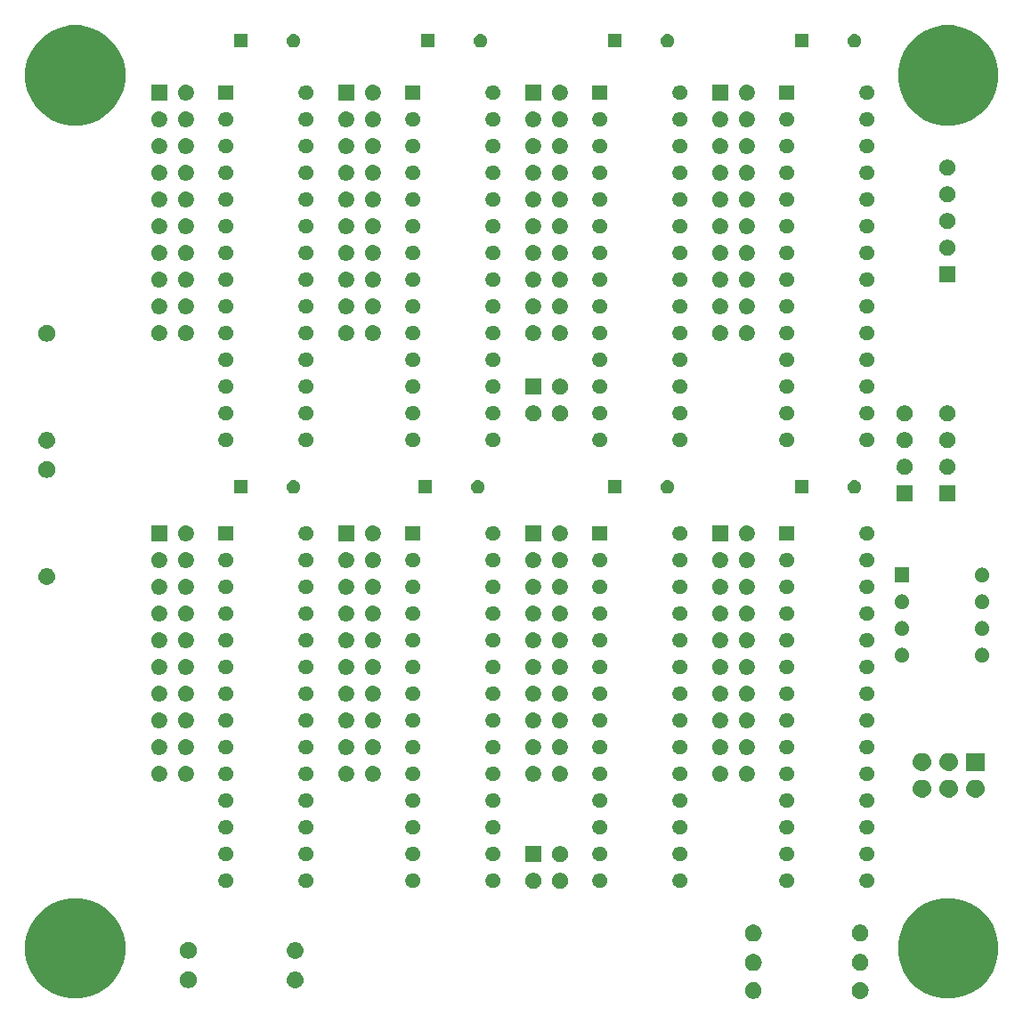
<source format=gbs>
G04 #@! TF.GenerationSoftware,KiCad,Pcbnew,(5.0.2)-1*
G04 #@! TF.CreationDate,2019-12-21T13:52:59-05:00*
G04 #@! TF.ProjectId,DIGIO-128,44494749-4f2d-4313-9238-2e6b69636164,X1*
G04 #@! TF.SameCoordinates,Original*
G04 #@! TF.FileFunction,Soldermask,Bot*
G04 #@! TF.FilePolarity,Negative*
%FSLAX46Y46*%
G04 Gerber Fmt 4.6, Leading zero omitted, Abs format (unit mm)*
G04 Created by KiCad (PCBNEW (5.0.2)-1) date 12/21/2019 1:52:59 PM*
%MOMM*%
%LPD*%
G01*
G04 APERTURE LIST*
%ADD10C,0.150000*%
G04 APERTURE END LIST*
D10*
G36*
X135753649Y-142209717D02*
X135792827Y-142213576D01*
X135856012Y-142232743D01*
X135943629Y-142259321D01*
X136082608Y-142333608D01*
X136204422Y-142433578D01*
X136304392Y-142555392D01*
X136378679Y-142694371D01*
X136378679Y-142694372D01*
X136402963Y-142774424D01*
X136424424Y-142845174D01*
X136439870Y-143002000D01*
X136424424Y-143158826D01*
X136378679Y-143309629D01*
X136304392Y-143448608D01*
X136204422Y-143570422D01*
X136082608Y-143670392D01*
X135943629Y-143744679D01*
X135884880Y-143762500D01*
X135792827Y-143790424D01*
X135753649Y-143794283D01*
X135675295Y-143802000D01*
X135596705Y-143802000D01*
X135518351Y-143794283D01*
X135479173Y-143790424D01*
X135387120Y-143762500D01*
X135328371Y-143744679D01*
X135189392Y-143670392D01*
X135067578Y-143570422D01*
X134967608Y-143448608D01*
X134893321Y-143309629D01*
X134847576Y-143158826D01*
X134832130Y-143002000D01*
X134847576Y-142845174D01*
X134869038Y-142774424D01*
X134893321Y-142694372D01*
X134893321Y-142694371D01*
X134967608Y-142555392D01*
X135067578Y-142433578D01*
X135189392Y-142333608D01*
X135328371Y-142259321D01*
X135415988Y-142232743D01*
X135479173Y-142213576D01*
X135518351Y-142209717D01*
X135596705Y-142202000D01*
X135675295Y-142202000D01*
X135753649Y-142209717D01*
X135753649Y-142209717D01*
G37*
G36*
X125709352Y-142232743D02*
X125854941Y-142293048D01*
X125985973Y-142380601D01*
X126097399Y-142492027D01*
X126184952Y-142623059D01*
X126245257Y-142768648D01*
X126276000Y-142923205D01*
X126276000Y-143080795D01*
X126245257Y-143235352D01*
X126184952Y-143380941D01*
X126097399Y-143511973D01*
X125985973Y-143623399D01*
X125854941Y-143710952D01*
X125709352Y-143771257D01*
X125554795Y-143802000D01*
X125397205Y-143802000D01*
X125242648Y-143771257D01*
X125097059Y-143710952D01*
X124966027Y-143623399D01*
X124854601Y-143511973D01*
X124767048Y-143380941D01*
X124706743Y-143235352D01*
X124676000Y-143080795D01*
X124676000Y-142923205D01*
X124706743Y-142768648D01*
X124767048Y-142623059D01*
X124854601Y-142492027D01*
X124966027Y-142380601D01*
X125097059Y-142293048D01*
X125242648Y-142232743D01*
X125397205Y-142202000D01*
X125554795Y-142202000D01*
X125709352Y-142232743D01*
X125709352Y-142232743D01*
G37*
G36*
X62389169Y-134420519D02*
X63255889Y-134779526D01*
X64035920Y-135300726D01*
X64699274Y-135964080D01*
X65220474Y-136744111D01*
X65579481Y-137610831D01*
X65762500Y-138530933D01*
X65762500Y-139469067D01*
X65579481Y-140389169D01*
X65220474Y-141255889D01*
X64699274Y-142035920D01*
X64035920Y-142699274D01*
X63255889Y-143220474D01*
X62389169Y-143579481D01*
X61469067Y-143762500D01*
X60530933Y-143762500D01*
X59610831Y-143579481D01*
X58744111Y-143220474D01*
X57964080Y-142699274D01*
X57300726Y-142035920D01*
X56779526Y-141255889D01*
X56420519Y-140389169D01*
X56237500Y-139469067D01*
X56237500Y-138530933D01*
X56420519Y-137610831D01*
X56779526Y-136744111D01*
X57300726Y-135964080D01*
X57964080Y-135300726D01*
X58744111Y-134779526D01*
X59610831Y-134420519D01*
X60530933Y-134237500D01*
X61469067Y-134237500D01*
X62389169Y-134420519D01*
X62389169Y-134420519D01*
G37*
G36*
X145389169Y-134420519D02*
X146255889Y-134779526D01*
X147035920Y-135300726D01*
X147699274Y-135964080D01*
X148220474Y-136744111D01*
X148579481Y-137610831D01*
X148762500Y-138530933D01*
X148762500Y-139469067D01*
X148579481Y-140389169D01*
X148220474Y-141255889D01*
X147699274Y-142035920D01*
X147035920Y-142699274D01*
X146255889Y-143220474D01*
X145389169Y-143579481D01*
X144469067Y-143762500D01*
X143530933Y-143762500D01*
X142610831Y-143579481D01*
X141744111Y-143220474D01*
X140964080Y-142699274D01*
X140300726Y-142035920D01*
X139779526Y-141255889D01*
X139420519Y-140389169D01*
X139237500Y-139469067D01*
X139237500Y-138530933D01*
X139420519Y-137610831D01*
X139779526Y-136744111D01*
X140300726Y-135964080D01*
X140964080Y-135300726D01*
X141744111Y-134779526D01*
X142610831Y-134420519D01*
X143530933Y-134237500D01*
X144469067Y-134237500D01*
X145389169Y-134420519D01*
X145389169Y-134420519D01*
G37*
G36*
X82032649Y-141193717D02*
X82071827Y-141197576D01*
X82135012Y-141216743D01*
X82222629Y-141243321D01*
X82361608Y-141317608D01*
X82483422Y-141417578D01*
X82583392Y-141539392D01*
X82657679Y-141678371D01*
X82657679Y-141678372D01*
X82703424Y-141829173D01*
X82718870Y-141986000D01*
X82703424Y-142142827D01*
X82680551Y-142218228D01*
X82657679Y-142293629D01*
X82583392Y-142432608D01*
X82483422Y-142554422D01*
X82361608Y-142654392D01*
X82222629Y-142728679D01*
X82147228Y-142751551D01*
X82071827Y-142774424D01*
X82032649Y-142778283D01*
X81954295Y-142786000D01*
X81875705Y-142786000D01*
X81797351Y-142778283D01*
X81758173Y-142774424D01*
X81682772Y-142751551D01*
X81607371Y-142728679D01*
X81468392Y-142654392D01*
X81346578Y-142554422D01*
X81246608Y-142432608D01*
X81172321Y-142293629D01*
X81149448Y-142218227D01*
X81126576Y-142142827D01*
X81111130Y-141986000D01*
X81126576Y-141829173D01*
X81172321Y-141678372D01*
X81172321Y-141678371D01*
X81246608Y-141539392D01*
X81346578Y-141417578D01*
X81468392Y-141317608D01*
X81607371Y-141243321D01*
X81694988Y-141216743D01*
X81758173Y-141197576D01*
X81797351Y-141193717D01*
X81875705Y-141186000D01*
X81954295Y-141186000D01*
X82032649Y-141193717D01*
X82032649Y-141193717D01*
G37*
G36*
X71988352Y-141216743D02*
X72133941Y-141277048D01*
X72264973Y-141364601D01*
X72376399Y-141476027D01*
X72463952Y-141607059D01*
X72524257Y-141752648D01*
X72555000Y-141907205D01*
X72555000Y-142064795D01*
X72524257Y-142219352D01*
X72463952Y-142364941D01*
X72376399Y-142495973D01*
X72264973Y-142607399D01*
X72133941Y-142694952D01*
X71988352Y-142755257D01*
X71833795Y-142786000D01*
X71676205Y-142786000D01*
X71521648Y-142755257D01*
X71376059Y-142694952D01*
X71245027Y-142607399D01*
X71133601Y-142495973D01*
X71046048Y-142364941D01*
X70985743Y-142219352D01*
X70955000Y-142064795D01*
X70955000Y-141907205D01*
X70985743Y-141752648D01*
X71046048Y-141607059D01*
X71133601Y-141476027D01*
X71245027Y-141364601D01*
X71376059Y-141277048D01*
X71521648Y-141216743D01*
X71676205Y-141186000D01*
X71833795Y-141186000D01*
X71988352Y-141216743D01*
X71988352Y-141216743D01*
G37*
G36*
X135869352Y-139565743D02*
X136014941Y-139626048D01*
X136145973Y-139713601D01*
X136257399Y-139825027D01*
X136344952Y-139956059D01*
X136405257Y-140101648D01*
X136436000Y-140256205D01*
X136436000Y-140413795D01*
X136405257Y-140568352D01*
X136344952Y-140713941D01*
X136257399Y-140844973D01*
X136145973Y-140956399D01*
X136014941Y-141043952D01*
X135869352Y-141104257D01*
X135714795Y-141135000D01*
X135557205Y-141135000D01*
X135402648Y-141104257D01*
X135257059Y-141043952D01*
X135126027Y-140956399D01*
X135014601Y-140844973D01*
X134927048Y-140713941D01*
X134866743Y-140568352D01*
X134836000Y-140413795D01*
X134836000Y-140256205D01*
X134866743Y-140101648D01*
X134927048Y-139956059D01*
X135014601Y-139825027D01*
X135126027Y-139713601D01*
X135257059Y-139626048D01*
X135402648Y-139565743D01*
X135557205Y-139535000D01*
X135714795Y-139535000D01*
X135869352Y-139565743D01*
X135869352Y-139565743D01*
G37*
G36*
X125593649Y-139542717D02*
X125632827Y-139546576D01*
X125696012Y-139565743D01*
X125783629Y-139592321D01*
X125922608Y-139666608D01*
X126044422Y-139766578D01*
X126144392Y-139888392D01*
X126218679Y-140027371D01*
X126264424Y-140178174D01*
X126279870Y-140335000D01*
X126264424Y-140491826D01*
X126218679Y-140642629D01*
X126144392Y-140781608D01*
X126044422Y-140903422D01*
X125922608Y-141003392D01*
X125783629Y-141077679D01*
X125708227Y-141100552D01*
X125632827Y-141123424D01*
X125593649Y-141127283D01*
X125515295Y-141135000D01*
X125436705Y-141135000D01*
X125358351Y-141127283D01*
X125319173Y-141123424D01*
X125243773Y-141100552D01*
X125168371Y-141077679D01*
X125029392Y-141003392D01*
X124907578Y-140903422D01*
X124807608Y-140781608D01*
X124733321Y-140642629D01*
X124687576Y-140491826D01*
X124672130Y-140335000D01*
X124687576Y-140178174D01*
X124733321Y-140027371D01*
X124807608Y-139888392D01*
X124907578Y-139766578D01*
X125029392Y-139666608D01*
X125168371Y-139592321D01*
X125255988Y-139565743D01*
X125319173Y-139546576D01*
X125358351Y-139542717D01*
X125436705Y-139535000D01*
X125515295Y-139535000D01*
X125593649Y-139542717D01*
X125593649Y-139542717D01*
G37*
G36*
X82032649Y-138399717D02*
X82071827Y-138403576D01*
X82135012Y-138422743D01*
X82222629Y-138449321D01*
X82361608Y-138523608D01*
X82483422Y-138623578D01*
X82583392Y-138745392D01*
X82657679Y-138884371D01*
X82703424Y-139035174D01*
X82718870Y-139192000D01*
X82703424Y-139348826D01*
X82657679Y-139499629D01*
X82583392Y-139638608D01*
X82483422Y-139760422D01*
X82361608Y-139860392D01*
X82222629Y-139934679D01*
X82152151Y-139956058D01*
X82071827Y-139980424D01*
X82032649Y-139984283D01*
X81954295Y-139992000D01*
X81875705Y-139992000D01*
X81797351Y-139984283D01*
X81758173Y-139980424D01*
X81677849Y-139956058D01*
X81607371Y-139934679D01*
X81468392Y-139860392D01*
X81346578Y-139760422D01*
X81246608Y-139638608D01*
X81172321Y-139499629D01*
X81126576Y-139348826D01*
X81111130Y-139192000D01*
X81126576Y-139035174D01*
X81172321Y-138884371D01*
X81246608Y-138745392D01*
X81346578Y-138623578D01*
X81468392Y-138523608D01*
X81607371Y-138449321D01*
X81694988Y-138422743D01*
X81758173Y-138403576D01*
X81797351Y-138399717D01*
X81875705Y-138392000D01*
X81954295Y-138392000D01*
X82032649Y-138399717D01*
X82032649Y-138399717D01*
G37*
G36*
X71988352Y-138422743D02*
X72133941Y-138483048D01*
X72264973Y-138570601D01*
X72376399Y-138682027D01*
X72463952Y-138813059D01*
X72524257Y-138958648D01*
X72555000Y-139113205D01*
X72555000Y-139270795D01*
X72524257Y-139425352D01*
X72463952Y-139570941D01*
X72376399Y-139701973D01*
X72264973Y-139813399D01*
X72133941Y-139900952D01*
X71988352Y-139961257D01*
X71833795Y-139992000D01*
X71676205Y-139992000D01*
X71521648Y-139961257D01*
X71376059Y-139900952D01*
X71245027Y-139813399D01*
X71133601Y-139701973D01*
X71046048Y-139570941D01*
X70985743Y-139425352D01*
X70955000Y-139270795D01*
X70955000Y-139113205D01*
X70985743Y-138958648D01*
X71046048Y-138813059D01*
X71133601Y-138682027D01*
X71245027Y-138570601D01*
X71376059Y-138483048D01*
X71521648Y-138422743D01*
X71676205Y-138392000D01*
X71833795Y-138392000D01*
X71988352Y-138422743D01*
X71988352Y-138422743D01*
G37*
G36*
X135869352Y-136771743D02*
X136014941Y-136832048D01*
X136145973Y-136919601D01*
X136257399Y-137031027D01*
X136344952Y-137162059D01*
X136405257Y-137307648D01*
X136436000Y-137462205D01*
X136436000Y-137619795D01*
X136405257Y-137774352D01*
X136344952Y-137919941D01*
X136257399Y-138050973D01*
X136145973Y-138162399D01*
X136014941Y-138249952D01*
X135869352Y-138310257D01*
X135714795Y-138341000D01*
X135557205Y-138341000D01*
X135402648Y-138310257D01*
X135257059Y-138249952D01*
X135126027Y-138162399D01*
X135014601Y-138050973D01*
X134927048Y-137919941D01*
X134866743Y-137774352D01*
X134836000Y-137619795D01*
X134836000Y-137462205D01*
X134866743Y-137307648D01*
X134927048Y-137162059D01*
X135014601Y-137031027D01*
X135126027Y-136919601D01*
X135257059Y-136832048D01*
X135402648Y-136771743D01*
X135557205Y-136741000D01*
X135714795Y-136741000D01*
X135869352Y-136771743D01*
X135869352Y-136771743D01*
G37*
G36*
X125593649Y-136748717D02*
X125632827Y-136752576D01*
X125696012Y-136771743D01*
X125783629Y-136798321D01*
X125922608Y-136872608D01*
X126044422Y-136972578D01*
X126144392Y-137094392D01*
X126218679Y-137233371D01*
X126264424Y-137384174D01*
X126279870Y-137541000D01*
X126264424Y-137697826D01*
X126218679Y-137848629D01*
X126144392Y-137987608D01*
X126044422Y-138109422D01*
X125922608Y-138209392D01*
X125783629Y-138283679D01*
X125708227Y-138306552D01*
X125632827Y-138329424D01*
X125593649Y-138333283D01*
X125515295Y-138341000D01*
X125436705Y-138341000D01*
X125358351Y-138333283D01*
X125319173Y-138329424D01*
X125243773Y-138306552D01*
X125168371Y-138283679D01*
X125029392Y-138209392D01*
X124907578Y-138109422D01*
X124807608Y-137987608D01*
X124733321Y-137848629D01*
X124687576Y-137697826D01*
X124672130Y-137541000D01*
X124687576Y-137384174D01*
X124733321Y-137233371D01*
X124807608Y-137094392D01*
X124907578Y-136972578D01*
X125029392Y-136872608D01*
X125168371Y-136798321D01*
X125255988Y-136771743D01*
X125319173Y-136752576D01*
X125358351Y-136748717D01*
X125436705Y-136741000D01*
X125515295Y-136741000D01*
X125593649Y-136748717D01*
X125593649Y-136748717D01*
G37*
G36*
X107276195Y-131840522D02*
X107325267Y-131850283D01*
X107463942Y-131907724D01*
X107588750Y-131991118D01*
X107694882Y-132097250D01*
X107778276Y-132222058D01*
X107835717Y-132360734D01*
X107865000Y-132507948D01*
X107865000Y-132658052D01*
X107835717Y-132805266D01*
X107778276Y-132943942D01*
X107694882Y-133068750D01*
X107588750Y-133174882D01*
X107588747Y-133174884D01*
X107463942Y-133258276D01*
X107325267Y-133315717D01*
X107276195Y-133325478D01*
X107178052Y-133345000D01*
X107027948Y-133345000D01*
X106929805Y-133325478D01*
X106880733Y-133315717D01*
X106742058Y-133258276D01*
X106617253Y-133174884D01*
X106617250Y-133174882D01*
X106511118Y-133068750D01*
X106427724Y-132943942D01*
X106370283Y-132805266D01*
X106341000Y-132658052D01*
X106341000Y-132507948D01*
X106370283Y-132360734D01*
X106427724Y-132222058D01*
X106511118Y-132097250D01*
X106617250Y-131991118D01*
X106742058Y-131907724D01*
X106880733Y-131850283D01*
X106929805Y-131840522D01*
X107027948Y-131821000D01*
X107178052Y-131821000D01*
X107276195Y-131840522D01*
X107276195Y-131840522D01*
G37*
G36*
X104736195Y-131840522D02*
X104785267Y-131850283D01*
X104923942Y-131907724D01*
X105048750Y-131991118D01*
X105154882Y-132097250D01*
X105238276Y-132222058D01*
X105295717Y-132360734D01*
X105325000Y-132507948D01*
X105325000Y-132658052D01*
X105295717Y-132805266D01*
X105238276Y-132943942D01*
X105154882Y-133068750D01*
X105048750Y-133174882D01*
X105048747Y-133174884D01*
X104923942Y-133258276D01*
X104785267Y-133315717D01*
X104736195Y-133325478D01*
X104638052Y-133345000D01*
X104487948Y-133345000D01*
X104389805Y-133325478D01*
X104340733Y-133315717D01*
X104202058Y-133258276D01*
X104077253Y-133174884D01*
X104077250Y-133174882D01*
X103971118Y-133068750D01*
X103887724Y-132943942D01*
X103830283Y-132805266D01*
X103801000Y-132658052D01*
X103801000Y-132507948D01*
X103830283Y-132360734D01*
X103887724Y-132222058D01*
X103971118Y-132097250D01*
X104077250Y-131991118D01*
X104202058Y-131907724D01*
X104340733Y-131850283D01*
X104389805Y-131840522D01*
X104487948Y-131821000D01*
X104638052Y-131821000D01*
X104736195Y-131840522D01*
X104736195Y-131840522D01*
G37*
G36*
X128863745Y-131878342D02*
X128990863Y-131930996D01*
X129105271Y-132007441D01*
X129202559Y-132104729D01*
X129279004Y-132219137D01*
X129331658Y-132346255D01*
X129358500Y-132481202D01*
X129358500Y-132618798D01*
X129331658Y-132753745D01*
X129279004Y-132880863D01*
X129202559Y-132995271D01*
X129105271Y-133092559D01*
X128990863Y-133169004D01*
X128863745Y-133221658D01*
X128728798Y-133248500D01*
X128591202Y-133248500D01*
X128456255Y-133221658D01*
X128329137Y-133169004D01*
X128214729Y-133092559D01*
X128117441Y-132995271D01*
X128040996Y-132880863D01*
X127988342Y-132753745D01*
X127961500Y-132618798D01*
X127961500Y-132481202D01*
X127988342Y-132346255D01*
X128040996Y-132219137D01*
X128117441Y-132104729D01*
X128214729Y-132007441D01*
X128329137Y-131930996D01*
X128456255Y-131878342D01*
X128591202Y-131851500D01*
X128728798Y-131851500D01*
X128863745Y-131878342D01*
X128863745Y-131878342D01*
G37*
G36*
X83143745Y-131878342D02*
X83270863Y-131930996D01*
X83385271Y-132007441D01*
X83482559Y-132104729D01*
X83559004Y-132219137D01*
X83611658Y-132346255D01*
X83638500Y-132481202D01*
X83638500Y-132618798D01*
X83611658Y-132753745D01*
X83559004Y-132880863D01*
X83482559Y-132995271D01*
X83385271Y-133092559D01*
X83270863Y-133169004D01*
X83143745Y-133221658D01*
X83008798Y-133248500D01*
X82871202Y-133248500D01*
X82736255Y-133221658D01*
X82609137Y-133169004D01*
X82494729Y-133092559D01*
X82397441Y-132995271D01*
X82320996Y-132880863D01*
X82268342Y-132753745D01*
X82241500Y-132618798D01*
X82241500Y-132481202D01*
X82268342Y-132346255D01*
X82320996Y-132219137D01*
X82397441Y-132104729D01*
X82494729Y-132007441D01*
X82609137Y-131930996D01*
X82736255Y-131878342D01*
X82871202Y-131851500D01*
X83008798Y-131851500D01*
X83143745Y-131878342D01*
X83143745Y-131878342D01*
G37*
G36*
X118703745Y-131878342D02*
X118830863Y-131930996D01*
X118945271Y-132007441D01*
X119042559Y-132104729D01*
X119119004Y-132219137D01*
X119171658Y-132346255D01*
X119198500Y-132481202D01*
X119198500Y-132618798D01*
X119171658Y-132753745D01*
X119119004Y-132880863D01*
X119042559Y-132995271D01*
X118945271Y-133092559D01*
X118830863Y-133169004D01*
X118703745Y-133221658D01*
X118568798Y-133248500D01*
X118431202Y-133248500D01*
X118296255Y-133221658D01*
X118169137Y-133169004D01*
X118054729Y-133092559D01*
X117957441Y-132995271D01*
X117880996Y-132880863D01*
X117828342Y-132753745D01*
X117801500Y-132618798D01*
X117801500Y-132481202D01*
X117828342Y-132346255D01*
X117880996Y-132219137D01*
X117957441Y-132104729D01*
X118054729Y-132007441D01*
X118169137Y-131930996D01*
X118296255Y-131878342D01*
X118431202Y-131851500D01*
X118568798Y-131851500D01*
X118703745Y-131878342D01*
X118703745Y-131878342D01*
G37*
G36*
X111083745Y-131878342D02*
X111210863Y-131930996D01*
X111325271Y-132007441D01*
X111422559Y-132104729D01*
X111499004Y-132219137D01*
X111551658Y-132346255D01*
X111578500Y-132481202D01*
X111578500Y-132618798D01*
X111551658Y-132753745D01*
X111499004Y-132880863D01*
X111422559Y-132995271D01*
X111325271Y-133092559D01*
X111210863Y-133169004D01*
X111083745Y-133221658D01*
X110948798Y-133248500D01*
X110811202Y-133248500D01*
X110676255Y-133221658D01*
X110549137Y-133169004D01*
X110434729Y-133092559D01*
X110337441Y-132995271D01*
X110260996Y-132880863D01*
X110208342Y-132753745D01*
X110181500Y-132618798D01*
X110181500Y-132481202D01*
X110208342Y-132346255D01*
X110260996Y-132219137D01*
X110337441Y-132104729D01*
X110434729Y-132007441D01*
X110549137Y-131930996D01*
X110676255Y-131878342D01*
X110811202Y-131851500D01*
X110948798Y-131851500D01*
X111083745Y-131878342D01*
X111083745Y-131878342D01*
G37*
G36*
X136483745Y-131878342D02*
X136610863Y-131930996D01*
X136725271Y-132007441D01*
X136822559Y-132104729D01*
X136899004Y-132219137D01*
X136951658Y-132346255D01*
X136978500Y-132481202D01*
X136978500Y-132618798D01*
X136951658Y-132753745D01*
X136899004Y-132880863D01*
X136822559Y-132995271D01*
X136725271Y-133092559D01*
X136610863Y-133169004D01*
X136483745Y-133221658D01*
X136348798Y-133248500D01*
X136211202Y-133248500D01*
X136076255Y-133221658D01*
X135949137Y-133169004D01*
X135834729Y-133092559D01*
X135737441Y-132995271D01*
X135660996Y-132880863D01*
X135608342Y-132753745D01*
X135581500Y-132618798D01*
X135581500Y-132481202D01*
X135608342Y-132346255D01*
X135660996Y-132219137D01*
X135737441Y-132104729D01*
X135834729Y-132007441D01*
X135949137Y-131930996D01*
X136076255Y-131878342D01*
X136211202Y-131851500D01*
X136348798Y-131851500D01*
X136483745Y-131878342D01*
X136483745Y-131878342D01*
G37*
G36*
X100923745Y-131878342D02*
X101050863Y-131930996D01*
X101165271Y-132007441D01*
X101262559Y-132104729D01*
X101339004Y-132219137D01*
X101391658Y-132346255D01*
X101418500Y-132481202D01*
X101418500Y-132618798D01*
X101391658Y-132753745D01*
X101339004Y-132880863D01*
X101262559Y-132995271D01*
X101165271Y-133092559D01*
X101050863Y-133169004D01*
X100923745Y-133221658D01*
X100788798Y-133248500D01*
X100651202Y-133248500D01*
X100516255Y-133221658D01*
X100389137Y-133169004D01*
X100274729Y-133092559D01*
X100177441Y-132995271D01*
X100100996Y-132880863D01*
X100048342Y-132753745D01*
X100021500Y-132618798D01*
X100021500Y-132481202D01*
X100048342Y-132346255D01*
X100100996Y-132219137D01*
X100177441Y-132104729D01*
X100274729Y-132007441D01*
X100389137Y-131930996D01*
X100516255Y-131878342D01*
X100651202Y-131851500D01*
X100788798Y-131851500D01*
X100923745Y-131878342D01*
X100923745Y-131878342D01*
G37*
G36*
X93303745Y-131878342D02*
X93430863Y-131930996D01*
X93545271Y-132007441D01*
X93642559Y-132104729D01*
X93719004Y-132219137D01*
X93771658Y-132346255D01*
X93798500Y-132481202D01*
X93798500Y-132618798D01*
X93771658Y-132753745D01*
X93719004Y-132880863D01*
X93642559Y-132995271D01*
X93545271Y-133092559D01*
X93430863Y-133169004D01*
X93303745Y-133221658D01*
X93168798Y-133248500D01*
X93031202Y-133248500D01*
X92896255Y-133221658D01*
X92769137Y-133169004D01*
X92654729Y-133092559D01*
X92557441Y-132995271D01*
X92480996Y-132880863D01*
X92428342Y-132753745D01*
X92401500Y-132618798D01*
X92401500Y-132481202D01*
X92428342Y-132346255D01*
X92480996Y-132219137D01*
X92557441Y-132104729D01*
X92654729Y-132007441D01*
X92769137Y-131930996D01*
X92896255Y-131878342D01*
X93031202Y-131851500D01*
X93168798Y-131851500D01*
X93303745Y-131878342D01*
X93303745Y-131878342D01*
G37*
G36*
X75523745Y-131878342D02*
X75650863Y-131930996D01*
X75765271Y-132007441D01*
X75862559Y-132104729D01*
X75939004Y-132219137D01*
X75991658Y-132346255D01*
X76018500Y-132481202D01*
X76018500Y-132618798D01*
X75991658Y-132753745D01*
X75939004Y-132880863D01*
X75862559Y-132995271D01*
X75765271Y-133092559D01*
X75650863Y-133169004D01*
X75523745Y-133221658D01*
X75388798Y-133248500D01*
X75251202Y-133248500D01*
X75116255Y-133221658D01*
X74989137Y-133169004D01*
X74874729Y-133092559D01*
X74777441Y-132995271D01*
X74700996Y-132880863D01*
X74648342Y-132753745D01*
X74621500Y-132618798D01*
X74621500Y-132481202D01*
X74648342Y-132346255D01*
X74700996Y-132219137D01*
X74777441Y-132104729D01*
X74874729Y-132007441D01*
X74989137Y-131930996D01*
X75116255Y-131878342D01*
X75251202Y-131851500D01*
X75388798Y-131851500D01*
X75523745Y-131878342D01*
X75523745Y-131878342D01*
G37*
G36*
X107276195Y-129300522D02*
X107325267Y-129310283D01*
X107463942Y-129367724D01*
X107588750Y-129451118D01*
X107694882Y-129557250D01*
X107778276Y-129682058D01*
X107835717Y-129820734D01*
X107865000Y-129967948D01*
X107865000Y-130118052D01*
X107835717Y-130265266D01*
X107778276Y-130403942D01*
X107694882Y-130528750D01*
X107588750Y-130634882D01*
X107588747Y-130634884D01*
X107463942Y-130718276D01*
X107325267Y-130775717D01*
X107276195Y-130785478D01*
X107178052Y-130805000D01*
X107027948Y-130805000D01*
X106929805Y-130785478D01*
X106880733Y-130775717D01*
X106742058Y-130718276D01*
X106617253Y-130634884D01*
X106617250Y-130634882D01*
X106511118Y-130528750D01*
X106427724Y-130403942D01*
X106370283Y-130265266D01*
X106341000Y-130118052D01*
X106341000Y-129967948D01*
X106370283Y-129820734D01*
X106427724Y-129682058D01*
X106511118Y-129557250D01*
X106617250Y-129451118D01*
X106742058Y-129367724D01*
X106880733Y-129310283D01*
X106929805Y-129300522D01*
X107027948Y-129281000D01*
X107178052Y-129281000D01*
X107276195Y-129300522D01*
X107276195Y-129300522D01*
G37*
G36*
X105325000Y-130805000D02*
X103801000Y-130805000D01*
X103801000Y-129281000D01*
X105325000Y-129281000D01*
X105325000Y-130805000D01*
X105325000Y-130805000D01*
G37*
G36*
X118703745Y-129338342D02*
X118830863Y-129390996D01*
X118945271Y-129467441D01*
X119042559Y-129564729D01*
X119119004Y-129679137D01*
X119171658Y-129806255D01*
X119198500Y-129941202D01*
X119198500Y-130078798D01*
X119171658Y-130213745D01*
X119119004Y-130340863D01*
X119042559Y-130455271D01*
X118945271Y-130552559D01*
X118830863Y-130629004D01*
X118703745Y-130681658D01*
X118568798Y-130708500D01*
X118431202Y-130708500D01*
X118296255Y-130681658D01*
X118169137Y-130629004D01*
X118054729Y-130552559D01*
X117957441Y-130455271D01*
X117880996Y-130340863D01*
X117828342Y-130213745D01*
X117801500Y-130078798D01*
X117801500Y-129941202D01*
X117828342Y-129806255D01*
X117880996Y-129679137D01*
X117957441Y-129564729D01*
X118054729Y-129467441D01*
X118169137Y-129390996D01*
X118296255Y-129338342D01*
X118431202Y-129311500D01*
X118568798Y-129311500D01*
X118703745Y-129338342D01*
X118703745Y-129338342D01*
G37*
G36*
X100923745Y-129338342D02*
X101050863Y-129390996D01*
X101165271Y-129467441D01*
X101262559Y-129564729D01*
X101339004Y-129679137D01*
X101391658Y-129806255D01*
X101418500Y-129941202D01*
X101418500Y-130078798D01*
X101391658Y-130213745D01*
X101339004Y-130340863D01*
X101262559Y-130455271D01*
X101165271Y-130552559D01*
X101050863Y-130629004D01*
X100923745Y-130681658D01*
X100788798Y-130708500D01*
X100651202Y-130708500D01*
X100516255Y-130681658D01*
X100389137Y-130629004D01*
X100274729Y-130552559D01*
X100177441Y-130455271D01*
X100100996Y-130340863D01*
X100048342Y-130213745D01*
X100021500Y-130078798D01*
X100021500Y-129941202D01*
X100048342Y-129806255D01*
X100100996Y-129679137D01*
X100177441Y-129564729D01*
X100274729Y-129467441D01*
X100389137Y-129390996D01*
X100516255Y-129338342D01*
X100651202Y-129311500D01*
X100788798Y-129311500D01*
X100923745Y-129338342D01*
X100923745Y-129338342D01*
G37*
G36*
X111083745Y-129338342D02*
X111210863Y-129390996D01*
X111325271Y-129467441D01*
X111422559Y-129564729D01*
X111499004Y-129679137D01*
X111551658Y-129806255D01*
X111578500Y-129941202D01*
X111578500Y-130078798D01*
X111551658Y-130213745D01*
X111499004Y-130340863D01*
X111422559Y-130455271D01*
X111325271Y-130552559D01*
X111210863Y-130629004D01*
X111083745Y-130681658D01*
X110948798Y-130708500D01*
X110811202Y-130708500D01*
X110676255Y-130681658D01*
X110549137Y-130629004D01*
X110434729Y-130552559D01*
X110337441Y-130455271D01*
X110260996Y-130340863D01*
X110208342Y-130213745D01*
X110181500Y-130078798D01*
X110181500Y-129941202D01*
X110208342Y-129806255D01*
X110260996Y-129679137D01*
X110337441Y-129564729D01*
X110434729Y-129467441D01*
X110549137Y-129390996D01*
X110676255Y-129338342D01*
X110811202Y-129311500D01*
X110948798Y-129311500D01*
X111083745Y-129338342D01*
X111083745Y-129338342D01*
G37*
G36*
X83143745Y-129338342D02*
X83270863Y-129390996D01*
X83385271Y-129467441D01*
X83482559Y-129564729D01*
X83559004Y-129679137D01*
X83611658Y-129806255D01*
X83638500Y-129941202D01*
X83638500Y-130078798D01*
X83611658Y-130213745D01*
X83559004Y-130340863D01*
X83482559Y-130455271D01*
X83385271Y-130552559D01*
X83270863Y-130629004D01*
X83143745Y-130681658D01*
X83008798Y-130708500D01*
X82871202Y-130708500D01*
X82736255Y-130681658D01*
X82609137Y-130629004D01*
X82494729Y-130552559D01*
X82397441Y-130455271D01*
X82320996Y-130340863D01*
X82268342Y-130213745D01*
X82241500Y-130078798D01*
X82241500Y-129941202D01*
X82268342Y-129806255D01*
X82320996Y-129679137D01*
X82397441Y-129564729D01*
X82494729Y-129467441D01*
X82609137Y-129390996D01*
X82736255Y-129338342D01*
X82871202Y-129311500D01*
X83008798Y-129311500D01*
X83143745Y-129338342D01*
X83143745Y-129338342D01*
G37*
G36*
X75523745Y-129338342D02*
X75650863Y-129390996D01*
X75765271Y-129467441D01*
X75862559Y-129564729D01*
X75939004Y-129679137D01*
X75991658Y-129806255D01*
X76018500Y-129941202D01*
X76018500Y-130078798D01*
X75991658Y-130213745D01*
X75939004Y-130340863D01*
X75862559Y-130455271D01*
X75765271Y-130552559D01*
X75650863Y-130629004D01*
X75523745Y-130681658D01*
X75388798Y-130708500D01*
X75251202Y-130708500D01*
X75116255Y-130681658D01*
X74989137Y-130629004D01*
X74874729Y-130552559D01*
X74777441Y-130455271D01*
X74700996Y-130340863D01*
X74648342Y-130213745D01*
X74621500Y-130078798D01*
X74621500Y-129941202D01*
X74648342Y-129806255D01*
X74700996Y-129679137D01*
X74777441Y-129564729D01*
X74874729Y-129467441D01*
X74989137Y-129390996D01*
X75116255Y-129338342D01*
X75251202Y-129311500D01*
X75388798Y-129311500D01*
X75523745Y-129338342D01*
X75523745Y-129338342D01*
G37*
G36*
X128863745Y-129338342D02*
X128990863Y-129390996D01*
X129105271Y-129467441D01*
X129202559Y-129564729D01*
X129279004Y-129679137D01*
X129331658Y-129806255D01*
X129358500Y-129941202D01*
X129358500Y-130078798D01*
X129331658Y-130213745D01*
X129279004Y-130340863D01*
X129202559Y-130455271D01*
X129105271Y-130552559D01*
X128990863Y-130629004D01*
X128863745Y-130681658D01*
X128728798Y-130708500D01*
X128591202Y-130708500D01*
X128456255Y-130681658D01*
X128329137Y-130629004D01*
X128214729Y-130552559D01*
X128117441Y-130455271D01*
X128040996Y-130340863D01*
X127988342Y-130213745D01*
X127961500Y-130078798D01*
X127961500Y-129941202D01*
X127988342Y-129806255D01*
X128040996Y-129679137D01*
X128117441Y-129564729D01*
X128214729Y-129467441D01*
X128329137Y-129390996D01*
X128456255Y-129338342D01*
X128591202Y-129311500D01*
X128728798Y-129311500D01*
X128863745Y-129338342D01*
X128863745Y-129338342D01*
G37*
G36*
X136483745Y-129338342D02*
X136610863Y-129390996D01*
X136725271Y-129467441D01*
X136822559Y-129564729D01*
X136899004Y-129679137D01*
X136951658Y-129806255D01*
X136978500Y-129941202D01*
X136978500Y-130078798D01*
X136951658Y-130213745D01*
X136899004Y-130340863D01*
X136822559Y-130455271D01*
X136725271Y-130552559D01*
X136610863Y-130629004D01*
X136483745Y-130681658D01*
X136348798Y-130708500D01*
X136211202Y-130708500D01*
X136076255Y-130681658D01*
X135949137Y-130629004D01*
X135834729Y-130552559D01*
X135737441Y-130455271D01*
X135660996Y-130340863D01*
X135608342Y-130213745D01*
X135581500Y-130078798D01*
X135581500Y-129941202D01*
X135608342Y-129806255D01*
X135660996Y-129679137D01*
X135737441Y-129564729D01*
X135834729Y-129467441D01*
X135949137Y-129390996D01*
X136076255Y-129338342D01*
X136211202Y-129311500D01*
X136348798Y-129311500D01*
X136483745Y-129338342D01*
X136483745Y-129338342D01*
G37*
G36*
X93303745Y-129338342D02*
X93430863Y-129390996D01*
X93545271Y-129467441D01*
X93642559Y-129564729D01*
X93719004Y-129679137D01*
X93771658Y-129806255D01*
X93798500Y-129941202D01*
X93798500Y-130078798D01*
X93771658Y-130213745D01*
X93719004Y-130340863D01*
X93642559Y-130455271D01*
X93545271Y-130552559D01*
X93430863Y-130629004D01*
X93303745Y-130681658D01*
X93168798Y-130708500D01*
X93031202Y-130708500D01*
X92896255Y-130681658D01*
X92769137Y-130629004D01*
X92654729Y-130552559D01*
X92557441Y-130455271D01*
X92480996Y-130340863D01*
X92428342Y-130213745D01*
X92401500Y-130078798D01*
X92401500Y-129941202D01*
X92428342Y-129806255D01*
X92480996Y-129679137D01*
X92557441Y-129564729D01*
X92654729Y-129467441D01*
X92769137Y-129390996D01*
X92896255Y-129338342D01*
X93031202Y-129311500D01*
X93168798Y-129311500D01*
X93303745Y-129338342D01*
X93303745Y-129338342D01*
G37*
G36*
X75523745Y-126798342D02*
X75650863Y-126850996D01*
X75765271Y-126927441D01*
X75862559Y-127024729D01*
X75939004Y-127139137D01*
X75991658Y-127266255D01*
X76018500Y-127401202D01*
X76018500Y-127538798D01*
X75991658Y-127673745D01*
X75939004Y-127800863D01*
X75862559Y-127915271D01*
X75765271Y-128012559D01*
X75650863Y-128089004D01*
X75523745Y-128141658D01*
X75388798Y-128168500D01*
X75251202Y-128168500D01*
X75116255Y-128141658D01*
X74989137Y-128089004D01*
X74874729Y-128012559D01*
X74777441Y-127915271D01*
X74700996Y-127800863D01*
X74648342Y-127673745D01*
X74621500Y-127538798D01*
X74621500Y-127401202D01*
X74648342Y-127266255D01*
X74700996Y-127139137D01*
X74777441Y-127024729D01*
X74874729Y-126927441D01*
X74989137Y-126850996D01*
X75116255Y-126798342D01*
X75251202Y-126771500D01*
X75388798Y-126771500D01*
X75523745Y-126798342D01*
X75523745Y-126798342D01*
G37*
G36*
X118703745Y-126798342D02*
X118830863Y-126850996D01*
X118945271Y-126927441D01*
X119042559Y-127024729D01*
X119119004Y-127139137D01*
X119171658Y-127266255D01*
X119198500Y-127401202D01*
X119198500Y-127538798D01*
X119171658Y-127673745D01*
X119119004Y-127800863D01*
X119042559Y-127915271D01*
X118945271Y-128012559D01*
X118830863Y-128089004D01*
X118703745Y-128141658D01*
X118568798Y-128168500D01*
X118431202Y-128168500D01*
X118296255Y-128141658D01*
X118169137Y-128089004D01*
X118054729Y-128012559D01*
X117957441Y-127915271D01*
X117880996Y-127800863D01*
X117828342Y-127673745D01*
X117801500Y-127538798D01*
X117801500Y-127401202D01*
X117828342Y-127266255D01*
X117880996Y-127139137D01*
X117957441Y-127024729D01*
X118054729Y-126927441D01*
X118169137Y-126850996D01*
X118296255Y-126798342D01*
X118431202Y-126771500D01*
X118568798Y-126771500D01*
X118703745Y-126798342D01*
X118703745Y-126798342D01*
G37*
G36*
X111083745Y-126798342D02*
X111210863Y-126850996D01*
X111325271Y-126927441D01*
X111422559Y-127024729D01*
X111499004Y-127139137D01*
X111551658Y-127266255D01*
X111578500Y-127401202D01*
X111578500Y-127538798D01*
X111551658Y-127673745D01*
X111499004Y-127800863D01*
X111422559Y-127915271D01*
X111325271Y-128012559D01*
X111210863Y-128089004D01*
X111083745Y-128141658D01*
X110948798Y-128168500D01*
X110811202Y-128168500D01*
X110676255Y-128141658D01*
X110549137Y-128089004D01*
X110434729Y-128012559D01*
X110337441Y-127915271D01*
X110260996Y-127800863D01*
X110208342Y-127673745D01*
X110181500Y-127538798D01*
X110181500Y-127401202D01*
X110208342Y-127266255D01*
X110260996Y-127139137D01*
X110337441Y-127024729D01*
X110434729Y-126927441D01*
X110549137Y-126850996D01*
X110676255Y-126798342D01*
X110811202Y-126771500D01*
X110948798Y-126771500D01*
X111083745Y-126798342D01*
X111083745Y-126798342D01*
G37*
G36*
X136483745Y-126798342D02*
X136610863Y-126850996D01*
X136725271Y-126927441D01*
X136822559Y-127024729D01*
X136899004Y-127139137D01*
X136951658Y-127266255D01*
X136978500Y-127401202D01*
X136978500Y-127538798D01*
X136951658Y-127673745D01*
X136899004Y-127800863D01*
X136822559Y-127915271D01*
X136725271Y-128012559D01*
X136610863Y-128089004D01*
X136483745Y-128141658D01*
X136348798Y-128168500D01*
X136211202Y-128168500D01*
X136076255Y-128141658D01*
X135949137Y-128089004D01*
X135834729Y-128012559D01*
X135737441Y-127915271D01*
X135660996Y-127800863D01*
X135608342Y-127673745D01*
X135581500Y-127538798D01*
X135581500Y-127401202D01*
X135608342Y-127266255D01*
X135660996Y-127139137D01*
X135737441Y-127024729D01*
X135834729Y-126927441D01*
X135949137Y-126850996D01*
X136076255Y-126798342D01*
X136211202Y-126771500D01*
X136348798Y-126771500D01*
X136483745Y-126798342D01*
X136483745Y-126798342D01*
G37*
G36*
X128863745Y-126798342D02*
X128990863Y-126850996D01*
X129105271Y-126927441D01*
X129202559Y-127024729D01*
X129279004Y-127139137D01*
X129331658Y-127266255D01*
X129358500Y-127401202D01*
X129358500Y-127538798D01*
X129331658Y-127673745D01*
X129279004Y-127800863D01*
X129202559Y-127915271D01*
X129105271Y-128012559D01*
X128990863Y-128089004D01*
X128863745Y-128141658D01*
X128728798Y-128168500D01*
X128591202Y-128168500D01*
X128456255Y-128141658D01*
X128329137Y-128089004D01*
X128214729Y-128012559D01*
X128117441Y-127915271D01*
X128040996Y-127800863D01*
X127988342Y-127673745D01*
X127961500Y-127538798D01*
X127961500Y-127401202D01*
X127988342Y-127266255D01*
X128040996Y-127139137D01*
X128117441Y-127024729D01*
X128214729Y-126927441D01*
X128329137Y-126850996D01*
X128456255Y-126798342D01*
X128591202Y-126771500D01*
X128728798Y-126771500D01*
X128863745Y-126798342D01*
X128863745Y-126798342D01*
G37*
G36*
X100923745Y-126798342D02*
X101050863Y-126850996D01*
X101165271Y-126927441D01*
X101262559Y-127024729D01*
X101339004Y-127139137D01*
X101391658Y-127266255D01*
X101418500Y-127401202D01*
X101418500Y-127538798D01*
X101391658Y-127673745D01*
X101339004Y-127800863D01*
X101262559Y-127915271D01*
X101165271Y-128012559D01*
X101050863Y-128089004D01*
X100923745Y-128141658D01*
X100788798Y-128168500D01*
X100651202Y-128168500D01*
X100516255Y-128141658D01*
X100389137Y-128089004D01*
X100274729Y-128012559D01*
X100177441Y-127915271D01*
X100100996Y-127800863D01*
X100048342Y-127673745D01*
X100021500Y-127538798D01*
X100021500Y-127401202D01*
X100048342Y-127266255D01*
X100100996Y-127139137D01*
X100177441Y-127024729D01*
X100274729Y-126927441D01*
X100389137Y-126850996D01*
X100516255Y-126798342D01*
X100651202Y-126771500D01*
X100788798Y-126771500D01*
X100923745Y-126798342D01*
X100923745Y-126798342D01*
G37*
G36*
X93303745Y-126798342D02*
X93430863Y-126850996D01*
X93545271Y-126927441D01*
X93642559Y-127024729D01*
X93719004Y-127139137D01*
X93771658Y-127266255D01*
X93798500Y-127401202D01*
X93798500Y-127538798D01*
X93771658Y-127673745D01*
X93719004Y-127800863D01*
X93642559Y-127915271D01*
X93545271Y-128012559D01*
X93430863Y-128089004D01*
X93303745Y-128141658D01*
X93168798Y-128168500D01*
X93031202Y-128168500D01*
X92896255Y-128141658D01*
X92769137Y-128089004D01*
X92654729Y-128012559D01*
X92557441Y-127915271D01*
X92480996Y-127800863D01*
X92428342Y-127673745D01*
X92401500Y-127538798D01*
X92401500Y-127401202D01*
X92428342Y-127266255D01*
X92480996Y-127139137D01*
X92557441Y-127024729D01*
X92654729Y-126927441D01*
X92769137Y-126850996D01*
X92896255Y-126798342D01*
X93031202Y-126771500D01*
X93168798Y-126771500D01*
X93303745Y-126798342D01*
X93303745Y-126798342D01*
G37*
G36*
X83143745Y-126798342D02*
X83270863Y-126850996D01*
X83385271Y-126927441D01*
X83482559Y-127024729D01*
X83559004Y-127139137D01*
X83611658Y-127266255D01*
X83638500Y-127401202D01*
X83638500Y-127538798D01*
X83611658Y-127673745D01*
X83559004Y-127800863D01*
X83482559Y-127915271D01*
X83385271Y-128012559D01*
X83270863Y-128089004D01*
X83143745Y-128141658D01*
X83008798Y-128168500D01*
X82871202Y-128168500D01*
X82736255Y-128141658D01*
X82609137Y-128089004D01*
X82494729Y-128012559D01*
X82397441Y-127915271D01*
X82320996Y-127800863D01*
X82268342Y-127673745D01*
X82241500Y-127538798D01*
X82241500Y-127401202D01*
X82268342Y-127266255D01*
X82320996Y-127139137D01*
X82397441Y-127024729D01*
X82494729Y-126927441D01*
X82609137Y-126850996D01*
X82736255Y-126798342D01*
X82871202Y-126771500D01*
X83008798Y-126771500D01*
X83143745Y-126798342D01*
X83143745Y-126798342D01*
G37*
G36*
X100923745Y-124258342D02*
X101050863Y-124310996D01*
X101165271Y-124387441D01*
X101262559Y-124484729D01*
X101339004Y-124599137D01*
X101391658Y-124726255D01*
X101418500Y-124861202D01*
X101418500Y-124998798D01*
X101391658Y-125133745D01*
X101339004Y-125260863D01*
X101262559Y-125375271D01*
X101165271Y-125472559D01*
X101050863Y-125549004D01*
X100923745Y-125601658D01*
X100788798Y-125628500D01*
X100651202Y-125628500D01*
X100516255Y-125601658D01*
X100389137Y-125549004D01*
X100274729Y-125472559D01*
X100177441Y-125375271D01*
X100100996Y-125260863D01*
X100048342Y-125133745D01*
X100021500Y-124998798D01*
X100021500Y-124861202D01*
X100048342Y-124726255D01*
X100100996Y-124599137D01*
X100177441Y-124484729D01*
X100274729Y-124387441D01*
X100389137Y-124310996D01*
X100516255Y-124258342D01*
X100651202Y-124231500D01*
X100788798Y-124231500D01*
X100923745Y-124258342D01*
X100923745Y-124258342D01*
G37*
G36*
X75523745Y-124258342D02*
X75650863Y-124310996D01*
X75765271Y-124387441D01*
X75862559Y-124484729D01*
X75939004Y-124599137D01*
X75991658Y-124726255D01*
X76018500Y-124861202D01*
X76018500Y-124998798D01*
X75991658Y-125133745D01*
X75939004Y-125260863D01*
X75862559Y-125375271D01*
X75765271Y-125472559D01*
X75650863Y-125549004D01*
X75523745Y-125601658D01*
X75388798Y-125628500D01*
X75251202Y-125628500D01*
X75116255Y-125601658D01*
X74989137Y-125549004D01*
X74874729Y-125472559D01*
X74777441Y-125375271D01*
X74700996Y-125260863D01*
X74648342Y-125133745D01*
X74621500Y-124998798D01*
X74621500Y-124861202D01*
X74648342Y-124726255D01*
X74700996Y-124599137D01*
X74777441Y-124484729D01*
X74874729Y-124387441D01*
X74989137Y-124310996D01*
X75116255Y-124258342D01*
X75251202Y-124231500D01*
X75388798Y-124231500D01*
X75523745Y-124258342D01*
X75523745Y-124258342D01*
G37*
G36*
X83143745Y-124258342D02*
X83270863Y-124310996D01*
X83385271Y-124387441D01*
X83482559Y-124484729D01*
X83559004Y-124599137D01*
X83611658Y-124726255D01*
X83638500Y-124861202D01*
X83638500Y-124998798D01*
X83611658Y-125133745D01*
X83559004Y-125260863D01*
X83482559Y-125375271D01*
X83385271Y-125472559D01*
X83270863Y-125549004D01*
X83143745Y-125601658D01*
X83008798Y-125628500D01*
X82871202Y-125628500D01*
X82736255Y-125601658D01*
X82609137Y-125549004D01*
X82494729Y-125472559D01*
X82397441Y-125375271D01*
X82320996Y-125260863D01*
X82268342Y-125133745D01*
X82241500Y-124998798D01*
X82241500Y-124861202D01*
X82268342Y-124726255D01*
X82320996Y-124599137D01*
X82397441Y-124484729D01*
X82494729Y-124387441D01*
X82609137Y-124310996D01*
X82736255Y-124258342D01*
X82871202Y-124231500D01*
X83008798Y-124231500D01*
X83143745Y-124258342D01*
X83143745Y-124258342D01*
G37*
G36*
X93303745Y-124258342D02*
X93430863Y-124310996D01*
X93545271Y-124387441D01*
X93642559Y-124484729D01*
X93719004Y-124599137D01*
X93771658Y-124726255D01*
X93798500Y-124861202D01*
X93798500Y-124998798D01*
X93771658Y-125133745D01*
X93719004Y-125260863D01*
X93642559Y-125375271D01*
X93545271Y-125472559D01*
X93430863Y-125549004D01*
X93303745Y-125601658D01*
X93168798Y-125628500D01*
X93031202Y-125628500D01*
X92896255Y-125601658D01*
X92769137Y-125549004D01*
X92654729Y-125472559D01*
X92557441Y-125375271D01*
X92480996Y-125260863D01*
X92428342Y-125133745D01*
X92401500Y-124998798D01*
X92401500Y-124861202D01*
X92428342Y-124726255D01*
X92480996Y-124599137D01*
X92557441Y-124484729D01*
X92654729Y-124387441D01*
X92769137Y-124310996D01*
X92896255Y-124258342D01*
X93031202Y-124231500D01*
X93168798Y-124231500D01*
X93303745Y-124258342D01*
X93303745Y-124258342D01*
G37*
G36*
X111083745Y-124258342D02*
X111210863Y-124310996D01*
X111325271Y-124387441D01*
X111422559Y-124484729D01*
X111499004Y-124599137D01*
X111551658Y-124726255D01*
X111578500Y-124861202D01*
X111578500Y-124998798D01*
X111551658Y-125133745D01*
X111499004Y-125260863D01*
X111422559Y-125375271D01*
X111325271Y-125472559D01*
X111210863Y-125549004D01*
X111083745Y-125601658D01*
X110948798Y-125628500D01*
X110811202Y-125628500D01*
X110676255Y-125601658D01*
X110549137Y-125549004D01*
X110434729Y-125472559D01*
X110337441Y-125375271D01*
X110260996Y-125260863D01*
X110208342Y-125133745D01*
X110181500Y-124998798D01*
X110181500Y-124861202D01*
X110208342Y-124726255D01*
X110260996Y-124599137D01*
X110337441Y-124484729D01*
X110434729Y-124387441D01*
X110549137Y-124310996D01*
X110676255Y-124258342D01*
X110811202Y-124231500D01*
X110948798Y-124231500D01*
X111083745Y-124258342D01*
X111083745Y-124258342D01*
G37*
G36*
X136483745Y-124258342D02*
X136610863Y-124310996D01*
X136725271Y-124387441D01*
X136822559Y-124484729D01*
X136899004Y-124599137D01*
X136951658Y-124726255D01*
X136978500Y-124861202D01*
X136978500Y-124998798D01*
X136951658Y-125133745D01*
X136899004Y-125260863D01*
X136822559Y-125375271D01*
X136725271Y-125472559D01*
X136610863Y-125549004D01*
X136483745Y-125601658D01*
X136348798Y-125628500D01*
X136211202Y-125628500D01*
X136076255Y-125601658D01*
X135949137Y-125549004D01*
X135834729Y-125472559D01*
X135737441Y-125375271D01*
X135660996Y-125260863D01*
X135608342Y-125133745D01*
X135581500Y-124998798D01*
X135581500Y-124861202D01*
X135608342Y-124726255D01*
X135660996Y-124599137D01*
X135737441Y-124484729D01*
X135834729Y-124387441D01*
X135949137Y-124310996D01*
X136076255Y-124258342D01*
X136211202Y-124231500D01*
X136348798Y-124231500D01*
X136483745Y-124258342D01*
X136483745Y-124258342D01*
G37*
G36*
X118703745Y-124258342D02*
X118830863Y-124310996D01*
X118945271Y-124387441D01*
X119042559Y-124484729D01*
X119119004Y-124599137D01*
X119171658Y-124726255D01*
X119198500Y-124861202D01*
X119198500Y-124998798D01*
X119171658Y-125133745D01*
X119119004Y-125260863D01*
X119042559Y-125375271D01*
X118945271Y-125472559D01*
X118830863Y-125549004D01*
X118703745Y-125601658D01*
X118568798Y-125628500D01*
X118431202Y-125628500D01*
X118296255Y-125601658D01*
X118169137Y-125549004D01*
X118054729Y-125472559D01*
X117957441Y-125375271D01*
X117880996Y-125260863D01*
X117828342Y-125133745D01*
X117801500Y-124998798D01*
X117801500Y-124861202D01*
X117828342Y-124726255D01*
X117880996Y-124599137D01*
X117957441Y-124484729D01*
X118054729Y-124387441D01*
X118169137Y-124310996D01*
X118296255Y-124258342D01*
X118431202Y-124231500D01*
X118568798Y-124231500D01*
X118703745Y-124258342D01*
X118703745Y-124258342D01*
G37*
G36*
X128863745Y-124258342D02*
X128990863Y-124310996D01*
X129105271Y-124387441D01*
X129202559Y-124484729D01*
X129279004Y-124599137D01*
X129331658Y-124726255D01*
X129358500Y-124861202D01*
X129358500Y-124998798D01*
X129331658Y-125133745D01*
X129279004Y-125260863D01*
X129202559Y-125375271D01*
X129105271Y-125472559D01*
X128990863Y-125549004D01*
X128863745Y-125601658D01*
X128728798Y-125628500D01*
X128591202Y-125628500D01*
X128456255Y-125601658D01*
X128329137Y-125549004D01*
X128214729Y-125472559D01*
X128117441Y-125375271D01*
X128040996Y-125260863D01*
X127988342Y-125133745D01*
X127961500Y-124998798D01*
X127961500Y-124861202D01*
X127988342Y-124726255D01*
X128040996Y-124599137D01*
X128117441Y-124484729D01*
X128214729Y-124387441D01*
X128329137Y-124310996D01*
X128456255Y-124258342D01*
X128591202Y-124231500D01*
X128728798Y-124231500D01*
X128863745Y-124258342D01*
X128863745Y-124258342D01*
G37*
G36*
X141604712Y-122960565D02*
X141689295Y-122968896D01*
X141809727Y-123005429D01*
X141852088Y-123018279D01*
X142002112Y-123098468D01*
X142133612Y-123206388D01*
X142241532Y-123337888D01*
X142321721Y-123487912D01*
X142321722Y-123487916D01*
X142371104Y-123650705D01*
X142387778Y-123820000D01*
X142371104Y-123989295D01*
X142334571Y-124109727D01*
X142321721Y-124152088D01*
X142241532Y-124302112D01*
X142133612Y-124433612D01*
X142002112Y-124541532D01*
X141852088Y-124621721D01*
X141809727Y-124634571D01*
X141689295Y-124671104D01*
X141604712Y-124679435D01*
X141562421Y-124683600D01*
X141477579Y-124683600D01*
X141435288Y-124679435D01*
X141350705Y-124671104D01*
X141230273Y-124634571D01*
X141187912Y-124621721D01*
X141037888Y-124541532D01*
X140906388Y-124433612D01*
X140798468Y-124302112D01*
X140718279Y-124152088D01*
X140705429Y-124109727D01*
X140668896Y-123989295D01*
X140652222Y-123820000D01*
X140668896Y-123650705D01*
X140718278Y-123487916D01*
X140718279Y-123487912D01*
X140798468Y-123337888D01*
X140906388Y-123206388D01*
X141037888Y-123098468D01*
X141187912Y-123018279D01*
X141230273Y-123005429D01*
X141350705Y-122968896D01*
X141435288Y-122960565D01*
X141477579Y-122956400D01*
X141562421Y-122956400D01*
X141604712Y-122960565D01*
X141604712Y-122960565D01*
G37*
G36*
X144144712Y-122960565D02*
X144229295Y-122968896D01*
X144349727Y-123005429D01*
X144392088Y-123018279D01*
X144542112Y-123098468D01*
X144673612Y-123206388D01*
X144781532Y-123337888D01*
X144861721Y-123487912D01*
X144861722Y-123487916D01*
X144911104Y-123650705D01*
X144927778Y-123820000D01*
X144911104Y-123989295D01*
X144874571Y-124109727D01*
X144861721Y-124152088D01*
X144781532Y-124302112D01*
X144673612Y-124433612D01*
X144542112Y-124541532D01*
X144392088Y-124621721D01*
X144349727Y-124634571D01*
X144229295Y-124671104D01*
X144144712Y-124679435D01*
X144102421Y-124683600D01*
X144017579Y-124683600D01*
X143975288Y-124679435D01*
X143890705Y-124671104D01*
X143770273Y-124634571D01*
X143727912Y-124621721D01*
X143577888Y-124541532D01*
X143446388Y-124433612D01*
X143338468Y-124302112D01*
X143258279Y-124152088D01*
X143245429Y-124109727D01*
X143208896Y-123989295D01*
X143192222Y-123820000D01*
X143208896Y-123650705D01*
X143258278Y-123487916D01*
X143258279Y-123487912D01*
X143338468Y-123337888D01*
X143446388Y-123206388D01*
X143577888Y-123098468D01*
X143727912Y-123018279D01*
X143770273Y-123005429D01*
X143890705Y-122968896D01*
X143975288Y-122960565D01*
X144017579Y-122956400D01*
X144102421Y-122956400D01*
X144144712Y-122960565D01*
X144144712Y-122960565D01*
G37*
G36*
X146684712Y-122960565D02*
X146769295Y-122968896D01*
X146889727Y-123005429D01*
X146932088Y-123018279D01*
X147082112Y-123098468D01*
X147213612Y-123206388D01*
X147321532Y-123337888D01*
X147401721Y-123487912D01*
X147401722Y-123487916D01*
X147451104Y-123650705D01*
X147467778Y-123820000D01*
X147451104Y-123989295D01*
X147414571Y-124109727D01*
X147401721Y-124152088D01*
X147321532Y-124302112D01*
X147213612Y-124433612D01*
X147082112Y-124541532D01*
X146932088Y-124621721D01*
X146889727Y-124634571D01*
X146769295Y-124671104D01*
X146684712Y-124679435D01*
X146642421Y-124683600D01*
X146557579Y-124683600D01*
X146515288Y-124679435D01*
X146430705Y-124671104D01*
X146310273Y-124634571D01*
X146267912Y-124621721D01*
X146117888Y-124541532D01*
X145986388Y-124433612D01*
X145878468Y-124302112D01*
X145798279Y-124152088D01*
X145785429Y-124109727D01*
X145748896Y-123989295D01*
X145732222Y-123820000D01*
X145748896Y-123650705D01*
X145798278Y-123487916D01*
X145798279Y-123487912D01*
X145878468Y-123337888D01*
X145986388Y-123206388D01*
X146117888Y-123098468D01*
X146267912Y-123018279D01*
X146310273Y-123005429D01*
X146430705Y-122968896D01*
X146515288Y-122960565D01*
X146557579Y-122956400D01*
X146642421Y-122956400D01*
X146684712Y-122960565D01*
X146684712Y-122960565D01*
G37*
G36*
X107243195Y-121647522D02*
X107292267Y-121657283D01*
X107374874Y-121691500D01*
X107430942Y-121714724D01*
X107555750Y-121798118D01*
X107661882Y-121904250D01*
X107661884Y-121904253D01*
X107745276Y-122029058D01*
X107792721Y-122143600D01*
X107802717Y-122167734D01*
X107832000Y-122314948D01*
X107832000Y-122465052D01*
X107802717Y-122612266D01*
X107745276Y-122750942D01*
X107661882Y-122875750D01*
X107555750Y-122981882D01*
X107555747Y-122981884D01*
X107430942Y-123065276D01*
X107292267Y-123122717D01*
X107243195Y-123132478D01*
X107145052Y-123152000D01*
X106994948Y-123152000D01*
X106896805Y-123132478D01*
X106847733Y-123122717D01*
X106709058Y-123065276D01*
X106584253Y-122981884D01*
X106584250Y-122981882D01*
X106478118Y-122875750D01*
X106394724Y-122750942D01*
X106337283Y-122612266D01*
X106308000Y-122465052D01*
X106308000Y-122314948D01*
X106337283Y-122167734D01*
X106347280Y-122143600D01*
X106394724Y-122029058D01*
X106478116Y-121904253D01*
X106478118Y-121904250D01*
X106584250Y-121798118D01*
X106709058Y-121714724D01*
X106765126Y-121691500D01*
X106847733Y-121657283D01*
X106896805Y-121647522D01*
X106994948Y-121628000D01*
X107145052Y-121628000D01*
X107243195Y-121647522D01*
X107243195Y-121647522D01*
G37*
G36*
X104703195Y-121647522D02*
X104752267Y-121657283D01*
X104834874Y-121691500D01*
X104890942Y-121714724D01*
X105015750Y-121798118D01*
X105121882Y-121904250D01*
X105121884Y-121904253D01*
X105205276Y-122029058D01*
X105252721Y-122143600D01*
X105262717Y-122167734D01*
X105292000Y-122314948D01*
X105292000Y-122465052D01*
X105262717Y-122612266D01*
X105205276Y-122750942D01*
X105121882Y-122875750D01*
X105015750Y-122981882D01*
X105015747Y-122981884D01*
X104890942Y-123065276D01*
X104752267Y-123122717D01*
X104703195Y-123132478D01*
X104605052Y-123152000D01*
X104454948Y-123152000D01*
X104356805Y-123132478D01*
X104307733Y-123122717D01*
X104169058Y-123065276D01*
X104044253Y-122981884D01*
X104044250Y-122981882D01*
X103938118Y-122875750D01*
X103854724Y-122750942D01*
X103797283Y-122612266D01*
X103768000Y-122465052D01*
X103768000Y-122314948D01*
X103797283Y-122167734D01*
X103807280Y-122143600D01*
X103854724Y-122029058D01*
X103938116Y-121904253D01*
X103938118Y-121904250D01*
X104044250Y-121798118D01*
X104169058Y-121714724D01*
X104225126Y-121691500D01*
X104307733Y-121657283D01*
X104356805Y-121647522D01*
X104454948Y-121628000D01*
X104605052Y-121628000D01*
X104703195Y-121647522D01*
X104703195Y-121647522D01*
G37*
G36*
X86923195Y-121647522D02*
X86972267Y-121657283D01*
X87054874Y-121691500D01*
X87110942Y-121714724D01*
X87235750Y-121798118D01*
X87341882Y-121904250D01*
X87341884Y-121904253D01*
X87425276Y-122029058D01*
X87472721Y-122143600D01*
X87482717Y-122167734D01*
X87512000Y-122314948D01*
X87512000Y-122465052D01*
X87482717Y-122612266D01*
X87425276Y-122750942D01*
X87341882Y-122875750D01*
X87235750Y-122981882D01*
X87235747Y-122981884D01*
X87110942Y-123065276D01*
X86972267Y-123122717D01*
X86923195Y-123132478D01*
X86825052Y-123152000D01*
X86674948Y-123152000D01*
X86576805Y-123132478D01*
X86527733Y-123122717D01*
X86389058Y-123065276D01*
X86264253Y-122981884D01*
X86264250Y-122981882D01*
X86158118Y-122875750D01*
X86074724Y-122750942D01*
X86017283Y-122612266D01*
X85988000Y-122465052D01*
X85988000Y-122314948D01*
X86017283Y-122167734D01*
X86027280Y-122143600D01*
X86074724Y-122029058D01*
X86158116Y-121904253D01*
X86158118Y-121904250D01*
X86264250Y-121798118D01*
X86389058Y-121714724D01*
X86445126Y-121691500D01*
X86527733Y-121657283D01*
X86576805Y-121647522D01*
X86674948Y-121628000D01*
X86825052Y-121628000D01*
X86923195Y-121647522D01*
X86923195Y-121647522D01*
G37*
G36*
X89463195Y-121647522D02*
X89512267Y-121657283D01*
X89594874Y-121691500D01*
X89650942Y-121714724D01*
X89775750Y-121798118D01*
X89881882Y-121904250D01*
X89881884Y-121904253D01*
X89965276Y-122029058D01*
X90012721Y-122143600D01*
X90022717Y-122167734D01*
X90052000Y-122314948D01*
X90052000Y-122465052D01*
X90022717Y-122612266D01*
X89965276Y-122750942D01*
X89881882Y-122875750D01*
X89775750Y-122981882D01*
X89775747Y-122981884D01*
X89650942Y-123065276D01*
X89512267Y-123122717D01*
X89463195Y-123132478D01*
X89365052Y-123152000D01*
X89214948Y-123152000D01*
X89116805Y-123132478D01*
X89067733Y-123122717D01*
X88929058Y-123065276D01*
X88804253Y-122981884D01*
X88804250Y-122981882D01*
X88698118Y-122875750D01*
X88614724Y-122750942D01*
X88557283Y-122612266D01*
X88528000Y-122465052D01*
X88528000Y-122314948D01*
X88557283Y-122167734D01*
X88567280Y-122143600D01*
X88614724Y-122029058D01*
X88698116Y-121904253D01*
X88698118Y-121904250D01*
X88804250Y-121798118D01*
X88929058Y-121714724D01*
X88985126Y-121691500D01*
X89067733Y-121657283D01*
X89116805Y-121647522D01*
X89214948Y-121628000D01*
X89365052Y-121628000D01*
X89463195Y-121647522D01*
X89463195Y-121647522D01*
G37*
G36*
X69143195Y-121647522D02*
X69192267Y-121657283D01*
X69274874Y-121691500D01*
X69330942Y-121714724D01*
X69455750Y-121798118D01*
X69561882Y-121904250D01*
X69561884Y-121904253D01*
X69645276Y-122029058D01*
X69692721Y-122143600D01*
X69702717Y-122167734D01*
X69732000Y-122314948D01*
X69732000Y-122465052D01*
X69702717Y-122612266D01*
X69645276Y-122750942D01*
X69561882Y-122875750D01*
X69455750Y-122981882D01*
X69455747Y-122981884D01*
X69330942Y-123065276D01*
X69192267Y-123122717D01*
X69143195Y-123132478D01*
X69045052Y-123152000D01*
X68894948Y-123152000D01*
X68796805Y-123132478D01*
X68747733Y-123122717D01*
X68609058Y-123065276D01*
X68484253Y-122981884D01*
X68484250Y-122981882D01*
X68378118Y-122875750D01*
X68294724Y-122750942D01*
X68237283Y-122612266D01*
X68208000Y-122465052D01*
X68208000Y-122314948D01*
X68237283Y-122167734D01*
X68247280Y-122143600D01*
X68294724Y-122029058D01*
X68378116Y-121904253D01*
X68378118Y-121904250D01*
X68484250Y-121798118D01*
X68609058Y-121714724D01*
X68665126Y-121691500D01*
X68747733Y-121657283D01*
X68796805Y-121647522D01*
X68894948Y-121628000D01*
X69045052Y-121628000D01*
X69143195Y-121647522D01*
X69143195Y-121647522D01*
G37*
G36*
X125023195Y-121647522D02*
X125072267Y-121657283D01*
X125154874Y-121691500D01*
X125210942Y-121714724D01*
X125335750Y-121798118D01*
X125441882Y-121904250D01*
X125441884Y-121904253D01*
X125525276Y-122029058D01*
X125572721Y-122143600D01*
X125582717Y-122167734D01*
X125612000Y-122314948D01*
X125612000Y-122465052D01*
X125582717Y-122612266D01*
X125525276Y-122750942D01*
X125441882Y-122875750D01*
X125335750Y-122981882D01*
X125335747Y-122981884D01*
X125210942Y-123065276D01*
X125072267Y-123122717D01*
X125023195Y-123132478D01*
X124925052Y-123152000D01*
X124774948Y-123152000D01*
X124676805Y-123132478D01*
X124627733Y-123122717D01*
X124489058Y-123065276D01*
X124364253Y-122981884D01*
X124364250Y-122981882D01*
X124258118Y-122875750D01*
X124174724Y-122750942D01*
X124117283Y-122612266D01*
X124088000Y-122465052D01*
X124088000Y-122314948D01*
X124117283Y-122167734D01*
X124127280Y-122143600D01*
X124174724Y-122029058D01*
X124258116Y-121904253D01*
X124258118Y-121904250D01*
X124364250Y-121798118D01*
X124489058Y-121714724D01*
X124545126Y-121691500D01*
X124627733Y-121657283D01*
X124676805Y-121647522D01*
X124774948Y-121628000D01*
X124925052Y-121628000D01*
X125023195Y-121647522D01*
X125023195Y-121647522D01*
G37*
G36*
X71683195Y-121647522D02*
X71732267Y-121657283D01*
X71814874Y-121691500D01*
X71870942Y-121714724D01*
X71995750Y-121798118D01*
X72101882Y-121904250D01*
X72101884Y-121904253D01*
X72185276Y-122029058D01*
X72232721Y-122143600D01*
X72242717Y-122167734D01*
X72272000Y-122314948D01*
X72272000Y-122465052D01*
X72242717Y-122612266D01*
X72185276Y-122750942D01*
X72101882Y-122875750D01*
X71995750Y-122981882D01*
X71995747Y-122981884D01*
X71870942Y-123065276D01*
X71732267Y-123122717D01*
X71683195Y-123132478D01*
X71585052Y-123152000D01*
X71434948Y-123152000D01*
X71336805Y-123132478D01*
X71287733Y-123122717D01*
X71149058Y-123065276D01*
X71024253Y-122981884D01*
X71024250Y-122981882D01*
X70918118Y-122875750D01*
X70834724Y-122750942D01*
X70777283Y-122612266D01*
X70748000Y-122465052D01*
X70748000Y-122314948D01*
X70777283Y-122167734D01*
X70787280Y-122143600D01*
X70834724Y-122029058D01*
X70918116Y-121904253D01*
X70918118Y-121904250D01*
X71024250Y-121798118D01*
X71149058Y-121714724D01*
X71205126Y-121691500D01*
X71287733Y-121657283D01*
X71336805Y-121647522D01*
X71434948Y-121628000D01*
X71585052Y-121628000D01*
X71683195Y-121647522D01*
X71683195Y-121647522D01*
G37*
G36*
X122483195Y-121647522D02*
X122532267Y-121657283D01*
X122614874Y-121691500D01*
X122670942Y-121714724D01*
X122795750Y-121798118D01*
X122901882Y-121904250D01*
X122901884Y-121904253D01*
X122985276Y-122029058D01*
X123032721Y-122143600D01*
X123042717Y-122167734D01*
X123072000Y-122314948D01*
X123072000Y-122465052D01*
X123042717Y-122612266D01*
X122985276Y-122750942D01*
X122901882Y-122875750D01*
X122795750Y-122981882D01*
X122795747Y-122981884D01*
X122670942Y-123065276D01*
X122532267Y-123122717D01*
X122483195Y-123132478D01*
X122385052Y-123152000D01*
X122234948Y-123152000D01*
X122136805Y-123132478D01*
X122087733Y-123122717D01*
X121949058Y-123065276D01*
X121824253Y-122981884D01*
X121824250Y-122981882D01*
X121718118Y-122875750D01*
X121634724Y-122750942D01*
X121577283Y-122612266D01*
X121548000Y-122465052D01*
X121548000Y-122314948D01*
X121577283Y-122167734D01*
X121587280Y-122143600D01*
X121634724Y-122029058D01*
X121718116Y-121904253D01*
X121718118Y-121904250D01*
X121824250Y-121798118D01*
X121949058Y-121714724D01*
X122005126Y-121691500D01*
X122087733Y-121657283D01*
X122136805Y-121647522D01*
X122234948Y-121628000D01*
X122385052Y-121628000D01*
X122483195Y-121647522D01*
X122483195Y-121647522D01*
G37*
G36*
X128863745Y-121718342D02*
X128990863Y-121770996D01*
X129105271Y-121847441D01*
X129202559Y-121944729D01*
X129279004Y-122059137D01*
X129331658Y-122186255D01*
X129358500Y-122321202D01*
X129358500Y-122458798D01*
X129331658Y-122593745D01*
X129279004Y-122720863D01*
X129202559Y-122835271D01*
X129105271Y-122932559D01*
X128990863Y-123009004D01*
X128863745Y-123061658D01*
X128728798Y-123088500D01*
X128591202Y-123088500D01*
X128456255Y-123061658D01*
X128329137Y-123009004D01*
X128214729Y-122932559D01*
X128117441Y-122835271D01*
X128040996Y-122720863D01*
X127988342Y-122593745D01*
X127961500Y-122458798D01*
X127961500Y-122321202D01*
X127988342Y-122186255D01*
X128040996Y-122059137D01*
X128117441Y-121944729D01*
X128214729Y-121847441D01*
X128329137Y-121770996D01*
X128456255Y-121718342D01*
X128591202Y-121691500D01*
X128728798Y-121691500D01*
X128863745Y-121718342D01*
X128863745Y-121718342D01*
G37*
G36*
X136483745Y-121718342D02*
X136610863Y-121770996D01*
X136725271Y-121847441D01*
X136822559Y-121944729D01*
X136899004Y-122059137D01*
X136951658Y-122186255D01*
X136978500Y-122321202D01*
X136978500Y-122458798D01*
X136951658Y-122593745D01*
X136899004Y-122720863D01*
X136822559Y-122835271D01*
X136725271Y-122932559D01*
X136610863Y-123009004D01*
X136483745Y-123061658D01*
X136348798Y-123088500D01*
X136211202Y-123088500D01*
X136076255Y-123061658D01*
X135949137Y-123009004D01*
X135834729Y-122932559D01*
X135737441Y-122835271D01*
X135660996Y-122720863D01*
X135608342Y-122593745D01*
X135581500Y-122458798D01*
X135581500Y-122321202D01*
X135608342Y-122186255D01*
X135660996Y-122059137D01*
X135737441Y-121944729D01*
X135834729Y-121847441D01*
X135949137Y-121770996D01*
X136076255Y-121718342D01*
X136211202Y-121691500D01*
X136348798Y-121691500D01*
X136483745Y-121718342D01*
X136483745Y-121718342D01*
G37*
G36*
X118703745Y-121718342D02*
X118830863Y-121770996D01*
X118945271Y-121847441D01*
X119042559Y-121944729D01*
X119119004Y-122059137D01*
X119171658Y-122186255D01*
X119198500Y-122321202D01*
X119198500Y-122458798D01*
X119171658Y-122593745D01*
X119119004Y-122720863D01*
X119042559Y-122835271D01*
X118945271Y-122932559D01*
X118830863Y-123009004D01*
X118703745Y-123061658D01*
X118568798Y-123088500D01*
X118431202Y-123088500D01*
X118296255Y-123061658D01*
X118169137Y-123009004D01*
X118054729Y-122932559D01*
X117957441Y-122835271D01*
X117880996Y-122720863D01*
X117828342Y-122593745D01*
X117801500Y-122458798D01*
X117801500Y-122321202D01*
X117828342Y-122186255D01*
X117880996Y-122059137D01*
X117957441Y-121944729D01*
X118054729Y-121847441D01*
X118169137Y-121770996D01*
X118296255Y-121718342D01*
X118431202Y-121691500D01*
X118568798Y-121691500D01*
X118703745Y-121718342D01*
X118703745Y-121718342D01*
G37*
G36*
X111083745Y-121718342D02*
X111210863Y-121770996D01*
X111325271Y-121847441D01*
X111422559Y-121944729D01*
X111499004Y-122059137D01*
X111551658Y-122186255D01*
X111578500Y-122321202D01*
X111578500Y-122458798D01*
X111551658Y-122593745D01*
X111499004Y-122720863D01*
X111422559Y-122835271D01*
X111325271Y-122932559D01*
X111210863Y-123009004D01*
X111083745Y-123061658D01*
X110948798Y-123088500D01*
X110811202Y-123088500D01*
X110676255Y-123061658D01*
X110549137Y-123009004D01*
X110434729Y-122932559D01*
X110337441Y-122835271D01*
X110260996Y-122720863D01*
X110208342Y-122593745D01*
X110181500Y-122458798D01*
X110181500Y-122321202D01*
X110208342Y-122186255D01*
X110260996Y-122059137D01*
X110337441Y-121944729D01*
X110434729Y-121847441D01*
X110549137Y-121770996D01*
X110676255Y-121718342D01*
X110811202Y-121691500D01*
X110948798Y-121691500D01*
X111083745Y-121718342D01*
X111083745Y-121718342D01*
G37*
G36*
X100923745Y-121718342D02*
X101050863Y-121770996D01*
X101165271Y-121847441D01*
X101262559Y-121944729D01*
X101339004Y-122059137D01*
X101391658Y-122186255D01*
X101418500Y-122321202D01*
X101418500Y-122458798D01*
X101391658Y-122593745D01*
X101339004Y-122720863D01*
X101262559Y-122835271D01*
X101165271Y-122932559D01*
X101050863Y-123009004D01*
X100923745Y-123061658D01*
X100788798Y-123088500D01*
X100651202Y-123088500D01*
X100516255Y-123061658D01*
X100389137Y-123009004D01*
X100274729Y-122932559D01*
X100177441Y-122835271D01*
X100100996Y-122720863D01*
X100048342Y-122593745D01*
X100021500Y-122458798D01*
X100021500Y-122321202D01*
X100048342Y-122186255D01*
X100100996Y-122059137D01*
X100177441Y-121944729D01*
X100274729Y-121847441D01*
X100389137Y-121770996D01*
X100516255Y-121718342D01*
X100651202Y-121691500D01*
X100788798Y-121691500D01*
X100923745Y-121718342D01*
X100923745Y-121718342D01*
G37*
G36*
X83143745Y-121718342D02*
X83270863Y-121770996D01*
X83385271Y-121847441D01*
X83482559Y-121944729D01*
X83559004Y-122059137D01*
X83611658Y-122186255D01*
X83638500Y-122321202D01*
X83638500Y-122458798D01*
X83611658Y-122593745D01*
X83559004Y-122720863D01*
X83482559Y-122835271D01*
X83385271Y-122932559D01*
X83270863Y-123009004D01*
X83143745Y-123061658D01*
X83008798Y-123088500D01*
X82871202Y-123088500D01*
X82736255Y-123061658D01*
X82609137Y-123009004D01*
X82494729Y-122932559D01*
X82397441Y-122835271D01*
X82320996Y-122720863D01*
X82268342Y-122593745D01*
X82241500Y-122458798D01*
X82241500Y-122321202D01*
X82268342Y-122186255D01*
X82320996Y-122059137D01*
X82397441Y-121944729D01*
X82494729Y-121847441D01*
X82609137Y-121770996D01*
X82736255Y-121718342D01*
X82871202Y-121691500D01*
X83008798Y-121691500D01*
X83143745Y-121718342D01*
X83143745Y-121718342D01*
G37*
G36*
X93303745Y-121718342D02*
X93430863Y-121770996D01*
X93545271Y-121847441D01*
X93642559Y-121944729D01*
X93719004Y-122059137D01*
X93771658Y-122186255D01*
X93798500Y-122321202D01*
X93798500Y-122458798D01*
X93771658Y-122593745D01*
X93719004Y-122720863D01*
X93642559Y-122835271D01*
X93545271Y-122932559D01*
X93430863Y-123009004D01*
X93303745Y-123061658D01*
X93168798Y-123088500D01*
X93031202Y-123088500D01*
X92896255Y-123061658D01*
X92769137Y-123009004D01*
X92654729Y-122932559D01*
X92557441Y-122835271D01*
X92480996Y-122720863D01*
X92428342Y-122593745D01*
X92401500Y-122458798D01*
X92401500Y-122321202D01*
X92428342Y-122186255D01*
X92480996Y-122059137D01*
X92557441Y-121944729D01*
X92654729Y-121847441D01*
X92769137Y-121770996D01*
X92896255Y-121718342D01*
X93031202Y-121691500D01*
X93168798Y-121691500D01*
X93303745Y-121718342D01*
X93303745Y-121718342D01*
G37*
G36*
X75523745Y-121718342D02*
X75650863Y-121770996D01*
X75765271Y-121847441D01*
X75862559Y-121944729D01*
X75939004Y-122059137D01*
X75991658Y-122186255D01*
X76018500Y-122321202D01*
X76018500Y-122458798D01*
X75991658Y-122593745D01*
X75939004Y-122720863D01*
X75862559Y-122835271D01*
X75765271Y-122932559D01*
X75650863Y-123009004D01*
X75523745Y-123061658D01*
X75388798Y-123088500D01*
X75251202Y-123088500D01*
X75116255Y-123061658D01*
X74989137Y-123009004D01*
X74874729Y-122932559D01*
X74777441Y-122835271D01*
X74700996Y-122720863D01*
X74648342Y-122593745D01*
X74621500Y-122458798D01*
X74621500Y-122321202D01*
X74648342Y-122186255D01*
X74700996Y-122059137D01*
X74777441Y-121944729D01*
X74874729Y-121847441D01*
X74989137Y-121770996D01*
X75116255Y-121718342D01*
X75251202Y-121691500D01*
X75388798Y-121691500D01*
X75523745Y-121718342D01*
X75523745Y-121718342D01*
G37*
G36*
X144144712Y-120420565D02*
X144229295Y-120428896D01*
X144349727Y-120465429D01*
X144392088Y-120478279D01*
X144542112Y-120558468D01*
X144673612Y-120666388D01*
X144781532Y-120797888D01*
X144861721Y-120947912D01*
X144861722Y-120947916D01*
X144911104Y-121110705D01*
X144927778Y-121280000D01*
X144911104Y-121449295D01*
X144874571Y-121569727D01*
X144861721Y-121612088D01*
X144781532Y-121762112D01*
X144673612Y-121893612D01*
X144542112Y-122001532D01*
X144392088Y-122081721D01*
X144349727Y-122094571D01*
X144229295Y-122131104D01*
X144144712Y-122139435D01*
X144102421Y-122143600D01*
X144017579Y-122143600D01*
X143975288Y-122139435D01*
X143890705Y-122131104D01*
X143770273Y-122094571D01*
X143727912Y-122081721D01*
X143577888Y-122001532D01*
X143446388Y-121893612D01*
X143338468Y-121762112D01*
X143258279Y-121612088D01*
X143245429Y-121569727D01*
X143208896Y-121449295D01*
X143192222Y-121280000D01*
X143208896Y-121110705D01*
X143258278Y-120947916D01*
X143258279Y-120947912D01*
X143338468Y-120797888D01*
X143446388Y-120666388D01*
X143577888Y-120558468D01*
X143727912Y-120478279D01*
X143770273Y-120465429D01*
X143890705Y-120428896D01*
X143975288Y-120420565D01*
X144017579Y-120416400D01*
X144102421Y-120416400D01*
X144144712Y-120420565D01*
X144144712Y-120420565D01*
G37*
G36*
X147463600Y-122143600D02*
X145736400Y-122143600D01*
X145736400Y-120416400D01*
X147463600Y-120416400D01*
X147463600Y-122143600D01*
X147463600Y-122143600D01*
G37*
G36*
X141604712Y-120420565D02*
X141689295Y-120428896D01*
X141809727Y-120465429D01*
X141852088Y-120478279D01*
X142002112Y-120558468D01*
X142133612Y-120666388D01*
X142241532Y-120797888D01*
X142321721Y-120947912D01*
X142321722Y-120947916D01*
X142371104Y-121110705D01*
X142387778Y-121280000D01*
X142371104Y-121449295D01*
X142334571Y-121569727D01*
X142321721Y-121612088D01*
X142241532Y-121762112D01*
X142133612Y-121893612D01*
X142002112Y-122001532D01*
X141852088Y-122081721D01*
X141809727Y-122094571D01*
X141689295Y-122131104D01*
X141604712Y-122139435D01*
X141562421Y-122143600D01*
X141477579Y-122143600D01*
X141435288Y-122139435D01*
X141350705Y-122131104D01*
X141230273Y-122094571D01*
X141187912Y-122081721D01*
X141037888Y-122001532D01*
X140906388Y-121893612D01*
X140798468Y-121762112D01*
X140718279Y-121612088D01*
X140705429Y-121569727D01*
X140668896Y-121449295D01*
X140652222Y-121280000D01*
X140668896Y-121110705D01*
X140718278Y-120947916D01*
X140718279Y-120947912D01*
X140798468Y-120797888D01*
X140906388Y-120666388D01*
X141037888Y-120558468D01*
X141187912Y-120478279D01*
X141230273Y-120465429D01*
X141350705Y-120428896D01*
X141435288Y-120420565D01*
X141477579Y-120416400D01*
X141562421Y-120416400D01*
X141604712Y-120420565D01*
X141604712Y-120420565D01*
G37*
G36*
X69143195Y-119107522D02*
X69192267Y-119117283D01*
X69274874Y-119151500D01*
X69330942Y-119174724D01*
X69455750Y-119258118D01*
X69561882Y-119364250D01*
X69645276Y-119489058D01*
X69702717Y-119627734D01*
X69732000Y-119774948D01*
X69732000Y-119925052D01*
X69702717Y-120072266D01*
X69645276Y-120210942D01*
X69561882Y-120335750D01*
X69455750Y-120441882D01*
X69455747Y-120441884D01*
X69330942Y-120525276D01*
X69192267Y-120582717D01*
X69143195Y-120592478D01*
X69045052Y-120612000D01*
X68894948Y-120612000D01*
X68796805Y-120592478D01*
X68747733Y-120582717D01*
X68609058Y-120525276D01*
X68484253Y-120441884D01*
X68484250Y-120441882D01*
X68378118Y-120335750D01*
X68294724Y-120210942D01*
X68237283Y-120072266D01*
X68208000Y-119925052D01*
X68208000Y-119774948D01*
X68237283Y-119627734D01*
X68294724Y-119489058D01*
X68378118Y-119364250D01*
X68484250Y-119258118D01*
X68609058Y-119174724D01*
X68665126Y-119151500D01*
X68747733Y-119117283D01*
X68796805Y-119107522D01*
X68894948Y-119088000D01*
X69045052Y-119088000D01*
X69143195Y-119107522D01*
X69143195Y-119107522D01*
G37*
G36*
X71683195Y-119107522D02*
X71732267Y-119117283D01*
X71814874Y-119151500D01*
X71870942Y-119174724D01*
X71995750Y-119258118D01*
X72101882Y-119364250D01*
X72185276Y-119489058D01*
X72242717Y-119627734D01*
X72272000Y-119774948D01*
X72272000Y-119925052D01*
X72242717Y-120072266D01*
X72185276Y-120210942D01*
X72101882Y-120335750D01*
X71995750Y-120441882D01*
X71995747Y-120441884D01*
X71870942Y-120525276D01*
X71732267Y-120582717D01*
X71683195Y-120592478D01*
X71585052Y-120612000D01*
X71434948Y-120612000D01*
X71336805Y-120592478D01*
X71287733Y-120582717D01*
X71149058Y-120525276D01*
X71024253Y-120441884D01*
X71024250Y-120441882D01*
X70918118Y-120335750D01*
X70834724Y-120210942D01*
X70777283Y-120072266D01*
X70748000Y-119925052D01*
X70748000Y-119774948D01*
X70777283Y-119627734D01*
X70834724Y-119489058D01*
X70918118Y-119364250D01*
X71024250Y-119258118D01*
X71149058Y-119174724D01*
X71205126Y-119151500D01*
X71287733Y-119117283D01*
X71336805Y-119107522D01*
X71434948Y-119088000D01*
X71585052Y-119088000D01*
X71683195Y-119107522D01*
X71683195Y-119107522D01*
G37*
G36*
X86923195Y-119107522D02*
X86972267Y-119117283D01*
X87054874Y-119151500D01*
X87110942Y-119174724D01*
X87235750Y-119258118D01*
X87341882Y-119364250D01*
X87425276Y-119489058D01*
X87482717Y-119627734D01*
X87512000Y-119774948D01*
X87512000Y-119925052D01*
X87482717Y-120072266D01*
X87425276Y-120210942D01*
X87341882Y-120335750D01*
X87235750Y-120441882D01*
X87235747Y-120441884D01*
X87110942Y-120525276D01*
X86972267Y-120582717D01*
X86923195Y-120592478D01*
X86825052Y-120612000D01*
X86674948Y-120612000D01*
X86576805Y-120592478D01*
X86527733Y-120582717D01*
X86389058Y-120525276D01*
X86264253Y-120441884D01*
X86264250Y-120441882D01*
X86158118Y-120335750D01*
X86074724Y-120210942D01*
X86017283Y-120072266D01*
X85988000Y-119925052D01*
X85988000Y-119774948D01*
X86017283Y-119627734D01*
X86074724Y-119489058D01*
X86158118Y-119364250D01*
X86264250Y-119258118D01*
X86389058Y-119174724D01*
X86445126Y-119151500D01*
X86527733Y-119117283D01*
X86576805Y-119107522D01*
X86674948Y-119088000D01*
X86825052Y-119088000D01*
X86923195Y-119107522D01*
X86923195Y-119107522D01*
G37*
G36*
X89463195Y-119107522D02*
X89512267Y-119117283D01*
X89594874Y-119151500D01*
X89650942Y-119174724D01*
X89775750Y-119258118D01*
X89881882Y-119364250D01*
X89965276Y-119489058D01*
X90022717Y-119627734D01*
X90052000Y-119774948D01*
X90052000Y-119925052D01*
X90022717Y-120072266D01*
X89965276Y-120210942D01*
X89881882Y-120335750D01*
X89775750Y-120441882D01*
X89775747Y-120441884D01*
X89650942Y-120525276D01*
X89512267Y-120582717D01*
X89463195Y-120592478D01*
X89365052Y-120612000D01*
X89214948Y-120612000D01*
X89116805Y-120592478D01*
X89067733Y-120582717D01*
X88929058Y-120525276D01*
X88804253Y-120441884D01*
X88804250Y-120441882D01*
X88698118Y-120335750D01*
X88614724Y-120210942D01*
X88557283Y-120072266D01*
X88528000Y-119925052D01*
X88528000Y-119774948D01*
X88557283Y-119627734D01*
X88614724Y-119489058D01*
X88698118Y-119364250D01*
X88804250Y-119258118D01*
X88929058Y-119174724D01*
X88985126Y-119151500D01*
X89067733Y-119117283D01*
X89116805Y-119107522D01*
X89214948Y-119088000D01*
X89365052Y-119088000D01*
X89463195Y-119107522D01*
X89463195Y-119107522D01*
G37*
G36*
X104703195Y-119107522D02*
X104752267Y-119117283D01*
X104834874Y-119151500D01*
X104890942Y-119174724D01*
X105015750Y-119258118D01*
X105121882Y-119364250D01*
X105205276Y-119489058D01*
X105262717Y-119627734D01*
X105292000Y-119774948D01*
X105292000Y-119925052D01*
X105262717Y-120072266D01*
X105205276Y-120210942D01*
X105121882Y-120335750D01*
X105015750Y-120441882D01*
X105015747Y-120441884D01*
X104890942Y-120525276D01*
X104752267Y-120582717D01*
X104703195Y-120592478D01*
X104605052Y-120612000D01*
X104454948Y-120612000D01*
X104356805Y-120592478D01*
X104307733Y-120582717D01*
X104169058Y-120525276D01*
X104044253Y-120441884D01*
X104044250Y-120441882D01*
X103938118Y-120335750D01*
X103854724Y-120210942D01*
X103797283Y-120072266D01*
X103768000Y-119925052D01*
X103768000Y-119774948D01*
X103797283Y-119627734D01*
X103854724Y-119489058D01*
X103938118Y-119364250D01*
X104044250Y-119258118D01*
X104169058Y-119174724D01*
X104225126Y-119151500D01*
X104307733Y-119117283D01*
X104356805Y-119107522D01*
X104454948Y-119088000D01*
X104605052Y-119088000D01*
X104703195Y-119107522D01*
X104703195Y-119107522D01*
G37*
G36*
X107243195Y-119107522D02*
X107292267Y-119117283D01*
X107374874Y-119151500D01*
X107430942Y-119174724D01*
X107555750Y-119258118D01*
X107661882Y-119364250D01*
X107745276Y-119489058D01*
X107802717Y-119627734D01*
X107832000Y-119774948D01*
X107832000Y-119925052D01*
X107802717Y-120072266D01*
X107745276Y-120210942D01*
X107661882Y-120335750D01*
X107555750Y-120441882D01*
X107555747Y-120441884D01*
X107430942Y-120525276D01*
X107292267Y-120582717D01*
X107243195Y-120592478D01*
X107145052Y-120612000D01*
X106994948Y-120612000D01*
X106896805Y-120592478D01*
X106847733Y-120582717D01*
X106709058Y-120525276D01*
X106584253Y-120441884D01*
X106584250Y-120441882D01*
X106478118Y-120335750D01*
X106394724Y-120210942D01*
X106337283Y-120072266D01*
X106308000Y-119925052D01*
X106308000Y-119774948D01*
X106337283Y-119627734D01*
X106394724Y-119489058D01*
X106478118Y-119364250D01*
X106584250Y-119258118D01*
X106709058Y-119174724D01*
X106765126Y-119151500D01*
X106847733Y-119117283D01*
X106896805Y-119107522D01*
X106994948Y-119088000D01*
X107145052Y-119088000D01*
X107243195Y-119107522D01*
X107243195Y-119107522D01*
G37*
G36*
X122483195Y-119107522D02*
X122532267Y-119117283D01*
X122614874Y-119151500D01*
X122670942Y-119174724D01*
X122795750Y-119258118D01*
X122901882Y-119364250D01*
X122985276Y-119489058D01*
X123042717Y-119627734D01*
X123072000Y-119774948D01*
X123072000Y-119925052D01*
X123042717Y-120072266D01*
X122985276Y-120210942D01*
X122901882Y-120335750D01*
X122795750Y-120441882D01*
X122795747Y-120441884D01*
X122670942Y-120525276D01*
X122532267Y-120582717D01*
X122483195Y-120592478D01*
X122385052Y-120612000D01*
X122234948Y-120612000D01*
X122136805Y-120592478D01*
X122087733Y-120582717D01*
X121949058Y-120525276D01*
X121824253Y-120441884D01*
X121824250Y-120441882D01*
X121718118Y-120335750D01*
X121634724Y-120210942D01*
X121577283Y-120072266D01*
X121548000Y-119925052D01*
X121548000Y-119774948D01*
X121577283Y-119627734D01*
X121634724Y-119489058D01*
X121718118Y-119364250D01*
X121824250Y-119258118D01*
X121949058Y-119174724D01*
X122005126Y-119151500D01*
X122087733Y-119117283D01*
X122136805Y-119107522D01*
X122234948Y-119088000D01*
X122385052Y-119088000D01*
X122483195Y-119107522D01*
X122483195Y-119107522D01*
G37*
G36*
X125023195Y-119107522D02*
X125072267Y-119117283D01*
X125154874Y-119151500D01*
X125210942Y-119174724D01*
X125335750Y-119258118D01*
X125441882Y-119364250D01*
X125525276Y-119489058D01*
X125582717Y-119627734D01*
X125612000Y-119774948D01*
X125612000Y-119925052D01*
X125582717Y-120072266D01*
X125525276Y-120210942D01*
X125441882Y-120335750D01*
X125335750Y-120441882D01*
X125335747Y-120441884D01*
X125210942Y-120525276D01*
X125072267Y-120582717D01*
X125023195Y-120592478D01*
X124925052Y-120612000D01*
X124774948Y-120612000D01*
X124676805Y-120592478D01*
X124627733Y-120582717D01*
X124489058Y-120525276D01*
X124364253Y-120441884D01*
X124364250Y-120441882D01*
X124258118Y-120335750D01*
X124174724Y-120210942D01*
X124117283Y-120072266D01*
X124088000Y-119925052D01*
X124088000Y-119774948D01*
X124117283Y-119627734D01*
X124174724Y-119489058D01*
X124258118Y-119364250D01*
X124364250Y-119258118D01*
X124489058Y-119174724D01*
X124545126Y-119151500D01*
X124627733Y-119117283D01*
X124676805Y-119107522D01*
X124774948Y-119088000D01*
X124925052Y-119088000D01*
X125023195Y-119107522D01*
X125023195Y-119107522D01*
G37*
G36*
X83143745Y-119178342D02*
X83270863Y-119230996D01*
X83385271Y-119307441D01*
X83482559Y-119404729D01*
X83559004Y-119519137D01*
X83611658Y-119646255D01*
X83638500Y-119781202D01*
X83638500Y-119918798D01*
X83611658Y-120053745D01*
X83559004Y-120180863D01*
X83482559Y-120295271D01*
X83385271Y-120392559D01*
X83270863Y-120469004D01*
X83143745Y-120521658D01*
X83008798Y-120548500D01*
X82871202Y-120548500D01*
X82736255Y-120521658D01*
X82609137Y-120469004D01*
X82494729Y-120392559D01*
X82397441Y-120295271D01*
X82320996Y-120180863D01*
X82268342Y-120053745D01*
X82241500Y-119918798D01*
X82241500Y-119781202D01*
X82268342Y-119646255D01*
X82320996Y-119519137D01*
X82397441Y-119404729D01*
X82494729Y-119307441D01*
X82609137Y-119230996D01*
X82736255Y-119178342D01*
X82871202Y-119151500D01*
X83008798Y-119151500D01*
X83143745Y-119178342D01*
X83143745Y-119178342D01*
G37*
G36*
X75523745Y-119178342D02*
X75650863Y-119230996D01*
X75765271Y-119307441D01*
X75862559Y-119404729D01*
X75939004Y-119519137D01*
X75991658Y-119646255D01*
X76018500Y-119781202D01*
X76018500Y-119918798D01*
X75991658Y-120053745D01*
X75939004Y-120180863D01*
X75862559Y-120295271D01*
X75765271Y-120392559D01*
X75650863Y-120469004D01*
X75523745Y-120521658D01*
X75388798Y-120548500D01*
X75251202Y-120548500D01*
X75116255Y-120521658D01*
X74989137Y-120469004D01*
X74874729Y-120392559D01*
X74777441Y-120295271D01*
X74700996Y-120180863D01*
X74648342Y-120053745D01*
X74621500Y-119918798D01*
X74621500Y-119781202D01*
X74648342Y-119646255D01*
X74700996Y-119519137D01*
X74777441Y-119404729D01*
X74874729Y-119307441D01*
X74989137Y-119230996D01*
X75116255Y-119178342D01*
X75251202Y-119151500D01*
X75388798Y-119151500D01*
X75523745Y-119178342D01*
X75523745Y-119178342D01*
G37*
G36*
X128863745Y-119178342D02*
X128990863Y-119230996D01*
X129105271Y-119307441D01*
X129202559Y-119404729D01*
X129279004Y-119519137D01*
X129331658Y-119646255D01*
X129358500Y-119781202D01*
X129358500Y-119918798D01*
X129331658Y-120053745D01*
X129279004Y-120180863D01*
X129202559Y-120295271D01*
X129105271Y-120392559D01*
X128990863Y-120469004D01*
X128863745Y-120521658D01*
X128728798Y-120548500D01*
X128591202Y-120548500D01*
X128456255Y-120521658D01*
X128329137Y-120469004D01*
X128214729Y-120392559D01*
X128117441Y-120295271D01*
X128040996Y-120180863D01*
X127988342Y-120053745D01*
X127961500Y-119918798D01*
X127961500Y-119781202D01*
X127988342Y-119646255D01*
X128040996Y-119519137D01*
X128117441Y-119404729D01*
X128214729Y-119307441D01*
X128329137Y-119230996D01*
X128456255Y-119178342D01*
X128591202Y-119151500D01*
X128728798Y-119151500D01*
X128863745Y-119178342D01*
X128863745Y-119178342D01*
G37*
G36*
X118703745Y-119178342D02*
X118830863Y-119230996D01*
X118945271Y-119307441D01*
X119042559Y-119404729D01*
X119119004Y-119519137D01*
X119171658Y-119646255D01*
X119198500Y-119781202D01*
X119198500Y-119918798D01*
X119171658Y-120053745D01*
X119119004Y-120180863D01*
X119042559Y-120295271D01*
X118945271Y-120392559D01*
X118830863Y-120469004D01*
X118703745Y-120521658D01*
X118568798Y-120548500D01*
X118431202Y-120548500D01*
X118296255Y-120521658D01*
X118169137Y-120469004D01*
X118054729Y-120392559D01*
X117957441Y-120295271D01*
X117880996Y-120180863D01*
X117828342Y-120053745D01*
X117801500Y-119918798D01*
X117801500Y-119781202D01*
X117828342Y-119646255D01*
X117880996Y-119519137D01*
X117957441Y-119404729D01*
X118054729Y-119307441D01*
X118169137Y-119230996D01*
X118296255Y-119178342D01*
X118431202Y-119151500D01*
X118568798Y-119151500D01*
X118703745Y-119178342D01*
X118703745Y-119178342D01*
G37*
G36*
X100923745Y-119178342D02*
X101050863Y-119230996D01*
X101165271Y-119307441D01*
X101262559Y-119404729D01*
X101339004Y-119519137D01*
X101391658Y-119646255D01*
X101418500Y-119781202D01*
X101418500Y-119918798D01*
X101391658Y-120053745D01*
X101339004Y-120180863D01*
X101262559Y-120295271D01*
X101165271Y-120392559D01*
X101050863Y-120469004D01*
X100923745Y-120521658D01*
X100788798Y-120548500D01*
X100651202Y-120548500D01*
X100516255Y-120521658D01*
X100389137Y-120469004D01*
X100274729Y-120392559D01*
X100177441Y-120295271D01*
X100100996Y-120180863D01*
X100048342Y-120053745D01*
X100021500Y-119918798D01*
X100021500Y-119781202D01*
X100048342Y-119646255D01*
X100100996Y-119519137D01*
X100177441Y-119404729D01*
X100274729Y-119307441D01*
X100389137Y-119230996D01*
X100516255Y-119178342D01*
X100651202Y-119151500D01*
X100788798Y-119151500D01*
X100923745Y-119178342D01*
X100923745Y-119178342D01*
G37*
G36*
X93303745Y-119178342D02*
X93430863Y-119230996D01*
X93545271Y-119307441D01*
X93642559Y-119404729D01*
X93719004Y-119519137D01*
X93771658Y-119646255D01*
X93798500Y-119781202D01*
X93798500Y-119918798D01*
X93771658Y-120053745D01*
X93719004Y-120180863D01*
X93642559Y-120295271D01*
X93545271Y-120392559D01*
X93430863Y-120469004D01*
X93303745Y-120521658D01*
X93168798Y-120548500D01*
X93031202Y-120548500D01*
X92896255Y-120521658D01*
X92769137Y-120469004D01*
X92654729Y-120392559D01*
X92557441Y-120295271D01*
X92480996Y-120180863D01*
X92428342Y-120053745D01*
X92401500Y-119918798D01*
X92401500Y-119781202D01*
X92428342Y-119646255D01*
X92480996Y-119519137D01*
X92557441Y-119404729D01*
X92654729Y-119307441D01*
X92769137Y-119230996D01*
X92896255Y-119178342D01*
X93031202Y-119151500D01*
X93168798Y-119151500D01*
X93303745Y-119178342D01*
X93303745Y-119178342D01*
G37*
G36*
X136483745Y-119178342D02*
X136610863Y-119230996D01*
X136725271Y-119307441D01*
X136822559Y-119404729D01*
X136899004Y-119519137D01*
X136951658Y-119646255D01*
X136978500Y-119781202D01*
X136978500Y-119918798D01*
X136951658Y-120053745D01*
X136899004Y-120180863D01*
X136822559Y-120295271D01*
X136725271Y-120392559D01*
X136610863Y-120469004D01*
X136483745Y-120521658D01*
X136348798Y-120548500D01*
X136211202Y-120548500D01*
X136076255Y-120521658D01*
X135949137Y-120469004D01*
X135834729Y-120392559D01*
X135737441Y-120295271D01*
X135660996Y-120180863D01*
X135608342Y-120053745D01*
X135581500Y-119918798D01*
X135581500Y-119781202D01*
X135608342Y-119646255D01*
X135660996Y-119519137D01*
X135737441Y-119404729D01*
X135834729Y-119307441D01*
X135949137Y-119230996D01*
X136076255Y-119178342D01*
X136211202Y-119151500D01*
X136348798Y-119151500D01*
X136483745Y-119178342D01*
X136483745Y-119178342D01*
G37*
G36*
X111083745Y-119178342D02*
X111210863Y-119230996D01*
X111325271Y-119307441D01*
X111422559Y-119404729D01*
X111499004Y-119519137D01*
X111551658Y-119646255D01*
X111578500Y-119781202D01*
X111578500Y-119918798D01*
X111551658Y-120053745D01*
X111499004Y-120180863D01*
X111422559Y-120295271D01*
X111325271Y-120392559D01*
X111210863Y-120469004D01*
X111083745Y-120521658D01*
X110948798Y-120548500D01*
X110811202Y-120548500D01*
X110676255Y-120521658D01*
X110549137Y-120469004D01*
X110434729Y-120392559D01*
X110337441Y-120295271D01*
X110260996Y-120180863D01*
X110208342Y-120053745D01*
X110181500Y-119918798D01*
X110181500Y-119781202D01*
X110208342Y-119646255D01*
X110260996Y-119519137D01*
X110337441Y-119404729D01*
X110434729Y-119307441D01*
X110549137Y-119230996D01*
X110676255Y-119178342D01*
X110811202Y-119151500D01*
X110948798Y-119151500D01*
X111083745Y-119178342D01*
X111083745Y-119178342D01*
G37*
G36*
X71683195Y-116567522D02*
X71732267Y-116577283D01*
X71814874Y-116611500D01*
X71870942Y-116634724D01*
X71995750Y-116718118D01*
X72101882Y-116824250D01*
X72185276Y-116949058D01*
X72242717Y-117087734D01*
X72272000Y-117234948D01*
X72272000Y-117385052D01*
X72242717Y-117532266D01*
X72185276Y-117670942D01*
X72101882Y-117795750D01*
X71995750Y-117901882D01*
X71995747Y-117901884D01*
X71870942Y-117985276D01*
X71732267Y-118042717D01*
X71683195Y-118052478D01*
X71585052Y-118072000D01*
X71434948Y-118072000D01*
X71336805Y-118052478D01*
X71287733Y-118042717D01*
X71149058Y-117985276D01*
X71024253Y-117901884D01*
X71024250Y-117901882D01*
X70918118Y-117795750D01*
X70834724Y-117670942D01*
X70777283Y-117532266D01*
X70748000Y-117385052D01*
X70748000Y-117234948D01*
X70777283Y-117087734D01*
X70834724Y-116949058D01*
X70918118Y-116824250D01*
X71024250Y-116718118D01*
X71149058Y-116634724D01*
X71205126Y-116611500D01*
X71287733Y-116577283D01*
X71336805Y-116567522D01*
X71434948Y-116548000D01*
X71585052Y-116548000D01*
X71683195Y-116567522D01*
X71683195Y-116567522D01*
G37*
G36*
X86923195Y-116567522D02*
X86972267Y-116577283D01*
X87054874Y-116611500D01*
X87110942Y-116634724D01*
X87235750Y-116718118D01*
X87341882Y-116824250D01*
X87425276Y-116949058D01*
X87482717Y-117087734D01*
X87512000Y-117234948D01*
X87512000Y-117385052D01*
X87482717Y-117532266D01*
X87425276Y-117670942D01*
X87341882Y-117795750D01*
X87235750Y-117901882D01*
X87235747Y-117901884D01*
X87110942Y-117985276D01*
X86972267Y-118042717D01*
X86923195Y-118052478D01*
X86825052Y-118072000D01*
X86674948Y-118072000D01*
X86576805Y-118052478D01*
X86527733Y-118042717D01*
X86389058Y-117985276D01*
X86264253Y-117901884D01*
X86264250Y-117901882D01*
X86158118Y-117795750D01*
X86074724Y-117670942D01*
X86017283Y-117532266D01*
X85988000Y-117385052D01*
X85988000Y-117234948D01*
X86017283Y-117087734D01*
X86074724Y-116949058D01*
X86158118Y-116824250D01*
X86264250Y-116718118D01*
X86389058Y-116634724D01*
X86445126Y-116611500D01*
X86527733Y-116577283D01*
X86576805Y-116567522D01*
X86674948Y-116548000D01*
X86825052Y-116548000D01*
X86923195Y-116567522D01*
X86923195Y-116567522D01*
G37*
G36*
X89463195Y-116567522D02*
X89512267Y-116577283D01*
X89594874Y-116611500D01*
X89650942Y-116634724D01*
X89775750Y-116718118D01*
X89881882Y-116824250D01*
X89965276Y-116949058D01*
X90022717Y-117087734D01*
X90052000Y-117234948D01*
X90052000Y-117385052D01*
X90022717Y-117532266D01*
X89965276Y-117670942D01*
X89881882Y-117795750D01*
X89775750Y-117901882D01*
X89775747Y-117901884D01*
X89650942Y-117985276D01*
X89512267Y-118042717D01*
X89463195Y-118052478D01*
X89365052Y-118072000D01*
X89214948Y-118072000D01*
X89116805Y-118052478D01*
X89067733Y-118042717D01*
X88929058Y-117985276D01*
X88804253Y-117901884D01*
X88804250Y-117901882D01*
X88698118Y-117795750D01*
X88614724Y-117670942D01*
X88557283Y-117532266D01*
X88528000Y-117385052D01*
X88528000Y-117234948D01*
X88557283Y-117087734D01*
X88614724Y-116949058D01*
X88698118Y-116824250D01*
X88804250Y-116718118D01*
X88929058Y-116634724D01*
X88985126Y-116611500D01*
X89067733Y-116577283D01*
X89116805Y-116567522D01*
X89214948Y-116548000D01*
X89365052Y-116548000D01*
X89463195Y-116567522D01*
X89463195Y-116567522D01*
G37*
G36*
X104703195Y-116567522D02*
X104752267Y-116577283D01*
X104834874Y-116611500D01*
X104890942Y-116634724D01*
X105015750Y-116718118D01*
X105121882Y-116824250D01*
X105205276Y-116949058D01*
X105262717Y-117087734D01*
X105292000Y-117234948D01*
X105292000Y-117385052D01*
X105262717Y-117532266D01*
X105205276Y-117670942D01*
X105121882Y-117795750D01*
X105015750Y-117901882D01*
X105015747Y-117901884D01*
X104890942Y-117985276D01*
X104752267Y-118042717D01*
X104703195Y-118052478D01*
X104605052Y-118072000D01*
X104454948Y-118072000D01*
X104356805Y-118052478D01*
X104307733Y-118042717D01*
X104169058Y-117985276D01*
X104044253Y-117901884D01*
X104044250Y-117901882D01*
X103938118Y-117795750D01*
X103854724Y-117670942D01*
X103797283Y-117532266D01*
X103768000Y-117385052D01*
X103768000Y-117234948D01*
X103797283Y-117087734D01*
X103854724Y-116949058D01*
X103938118Y-116824250D01*
X104044250Y-116718118D01*
X104169058Y-116634724D01*
X104225126Y-116611500D01*
X104307733Y-116577283D01*
X104356805Y-116567522D01*
X104454948Y-116548000D01*
X104605052Y-116548000D01*
X104703195Y-116567522D01*
X104703195Y-116567522D01*
G37*
G36*
X107243195Y-116567522D02*
X107292267Y-116577283D01*
X107374874Y-116611500D01*
X107430942Y-116634724D01*
X107555750Y-116718118D01*
X107661882Y-116824250D01*
X107745276Y-116949058D01*
X107802717Y-117087734D01*
X107832000Y-117234948D01*
X107832000Y-117385052D01*
X107802717Y-117532266D01*
X107745276Y-117670942D01*
X107661882Y-117795750D01*
X107555750Y-117901882D01*
X107555747Y-117901884D01*
X107430942Y-117985276D01*
X107292267Y-118042717D01*
X107243195Y-118052478D01*
X107145052Y-118072000D01*
X106994948Y-118072000D01*
X106896805Y-118052478D01*
X106847733Y-118042717D01*
X106709058Y-117985276D01*
X106584253Y-117901884D01*
X106584250Y-117901882D01*
X106478118Y-117795750D01*
X106394724Y-117670942D01*
X106337283Y-117532266D01*
X106308000Y-117385052D01*
X106308000Y-117234948D01*
X106337283Y-117087734D01*
X106394724Y-116949058D01*
X106478118Y-116824250D01*
X106584250Y-116718118D01*
X106709058Y-116634724D01*
X106765126Y-116611500D01*
X106847733Y-116577283D01*
X106896805Y-116567522D01*
X106994948Y-116548000D01*
X107145052Y-116548000D01*
X107243195Y-116567522D01*
X107243195Y-116567522D01*
G37*
G36*
X122483195Y-116567522D02*
X122532267Y-116577283D01*
X122614874Y-116611500D01*
X122670942Y-116634724D01*
X122795750Y-116718118D01*
X122901882Y-116824250D01*
X122985276Y-116949058D01*
X123042717Y-117087734D01*
X123072000Y-117234948D01*
X123072000Y-117385052D01*
X123042717Y-117532266D01*
X122985276Y-117670942D01*
X122901882Y-117795750D01*
X122795750Y-117901882D01*
X122795747Y-117901884D01*
X122670942Y-117985276D01*
X122532267Y-118042717D01*
X122483195Y-118052478D01*
X122385052Y-118072000D01*
X122234948Y-118072000D01*
X122136805Y-118052478D01*
X122087733Y-118042717D01*
X121949058Y-117985276D01*
X121824253Y-117901884D01*
X121824250Y-117901882D01*
X121718118Y-117795750D01*
X121634724Y-117670942D01*
X121577283Y-117532266D01*
X121548000Y-117385052D01*
X121548000Y-117234948D01*
X121577283Y-117087734D01*
X121634724Y-116949058D01*
X121718118Y-116824250D01*
X121824250Y-116718118D01*
X121949058Y-116634724D01*
X122005126Y-116611500D01*
X122087733Y-116577283D01*
X122136805Y-116567522D01*
X122234948Y-116548000D01*
X122385052Y-116548000D01*
X122483195Y-116567522D01*
X122483195Y-116567522D01*
G37*
G36*
X125023195Y-116567522D02*
X125072267Y-116577283D01*
X125154874Y-116611500D01*
X125210942Y-116634724D01*
X125335750Y-116718118D01*
X125441882Y-116824250D01*
X125525276Y-116949058D01*
X125582717Y-117087734D01*
X125612000Y-117234948D01*
X125612000Y-117385052D01*
X125582717Y-117532266D01*
X125525276Y-117670942D01*
X125441882Y-117795750D01*
X125335750Y-117901882D01*
X125335747Y-117901884D01*
X125210942Y-117985276D01*
X125072267Y-118042717D01*
X125023195Y-118052478D01*
X124925052Y-118072000D01*
X124774948Y-118072000D01*
X124676805Y-118052478D01*
X124627733Y-118042717D01*
X124489058Y-117985276D01*
X124364253Y-117901884D01*
X124364250Y-117901882D01*
X124258118Y-117795750D01*
X124174724Y-117670942D01*
X124117283Y-117532266D01*
X124088000Y-117385052D01*
X124088000Y-117234948D01*
X124117283Y-117087734D01*
X124174724Y-116949058D01*
X124258118Y-116824250D01*
X124364250Y-116718118D01*
X124489058Y-116634724D01*
X124545126Y-116611500D01*
X124627733Y-116577283D01*
X124676805Y-116567522D01*
X124774948Y-116548000D01*
X124925052Y-116548000D01*
X125023195Y-116567522D01*
X125023195Y-116567522D01*
G37*
G36*
X69143195Y-116567522D02*
X69192267Y-116577283D01*
X69274874Y-116611500D01*
X69330942Y-116634724D01*
X69455750Y-116718118D01*
X69561882Y-116824250D01*
X69645276Y-116949058D01*
X69702717Y-117087734D01*
X69732000Y-117234948D01*
X69732000Y-117385052D01*
X69702717Y-117532266D01*
X69645276Y-117670942D01*
X69561882Y-117795750D01*
X69455750Y-117901882D01*
X69455747Y-117901884D01*
X69330942Y-117985276D01*
X69192267Y-118042717D01*
X69143195Y-118052478D01*
X69045052Y-118072000D01*
X68894948Y-118072000D01*
X68796805Y-118052478D01*
X68747733Y-118042717D01*
X68609058Y-117985276D01*
X68484253Y-117901884D01*
X68484250Y-117901882D01*
X68378118Y-117795750D01*
X68294724Y-117670942D01*
X68237283Y-117532266D01*
X68208000Y-117385052D01*
X68208000Y-117234948D01*
X68237283Y-117087734D01*
X68294724Y-116949058D01*
X68378118Y-116824250D01*
X68484250Y-116718118D01*
X68609058Y-116634724D01*
X68665126Y-116611500D01*
X68747733Y-116577283D01*
X68796805Y-116567522D01*
X68894948Y-116548000D01*
X69045052Y-116548000D01*
X69143195Y-116567522D01*
X69143195Y-116567522D01*
G37*
G36*
X111083745Y-116638342D02*
X111210863Y-116690996D01*
X111325271Y-116767441D01*
X111422559Y-116864729D01*
X111499004Y-116979137D01*
X111551658Y-117106255D01*
X111578500Y-117241202D01*
X111578500Y-117378798D01*
X111551658Y-117513745D01*
X111499004Y-117640863D01*
X111422559Y-117755271D01*
X111325271Y-117852559D01*
X111210863Y-117929004D01*
X111083745Y-117981658D01*
X110948798Y-118008500D01*
X110811202Y-118008500D01*
X110676255Y-117981658D01*
X110549137Y-117929004D01*
X110434729Y-117852559D01*
X110337441Y-117755271D01*
X110260996Y-117640863D01*
X110208342Y-117513745D01*
X110181500Y-117378798D01*
X110181500Y-117241202D01*
X110208342Y-117106255D01*
X110260996Y-116979137D01*
X110337441Y-116864729D01*
X110434729Y-116767441D01*
X110549137Y-116690996D01*
X110676255Y-116638342D01*
X110811202Y-116611500D01*
X110948798Y-116611500D01*
X111083745Y-116638342D01*
X111083745Y-116638342D01*
G37*
G36*
X136483745Y-116638342D02*
X136610863Y-116690996D01*
X136725271Y-116767441D01*
X136822559Y-116864729D01*
X136899004Y-116979137D01*
X136951658Y-117106255D01*
X136978500Y-117241202D01*
X136978500Y-117378798D01*
X136951658Y-117513745D01*
X136899004Y-117640863D01*
X136822559Y-117755271D01*
X136725271Y-117852559D01*
X136610863Y-117929004D01*
X136483745Y-117981658D01*
X136348798Y-118008500D01*
X136211202Y-118008500D01*
X136076255Y-117981658D01*
X135949137Y-117929004D01*
X135834729Y-117852559D01*
X135737441Y-117755271D01*
X135660996Y-117640863D01*
X135608342Y-117513745D01*
X135581500Y-117378798D01*
X135581500Y-117241202D01*
X135608342Y-117106255D01*
X135660996Y-116979137D01*
X135737441Y-116864729D01*
X135834729Y-116767441D01*
X135949137Y-116690996D01*
X136076255Y-116638342D01*
X136211202Y-116611500D01*
X136348798Y-116611500D01*
X136483745Y-116638342D01*
X136483745Y-116638342D01*
G37*
G36*
X128863745Y-116638342D02*
X128990863Y-116690996D01*
X129105271Y-116767441D01*
X129202559Y-116864729D01*
X129279004Y-116979137D01*
X129331658Y-117106255D01*
X129358500Y-117241202D01*
X129358500Y-117378798D01*
X129331658Y-117513745D01*
X129279004Y-117640863D01*
X129202559Y-117755271D01*
X129105271Y-117852559D01*
X128990863Y-117929004D01*
X128863745Y-117981658D01*
X128728798Y-118008500D01*
X128591202Y-118008500D01*
X128456255Y-117981658D01*
X128329137Y-117929004D01*
X128214729Y-117852559D01*
X128117441Y-117755271D01*
X128040996Y-117640863D01*
X127988342Y-117513745D01*
X127961500Y-117378798D01*
X127961500Y-117241202D01*
X127988342Y-117106255D01*
X128040996Y-116979137D01*
X128117441Y-116864729D01*
X128214729Y-116767441D01*
X128329137Y-116690996D01*
X128456255Y-116638342D01*
X128591202Y-116611500D01*
X128728798Y-116611500D01*
X128863745Y-116638342D01*
X128863745Y-116638342D01*
G37*
G36*
X118703745Y-116638342D02*
X118830863Y-116690996D01*
X118945271Y-116767441D01*
X119042559Y-116864729D01*
X119119004Y-116979137D01*
X119171658Y-117106255D01*
X119198500Y-117241202D01*
X119198500Y-117378798D01*
X119171658Y-117513745D01*
X119119004Y-117640863D01*
X119042559Y-117755271D01*
X118945271Y-117852559D01*
X118830863Y-117929004D01*
X118703745Y-117981658D01*
X118568798Y-118008500D01*
X118431202Y-118008500D01*
X118296255Y-117981658D01*
X118169137Y-117929004D01*
X118054729Y-117852559D01*
X117957441Y-117755271D01*
X117880996Y-117640863D01*
X117828342Y-117513745D01*
X117801500Y-117378798D01*
X117801500Y-117241202D01*
X117828342Y-117106255D01*
X117880996Y-116979137D01*
X117957441Y-116864729D01*
X118054729Y-116767441D01*
X118169137Y-116690996D01*
X118296255Y-116638342D01*
X118431202Y-116611500D01*
X118568798Y-116611500D01*
X118703745Y-116638342D01*
X118703745Y-116638342D01*
G37*
G36*
X100923745Y-116638342D02*
X101050863Y-116690996D01*
X101165271Y-116767441D01*
X101262559Y-116864729D01*
X101339004Y-116979137D01*
X101391658Y-117106255D01*
X101418500Y-117241202D01*
X101418500Y-117378798D01*
X101391658Y-117513745D01*
X101339004Y-117640863D01*
X101262559Y-117755271D01*
X101165271Y-117852559D01*
X101050863Y-117929004D01*
X100923745Y-117981658D01*
X100788798Y-118008500D01*
X100651202Y-118008500D01*
X100516255Y-117981658D01*
X100389137Y-117929004D01*
X100274729Y-117852559D01*
X100177441Y-117755271D01*
X100100996Y-117640863D01*
X100048342Y-117513745D01*
X100021500Y-117378798D01*
X100021500Y-117241202D01*
X100048342Y-117106255D01*
X100100996Y-116979137D01*
X100177441Y-116864729D01*
X100274729Y-116767441D01*
X100389137Y-116690996D01*
X100516255Y-116638342D01*
X100651202Y-116611500D01*
X100788798Y-116611500D01*
X100923745Y-116638342D01*
X100923745Y-116638342D01*
G37*
G36*
X75523745Y-116638342D02*
X75650863Y-116690996D01*
X75765271Y-116767441D01*
X75862559Y-116864729D01*
X75939004Y-116979137D01*
X75991658Y-117106255D01*
X76018500Y-117241202D01*
X76018500Y-117378798D01*
X75991658Y-117513745D01*
X75939004Y-117640863D01*
X75862559Y-117755271D01*
X75765271Y-117852559D01*
X75650863Y-117929004D01*
X75523745Y-117981658D01*
X75388798Y-118008500D01*
X75251202Y-118008500D01*
X75116255Y-117981658D01*
X74989137Y-117929004D01*
X74874729Y-117852559D01*
X74777441Y-117755271D01*
X74700996Y-117640863D01*
X74648342Y-117513745D01*
X74621500Y-117378798D01*
X74621500Y-117241202D01*
X74648342Y-117106255D01*
X74700996Y-116979137D01*
X74777441Y-116864729D01*
X74874729Y-116767441D01*
X74989137Y-116690996D01*
X75116255Y-116638342D01*
X75251202Y-116611500D01*
X75388798Y-116611500D01*
X75523745Y-116638342D01*
X75523745Y-116638342D01*
G37*
G36*
X83143745Y-116638342D02*
X83270863Y-116690996D01*
X83385271Y-116767441D01*
X83482559Y-116864729D01*
X83559004Y-116979137D01*
X83611658Y-117106255D01*
X83638500Y-117241202D01*
X83638500Y-117378798D01*
X83611658Y-117513745D01*
X83559004Y-117640863D01*
X83482559Y-117755271D01*
X83385271Y-117852559D01*
X83270863Y-117929004D01*
X83143745Y-117981658D01*
X83008798Y-118008500D01*
X82871202Y-118008500D01*
X82736255Y-117981658D01*
X82609137Y-117929004D01*
X82494729Y-117852559D01*
X82397441Y-117755271D01*
X82320996Y-117640863D01*
X82268342Y-117513745D01*
X82241500Y-117378798D01*
X82241500Y-117241202D01*
X82268342Y-117106255D01*
X82320996Y-116979137D01*
X82397441Y-116864729D01*
X82494729Y-116767441D01*
X82609137Y-116690996D01*
X82736255Y-116638342D01*
X82871202Y-116611500D01*
X83008798Y-116611500D01*
X83143745Y-116638342D01*
X83143745Y-116638342D01*
G37*
G36*
X93303745Y-116638342D02*
X93430863Y-116690996D01*
X93545271Y-116767441D01*
X93642559Y-116864729D01*
X93719004Y-116979137D01*
X93771658Y-117106255D01*
X93798500Y-117241202D01*
X93798500Y-117378798D01*
X93771658Y-117513745D01*
X93719004Y-117640863D01*
X93642559Y-117755271D01*
X93545271Y-117852559D01*
X93430863Y-117929004D01*
X93303745Y-117981658D01*
X93168798Y-118008500D01*
X93031202Y-118008500D01*
X92896255Y-117981658D01*
X92769137Y-117929004D01*
X92654729Y-117852559D01*
X92557441Y-117755271D01*
X92480996Y-117640863D01*
X92428342Y-117513745D01*
X92401500Y-117378798D01*
X92401500Y-117241202D01*
X92428342Y-117106255D01*
X92480996Y-116979137D01*
X92557441Y-116864729D01*
X92654729Y-116767441D01*
X92769137Y-116690996D01*
X92896255Y-116638342D01*
X93031202Y-116611500D01*
X93168798Y-116611500D01*
X93303745Y-116638342D01*
X93303745Y-116638342D01*
G37*
G36*
X86923195Y-114027522D02*
X86972267Y-114037283D01*
X87054874Y-114071500D01*
X87110942Y-114094724D01*
X87235750Y-114178118D01*
X87341882Y-114284250D01*
X87425276Y-114409058D01*
X87482717Y-114547734D01*
X87512000Y-114694948D01*
X87512000Y-114845052D01*
X87482717Y-114992266D01*
X87425276Y-115130942D01*
X87341882Y-115255750D01*
X87235750Y-115361882D01*
X87235747Y-115361884D01*
X87110942Y-115445276D01*
X86972267Y-115502717D01*
X86923195Y-115512478D01*
X86825052Y-115532000D01*
X86674948Y-115532000D01*
X86576805Y-115512478D01*
X86527733Y-115502717D01*
X86389058Y-115445276D01*
X86264253Y-115361884D01*
X86264250Y-115361882D01*
X86158118Y-115255750D01*
X86074724Y-115130942D01*
X86017283Y-114992266D01*
X85988000Y-114845052D01*
X85988000Y-114694948D01*
X86017283Y-114547734D01*
X86074724Y-114409058D01*
X86158118Y-114284250D01*
X86264250Y-114178118D01*
X86389058Y-114094724D01*
X86445126Y-114071500D01*
X86527733Y-114037283D01*
X86576805Y-114027522D01*
X86674948Y-114008000D01*
X86825052Y-114008000D01*
X86923195Y-114027522D01*
X86923195Y-114027522D01*
G37*
G36*
X122483195Y-114027522D02*
X122532267Y-114037283D01*
X122614874Y-114071500D01*
X122670942Y-114094724D01*
X122795750Y-114178118D01*
X122901882Y-114284250D01*
X122985276Y-114409058D01*
X123042717Y-114547734D01*
X123072000Y-114694948D01*
X123072000Y-114845052D01*
X123042717Y-114992266D01*
X122985276Y-115130942D01*
X122901882Y-115255750D01*
X122795750Y-115361882D01*
X122795747Y-115361884D01*
X122670942Y-115445276D01*
X122532267Y-115502717D01*
X122483195Y-115512478D01*
X122385052Y-115532000D01*
X122234948Y-115532000D01*
X122136805Y-115512478D01*
X122087733Y-115502717D01*
X121949058Y-115445276D01*
X121824253Y-115361884D01*
X121824250Y-115361882D01*
X121718118Y-115255750D01*
X121634724Y-115130942D01*
X121577283Y-114992266D01*
X121548000Y-114845052D01*
X121548000Y-114694948D01*
X121577283Y-114547734D01*
X121634724Y-114409058D01*
X121718118Y-114284250D01*
X121824250Y-114178118D01*
X121949058Y-114094724D01*
X122005126Y-114071500D01*
X122087733Y-114037283D01*
X122136805Y-114027522D01*
X122234948Y-114008000D01*
X122385052Y-114008000D01*
X122483195Y-114027522D01*
X122483195Y-114027522D01*
G37*
G36*
X89463195Y-114027522D02*
X89512267Y-114037283D01*
X89594874Y-114071500D01*
X89650942Y-114094724D01*
X89775750Y-114178118D01*
X89881882Y-114284250D01*
X89965276Y-114409058D01*
X90022717Y-114547734D01*
X90052000Y-114694948D01*
X90052000Y-114845052D01*
X90022717Y-114992266D01*
X89965276Y-115130942D01*
X89881882Y-115255750D01*
X89775750Y-115361882D01*
X89775747Y-115361884D01*
X89650942Y-115445276D01*
X89512267Y-115502717D01*
X89463195Y-115512478D01*
X89365052Y-115532000D01*
X89214948Y-115532000D01*
X89116805Y-115512478D01*
X89067733Y-115502717D01*
X88929058Y-115445276D01*
X88804253Y-115361884D01*
X88804250Y-115361882D01*
X88698118Y-115255750D01*
X88614724Y-115130942D01*
X88557283Y-114992266D01*
X88528000Y-114845052D01*
X88528000Y-114694948D01*
X88557283Y-114547734D01*
X88614724Y-114409058D01*
X88698118Y-114284250D01*
X88804250Y-114178118D01*
X88929058Y-114094724D01*
X88985126Y-114071500D01*
X89067733Y-114037283D01*
X89116805Y-114027522D01*
X89214948Y-114008000D01*
X89365052Y-114008000D01*
X89463195Y-114027522D01*
X89463195Y-114027522D01*
G37*
G36*
X71683195Y-114027522D02*
X71732267Y-114037283D01*
X71814874Y-114071500D01*
X71870942Y-114094724D01*
X71995750Y-114178118D01*
X72101882Y-114284250D01*
X72185276Y-114409058D01*
X72242717Y-114547734D01*
X72272000Y-114694948D01*
X72272000Y-114845052D01*
X72242717Y-114992266D01*
X72185276Y-115130942D01*
X72101882Y-115255750D01*
X71995750Y-115361882D01*
X71995747Y-115361884D01*
X71870942Y-115445276D01*
X71732267Y-115502717D01*
X71683195Y-115512478D01*
X71585052Y-115532000D01*
X71434948Y-115532000D01*
X71336805Y-115512478D01*
X71287733Y-115502717D01*
X71149058Y-115445276D01*
X71024253Y-115361884D01*
X71024250Y-115361882D01*
X70918118Y-115255750D01*
X70834724Y-115130942D01*
X70777283Y-114992266D01*
X70748000Y-114845052D01*
X70748000Y-114694948D01*
X70777283Y-114547734D01*
X70834724Y-114409058D01*
X70918118Y-114284250D01*
X71024250Y-114178118D01*
X71149058Y-114094724D01*
X71205126Y-114071500D01*
X71287733Y-114037283D01*
X71336805Y-114027522D01*
X71434948Y-114008000D01*
X71585052Y-114008000D01*
X71683195Y-114027522D01*
X71683195Y-114027522D01*
G37*
G36*
X69143195Y-114027522D02*
X69192267Y-114037283D01*
X69274874Y-114071500D01*
X69330942Y-114094724D01*
X69455750Y-114178118D01*
X69561882Y-114284250D01*
X69645276Y-114409058D01*
X69702717Y-114547734D01*
X69732000Y-114694948D01*
X69732000Y-114845052D01*
X69702717Y-114992266D01*
X69645276Y-115130942D01*
X69561882Y-115255750D01*
X69455750Y-115361882D01*
X69455747Y-115361884D01*
X69330942Y-115445276D01*
X69192267Y-115502717D01*
X69143195Y-115512478D01*
X69045052Y-115532000D01*
X68894948Y-115532000D01*
X68796805Y-115512478D01*
X68747733Y-115502717D01*
X68609058Y-115445276D01*
X68484253Y-115361884D01*
X68484250Y-115361882D01*
X68378118Y-115255750D01*
X68294724Y-115130942D01*
X68237283Y-114992266D01*
X68208000Y-114845052D01*
X68208000Y-114694948D01*
X68237283Y-114547734D01*
X68294724Y-114409058D01*
X68378118Y-114284250D01*
X68484250Y-114178118D01*
X68609058Y-114094724D01*
X68665126Y-114071500D01*
X68747733Y-114037283D01*
X68796805Y-114027522D01*
X68894948Y-114008000D01*
X69045052Y-114008000D01*
X69143195Y-114027522D01*
X69143195Y-114027522D01*
G37*
G36*
X104703195Y-114027522D02*
X104752267Y-114037283D01*
X104834874Y-114071500D01*
X104890942Y-114094724D01*
X105015750Y-114178118D01*
X105121882Y-114284250D01*
X105205276Y-114409058D01*
X105262717Y-114547734D01*
X105292000Y-114694948D01*
X105292000Y-114845052D01*
X105262717Y-114992266D01*
X105205276Y-115130942D01*
X105121882Y-115255750D01*
X105015750Y-115361882D01*
X105015747Y-115361884D01*
X104890942Y-115445276D01*
X104752267Y-115502717D01*
X104703195Y-115512478D01*
X104605052Y-115532000D01*
X104454948Y-115532000D01*
X104356805Y-115512478D01*
X104307733Y-115502717D01*
X104169058Y-115445276D01*
X104044253Y-115361884D01*
X104044250Y-115361882D01*
X103938118Y-115255750D01*
X103854724Y-115130942D01*
X103797283Y-114992266D01*
X103768000Y-114845052D01*
X103768000Y-114694948D01*
X103797283Y-114547734D01*
X103854724Y-114409058D01*
X103938118Y-114284250D01*
X104044250Y-114178118D01*
X104169058Y-114094724D01*
X104225126Y-114071500D01*
X104307733Y-114037283D01*
X104356805Y-114027522D01*
X104454948Y-114008000D01*
X104605052Y-114008000D01*
X104703195Y-114027522D01*
X104703195Y-114027522D01*
G37*
G36*
X125023195Y-114027522D02*
X125072267Y-114037283D01*
X125154874Y-114071500D01*
X125210942Y-114094724D01*
X125335750Y-114178118D01*
X125441882Y-114284250D01*
X125525276Y-114409058D01*
X125582717Y-114547734D01*
X125612000Y-114694948D01*
X125612000Y-114845052D01*
X125582717Y-114992266D01*
X125525276Y-115130942D01*
X125441882Y-115255750D01*
X125335750Y-115361882D01*
X125335747Y-115361884D01*
X125210942Y-115445276D01*
X125072267Y-115502717D01*
X125023195Y-115512478D01*
X124925052Y-115532000D01*
X124774948Y-115532000D01*
X124676805Y-115512478D01*
X124627733Y-115502717D01*
X124489058Y-115445276D01*
X124364253Y-115361884D01*
X124364250Y-115361882D01*
X124258118Y-115255750D01*
X124174724Y-115130942D01*
X124117283Y-114992266D01*
X124088000Y-114845052D01*
X124088000Y-114694948D01*
X124117283Y-114547734D01*
X124174724Y-114409058D01*
X124258118Y-114284250D01*
X124364250Y-114178118D01*
X124489058Y-114094724D01*
X124545126Y-114071500D01*
X124627733Y-114037283D01*
X124676805Y-114027522D01*
X124774948Y-114008000D01*
X124925052Y-114008000D01*
X125023195Y-114027522D01*
X125023195Y-114027522D01*
G37*
G36*
X107243195Y-114027522D02*
X107292267Y-114037283D01*
X107374874Y-114071500D01*
X107430942Y-114094724D01*
X107555750Y-114178118D01*
X107661882Y-114284250D01*
X107745276Y-114409058D01*
X107802717Y-114547734D01*
X107832000Y-114694948D01*
X107832000Y-114845052D01*
X107802717Y-114992266D01*
X107745276Y-115130942D01*
X107661882Y-115255750D01*
X107555750Y-115361882D01*
X107555747Y-115361884D01*
X107430942Y-115445276D01*
X107292267Y-115502717D01*
X107243195Y-115512478D01*
X107145052Y-115532000D01*
X106994948Y-115532000D01*
X106896805Y-115512478D01*
X106847733Y-115502717D01*
X106709058Y-115445276D01*
X106584253Y-115361884D01*
X106584250Y-115361882D01*
X106478118Y-115255750D01*
X106394724Y-115130942D01*
X106337283Y-114992266D01*
X106308000Y-114845052D01*
X106308000Y-114694948D01*
X106337283Y-114547734D01*
X106394724Y-114409058D01*
X106478118Y-114284250D01*
X106584250Y-114178118D01*
X106709058Y-114094724D01*
X106765126Y-114071500D01*
X106847733Y-114037283D01*
X106896805Y-114027522D01*
X106994948Y-114008000D01*
X107145052Y-114008000D01*
X107243195Y-114027522D01*
X107243195Y-114027522D01*
G37*
G36*
X111083745Y-114098342D02*
X111210863Y-114150996D01*
X111325271Y-114227441D01*
X111422559Y-114324729D01*
X111499004Y-114439137D01*
X111551658Y-114566255D01*
X111578500Y-114701202D01*
X111578500Y-114838798D01*
X111551658Y-114973745D01*
X111499004Y-115100863D01*
X111422559Y-115215271D01*
X111325271Y-115312559D01*
X111210863Y-115389004D01*
X111083745Y-115441658D01*
X110948798Y-115468500D01*
X110811202Y-115468500D01*
X110676255Y-115441658D01*
X110549137Y-115389004D01*
X110434729Y-115312559D01*
X110337441Y-115215271D01*
X110260996Y-115100863D01*
X110208342Y-114973745D01*
X110181500Y-114838798D01*
X110181500Y-114701202D01*
X110208342Y-114566255D01*
X110260996Y-114439137D01*
X110337441Y-114324729D01*
X110434729Y-114227441D01*
X110549137Y-114150996D01*
X110676255Y-114098342D01*
X110811202Y-114071500D01*
X110948798Y-114071500D01*
X111083745Y-114098342D01*
X111083745Y-114098342D01*
G37*
G36*
X118703745Y-114098342D02*
X118830863Y-114150996D01*
X118945271Y-114227441D01*
X119042559Y-114324729D01*
X119119004Y-114439137D01*
X119171658Y-114566255D01*
X119198500Y-114701202D01*
X119198500Y-114838798D01*
X119171658Y-114973745D01*
X119119004Y-115100863D01*
X119042559Y-115215271D01*
X118945271Y-115312559D01*
X118830863Y-115389004D01*
X118703745Y-115441658D01*
X118568798Y-115468500D01*
X118431202Y-115468500D01*
X118296255Y-115441658D01*
X118169137Y-115389004D01*
X118054729Y-115312559D01*
X117957441Y-115215271D01*
X117880996Y-115100863D01*
X117828342Y-114973745D01*
X117801500Y-114838798D01*
X117801500Y-114701202D01*
X117828342Y-114566255D01*
X117880996Y-114439137D01*
X117957441Y-114324729D01*
X118054729Y-114227441D01*
X118169137Y-114150996D01*
X118296255Y-114098342D01*
X118431202Y-114071500D01*
X118568798Y-114071500D01*
X118703745Y-114098342D01*
X118703745Y-114098342D01*
G37*
G36*
X128863745Y-114098342D02*
X128990863Y-114150996D01*
X129105271Y-114227441D01*
X129202559Y-114324729D01*
X129279004Y-114439137D01*
X129331658Y-114566255D01*
X129358500Y-114701202D01*
X129358500Y-114838798D01*
X129331658Y-114973745D01*
X129279004Y-115100863D01*
X129202559Y-115215271D01*
X129105271Y-115312559D01*
X128990863Y-115389004D01*
X128863745Y-115441658D01*
X128728798Y-115468500D01*
X128591202Y-115468500D01*
X128456255Y-115441658D01*
X128329137Y-115389004D01*
X128214729Y-115312559D01*
X128117441Y-115215271D01*
X128040996Y-115100863D01*
X127988342Y-114973745D01*
X127961500Y-114838798D01*
X127961500Y-114701202D01*
X127988342Y-114566255D01*
X128040996Y-114439137D01*
X128117441Y-114324729D01*
X128214729Y-114227441D01*
X128329137Y-114150996D01*
X128456255Y-114098342D01*
X128591202Y-114071500D01*
X128728798Y-114071500D01*
X128863745Y-114098342D01*
X128863745Y-114098342D01*
G37*
G36*
X75523745Y-114098342D02*
X75650863Y-114150996D01*
X75765271Y-114227441D01*
X75862559Y-114324729D01*
X75939004Y-114439137D01*
X75991658Y-114566255D01*
X76018500Y-114701202D01*
X76018500Y-114838798D01*
X75991658Y-114973745D01*
X75939004Y-115100863D01*
X75862559Y-115215271D01*
X75765271Y-115312559D01*
X75650863Y-115389004D01*
X75523745Y-115441658D01*
X75388798Y-115468500D01*
X75251202Y-115468500D01*
X75116255Y-115441658D01*
X74989137Y-115389004D01*
X74874729Y-115312559D01*
X74777441Y-115215271D01*
X74700996Y-115100863D01*
X74648342Y-114973745D01*
X74621500Y-114838798D01*
X74621500Y-114701202D01*
X74648342Y-114566255D01*
X74700996Y-114439137D01*
X74777441Y-114324729D01*
X74874729Y-114227441D01*
X74989137Y-114150996D01*
X75116255Y-114098342D01*
X75251202Y-114071500D01*
X75388798Y-114071500D01*
X75523745Y-114098342D01*
X75523745Y-114098342D01*
G37*
G36*
X83143745Y-114098342D02*
X83270863Y-114150996D01*
X83385271Y-114227441D01*
X83482559Y-114324729D01*
X83559004Y-114439137D01*
X83611658Y-114566255D01*
X83638500Y-114701202D01*
X83638500Y-114838798D01*
X83611658Y-114973745D01*
X83559004Y-115100863D01*
X83482559Y-115215271D01*
X83385271Y-115312559D01*
X83270863Y-115389004D01*
X83143745Y-115441658D01*
X83008798Y-115468500D01*
X82871202Y-115468500D01*
X82736255Y-115441658D01*
X82609137Y-115389004D01*
X82494729Y-115312559D01*
X82397441Y-115215271D01*
X82320996Y-115100863D01*
X82268342Y-114973745D01*
X82241500Y-114838798D01*
X82241500Y-114701202D01*
X82268342Y-114566255D01*
X82320996Y-114439137D01*
X82397441Y-114324729D01*
X82494729Y-114227441D01*
X82609137Y-114150996D01*
X82736255Y-114098342D01*
X82871202Y-114071500D01*
X83008798Y-114071500D01*
X83143745Y-114098342D01*
X83143745Y-114098342D01*
G37*
G36*
X100923745Y-114098342D02*
X101050863Y-114150996D01*
X101165271Y-114227441D01*
X101262559Y-114324729D01*
X101339004Y-114439137D01*
X101391658Y-114566255D01*
X101418500Y-114701202D01*
X101418500Y-114838798D01*
X101391658Y-114973745D01*
X101339004Y-115100863D01*
X101262559Y-115215271D01*
X101165271Y-115312559D01*
X101050863Y-115389004D01*
X100923745Y-115441658D01*
X100788798Y-115468500D01*
X100651202Y-115468500D01*
X100516255Y-115441658D01*
X100389137Y-115389004D01*
X100274729Y-115312559D01*
X100177441Y-115215271D01*
X100100996Y-115100863D01*
X100048342Y-114973745D01*
X100021500Y-114838798D01*
X100021500Y-114701202D01*
X100048342Y-114566255D01*
X100100996Y-114439137D01*
X100177441Y-114324729D01*
X100274729Y-114227441D01*
X100389137Y-114150996D01*
X100516255Y-114098342D01*
X100651202Y-114071500D01*
X100788798Y-114071500D01*
X100923745Y-114098342D01*
X100923745Y-114098342D01*
G37*
G36*
X93303745Y-114098342D02*
X93430863Y-114150996D01*
X93545271Y-114227441D01*
X93642559Y-114324729D01*
X93719004Y-114439137D01*
X93771658Y-114566255D01*
X93798500Y-114701202D01*
X93798500Y-114838798D01*
X93771658Y-114973745D01*
X93719004Y-115100863D01*
X93642559Y-115215271D01*
X93545271Y-115312559D01*
X93430863Y-115389004D01*
X93303745Y-115441658D01*
X93168798Y-115468500D01*
X93031202Y-115468500D01*
X92896255Y-115441658D01*
X92769137Y-115389004D01*
X92654729Y-115312559D01*
X92557441Y-115215271D01*
X92480996Y-115100863D01*
X92428342Y-114973745D01*
X92401500Y-114838798D01*
X92401500Y-114701202D01*
X92428342Y-114566255D01*
X92480996Y-114439137D01*
X92557441Y-114324729D01*
X92654729Y-114227441D01*
X92769137Y-114150996D01*
X92896255Y-114098342D01*
X93031202Y-114071500D01*
X93168798Y-114071500D01*
X93303745Y-114098342D01*
X93303745Y-114098342D01*
G37*
G36*
X136483745Y-114098342D02*
X136610863Y-114150996D01*
X136725271Y-114227441D01*
X136822559Y-114324729D01*
X136899004Y-114439137D01*
X136951658Y-114566255D01*
X136978500Y-114701202D01*
X136978500Y-114838798D01*
X136951658Y-114973745D01*
X136899004Y-115100863D01*
X136822559Y-115215271D01*
X136725271Y-115312559D01*
X136610863Y-115389004D01*
X136483745Y-115441658D01*
X136348798Y-115468500D01*
X136211202Y-115468500D01*
X136076255Y-115441658D01*
X135949137Y-115389004D01*
X135834729Y-115312559D01*
X135737441Y-115215271D01*
X135660996Y-115100863D01*
X135608342Y-114973745D01*
X135581500Y-114838798D01*
X135581500Y-114701202D01*
X135608342Y-114566255D01*
X135660996Y-114439137D01*
X135737441Y-114324729D01*
X135834729Y-114227441D01*
X135949137Y-114150996D01*
X136076255Y-114098342D01*
X136211202Y-114071500D01*
X136348798Y-114071500D01*
X136483745Y-114098342D01*
X136483745Y-114098342D01*
G37*
G36*
X122483195Y-111487522D02*
X122532267Y-111497283D01*
X122614874Y-111531500D01*
X122670942Y-111554724D01*
X122795750Y-111638118D01*
X122901882Y-111744250D01*
X122985276Y-111869058D01*
X123042717Y-112007734D01*
X123072000Y-112154948D01*
X123072000Y-112305052D01*
X123042717Y-112452266D01*
X122985276Y-112590942D01*
X122901882Y-112715750D01*
X122795750Y-112821882D01*
X122795747Y-112821884D01*
X122670942Y-112905276D01*
X122532267Y-112962717D01*
X122483195Y-112972478D01*
X122385052Y-112992000D01*
X122234948Y-112992000D01*
X122136805Y-112972478D01*
X122087733Y-112962717D01*
X121949058Y-112905276D01*
X121824253Y-112821884D01*
X121824250Y-112821882D01*
X121718118Y-112715750D01*
X121634724Y-112590942D01*
X121577283Y-112452266D01*
X121548000Y-112305052D01*
X121548000Y-112154948D01*
X121577283Y-112007734D01*
X121634724Y-111869058D01*
X121718118Y-111744250D01*
X121824250Y-111638118D01*
X121949058Y-111554724D01*
X122005126Y-111531500D01*
X122087733Y-111497283D01*
X122136805Y-111487522D01*
X122234948Y-111468000D01*
X122385052Y-111468000D01*
X122483195Y-111487522D01*
X122483195Y-111487522D01*
G37*
G36*
X71683195Y-111487522D02*
X71732267Y-111497283D01*
X71814874Y-111531500D01*
X71870942Y-111554724D01*
X71995750Y-111638118D01*
X72101882Y-111744250D01*
X72185276Y-111869058D01*
X72242717Y-112007734D01*
X72272000Y-112154948D01*
X72272000Y-112305052D01*
X72242717Y-112452266D01*
X72185276Y-112590942D01*
X72101882Y-112715750D01*
X71995750Y-112821882D01*
X71995747Y-112821884D01*
X71870942Y-112905276D01*
X71732267Y-112962717D01*
X71683195Y-112972478D01*
X71585052Y-112992000D01*
X71434948Y-112992000D01*
X71336805Y-112972478D01*
X71287733Y-112962717D01*
X71149058Y-112905276D01*
X71024253Y-112821884D01*
X71024250Y-112821882D01*
X70918118Y-112715750D01*
X70834724Y-112590942D01*
X70777283Y-112452266D01*
X70748000Y-112305052D01*
X70748000Y-112154948D01*
X70777283Y-112007734D01*
X70834724Y-111869058D01*
X70918118Y-111744250D01*
X71024250Y-111638118D01*
X71149058Y-111554724D01*
X71205126Y-111531500D01*
X71287733Y-111497283D01*
X71336805Y-111487522D01*
X71434948Y-111468000D01*
X71585052Y-111468000D01*
X71683195Y-111487522D01*
X71683195Y-111487522D01*
G37*
G36*
X125023195Y-111487522D02*
X125072267Y-111497283D01*
X125154874Y-111531500D01*
X125210942Y-111554724D01*
X125335750Y-111638118D01*
X125441882Y-111744250D01*
X125525276Y-111869058D01*
X125582717Y-112007734D01*
X125612000Y-112154948D01*
X125612000Y-112305052D01*
X125582717Y-112452266D01*
X125525276Y-112590942D01*
X125441882Y-112715750D01*
X125335750Y-112821882D01*
X125335747Y-112821884D01*
X125210942Y-112905276D01*
X125072267Y-112962717D01*
X125023195Y-112972478D01*
X124925052Y-112992000D01*
X124774948Y-112992000D01*
X124676805Y-112972478D01*
X124627733Y-112962717D01*
X124489058Y-112905276D01*
X124364253Y-112821884D01*
X124364250Y-112821882D01*
X124258118Y-112715750D01*
X124174724Y-112590942D01*
X124117283Y-112452266D01*
X124088000Y-112305052D01*
X124088000Y-112154948D01*
X124117283Y-112007734D01*
X124174724Y-111869058D01*
X124258118Y-111744250D01*
X124364250Y-111638118D01*
X124489058Y-111554724D01*
X124545126Y-111531500D01*
X124627733Y-111497283D01*
X124676805Y-111487522D01*
X124774948Y-111468000D01*
X124925052Y-111468000D01*
X125023195Y-111487522D01*
X125023195Y-111487522D01*
G37*
G36*
X69143195Y-111487522D02*
X69192267Y-111497283D01*
X69274874Y-111531500D01*
X69330942Y-111554724D01*
X69455750Y-111638118D01*
X69561882Y-111744250D01*
X69645276Y-111869058D01*
X69702717Y-112007734D01*
X69732000Y-112154948D01*
X69732000Y-112305052D01*
X69702717Y-112452266D01*
X69645276Y-112590942D01*
X69561882Y-112715750D01*
X69455750Y-112821882D01*
X69455747Y-112821884D01*
X69330942Y-112905276D01*
X69192267Y-112962717D01*
X69143195Y-112972478D01*
X69045052Y-112992000D01*
X68894948Y-112992000D01*
X68796805Y-112972478D01*
X68747733Y-112962717D01*
X68609058Y-112905276D01*
X68484253Y-112821884D01*
X68484250Y-112821882D01*
X68378118Y-112715750D01*
X68294724Y-112590942D01*
X68237283Y-112452266D01*
X68208000Y-112305052D01*
X68208000Y-112154948D01*
X68237283Y-112007734D01*
X68294724Y-111869058D01*
X68378118Y-111744250D01*
X68484250Y-111638118D01*
X68609058Y-111554724D01*
X68665126Y-111531500D01*
X68747733Y-111497283D01*
X68796805Y-111487522D01*
X68894948Y-111468000D01*
X69045052Y-111468000D01*
X69143195Y-111487522D01*
X69143195Y-111487522D01*
G37*
G36*
X104703195Y-111487522D02*
X104752267Y-111497283D01*
X104834874Y-111531500D01*
X104890942Y-111554724D01*
X105015750Y-111638118D01*
X105121882Y-111744250D01*
X105205276Y-111869058D01*
X105262717Y-112007734D01*
X105292000Y-112154948D01*
X105292000Y-112305052D01*
X105262717Y-112452266D01*
X105205276Y-112590942D01*
X105121882Y-112715750D01*
X105015750Y-112821882D01*
X105015747Y-112821884D01*
X104890942Y-112905276D01*
X104752267Y-112962717D01*
X104703195Y-112972478D01*
X104605052Y-112992000D01*
X104454948Y-112992000D01*
X104356805Y-112972478D01*
X104307733Y-112962717D01*
X104169058Y-112905276D01*
X104044253Y-112821884D01*
X104044250Y-112821882D01*
X103938118Y-112715750D01*
X103854724Y-112590942D01*
X103797283Y-112452266D01*
X103768000Y-112305052D01*
X103768000Y-112154948D01*
X103797283Y-112007734D01*
X103854724Y-111869058D01*
X103938118Y-111744250D01*
X104044250Y-111638118D01*
X104169058Y-111554724D01*
X104225126Y-111531500D01*
X104307733Y-111497283D01*
X104356805Y-111487522D01*
X104454948Y-111468000D01*
X104605052Y-111468000D01*
X104703195Y-111487522D01*
X104703195Y-111487522D01*
G37*
G36*
X86923195Y-111487522D02*
X86972267Y-111497283D01*
X87054874Y-111531500D01*
X87110942Y-111554724D01*
X87235750Y-111638118D01*
X87341882Y-111744250D01*
X87425276Y-111869058D01*
X87482717Y-112007734D01*
X87512000Y-112154948D01*
X87512000Y-112305052D01*
X87482717Y-112452266D01*
X87425276Y-112590942D01*
X87341882Y-112715750D01*
X87235750Y-112821882D01*
X87235747Y-112821884D01*
X87110942Y-112905276D01*
X86972267Y-112962717D01*
X86923195Y-112972478D01*
X86825052Y-112992000D01*
X86674948Y-112992000D01*
X86576805Y-112972478D01*
X86527733Y-112962717D01*
X86389058Y-112905276D01*
X86264253Y-112821884D01*
X86264250Y-112821882D01*
X86158118Y-112715750D01*
X86074724Y-112590942D01*
X86017283Y-112452266D01*
X85988000Y-112305052D01*
X85988000Y-112154948D01*
X86017283Y-112007734D01*
X86074724Y-111869058D01*
X86158118Y-111744250D01*
X86264250Y-111638118D01*
X86389058Y-111554724D01*
X86445126Y-111531500D01*
X86527733Y-111497283D01*
X86576805Y-111487522D01*
X86674948Y-111468000D01*
X86825052Y-111468000D01*
X86923195Y-111487522D01*
X86923195Y-111487522D01*
G37*
G36*
X89463195Y-111487522D02*
X89512267Y-111497283D01*
X89594874Y-111531500D01*
X89650942Y-111554724D01*
X89775750Y-111638118D01*
X89881882Y-111744250D01*
X89965276Y-111869058D01*
X90022717Y-112007734D01*
X90052000Y-112154948D01*
X90052000Y-112305052D01*
X90022717Y-112452266D01*
X89965276Y-112590942D01*
X89881882Y-112715750D01*
X89775750Y-112821882D01*
X89775747Y-112821884D01*
X89650942Y-112905276D01*
X89512267Y-112962717D01*
X89463195Y-112972478D01*
X89365052Y-112992000D01*
X89214948Y-112992000D01*
X89116805Y-112972478D01*
X89067733Y-112962717D01*
X88929058Y-112905276D01*
X88804253Y-112821884D01*
X88804250Y-112821882D01*
X88698118Y-112715750D01*
X88614724Y-112590942D01*
X88557283Y-112452266D01*
X88528000Y-112305052D01*
X88528000Y-112154948D01*
X88557283Y-112007734D01*
X88614724Y-111869058D01*
X88698118Y-111744250D01*
X88804250Y-111638118D01*
X88929058Y-111554724D01*
X88985126Y-111531500D01*
X89067733Y-111497283D01*
X89116805Y-111487522D01*
X89214948Y-111468000D01*
X89365052Y-111468000D01*
X89463195Y-111487522D01*
X89463195Y-111487522D01*
G37*
G36*
X107243195Y-111487522D02*
X107292267Y-111497283D01*
X107374874Y-111531500D01*
X107430942Y-111554724D01*
X107555750Y-111638118D01*
X107661882Y-111744250D01*
X107745276Y-111869058D01*
X107802717Y-112007734D01*
X107832000Y-112154948D01*
X107832000Y-112305052D01*
X107802717Y-112452266D01*
X107745276Y-112590942D01*
X107661882Y-112715750D01*
X107555750Y-112821882D01*
X107555747Y-112821884D01*
X107430942Y-112905276D01*
X107292267Y-112962717D01*
X107243195Y-112972478D01*
X107145052Y-112992000D01*
X106994948Y-112992000D01*
X106896805Y-112972478D01*
X106847733Y-112962717D01*
X106709058Y-112905276D01*
X106584253Y-112821884D01*
X106584250Y-112821882D01*
X106478118Y-112715750D01*
X106394724Y-112590942D01*
X106337283Y-112452266D01*
X106308000Y-112305052D01*
X106308000Y-112154948D01*
X106337283Y-112007734D01*
X106394724Y-111869058D01*
X106478118Y-111744250D01*
X106584250Y-111638118D01*
X106709058Y-111554724D01*
X106765126Y-111531500D01*
X106847733Y-111497283D01*
X106896805Y-111487522D01*
X106994948Y-111468000D01*
X107145052Y-111468000D01*
X107243195Y-111487522D01*
X107243195Y-111487522D01*
G37*
G36*
X118703745Y-111558342D02*
X118830863Y-111610996D01*
X118945271Y-111687441D01*
X119042559Y-111784729D01*
X119119004Y-111899137D01*
X119171658Y-112026255D01*
X119198500Y-112161202D01*
X119198500Y-112298798D01*
X119171658Y-112433745D01*
X119119004Y-112560863D01*
X119042559Y-112675271D01*
X118945271Y-112772559D01*
X118830863Y-112849004D01*
X118703745Y-112901658D01*
X118568798Y-112928500D01*
X118431202Y-112928500D01*
X118296255Y-112901658D01*
X118169137Y-112849004D01*
X118054729Y-112772559D01*
X117957441Y-112675271D01*
X117880996Y-112560863D01*
X117828342Y-112433745D01*
X117801500Y-112298798D01*
X117801500Y-112161202D01*
X117828342Y-112026255D01*
X117880996Y-111899137D01*
X117957441Y-111784729D01*
X118054729Y-111687441D01*
X118169137Y-111610996D01*
X118296255Y-111558342D01*
X118431202Y-111531500D01*
X118568798Y-111531500D01*
X118703745Y-111558342D01*
X118703745Y-111558342D01*
G37*
G36*
X128863745Y-111558342D02*
X128990863Y-111610996D01*
X129105271Y-111687441D01*
X129202559Y-111784729D01*
X129279004Y-111899137D01*
X129331658Y-112026255D01*
X129358500Y-112161202D01*
X129358500Y-112298798D01*
X129331658Y-112433745D01*
X129279004Y-112560863D01*
X129202559Y-112675271D01*
X129105271Y-112772559D01*
X128990863Y-112849004D01*
X128863745Y-112901658D01*
X128728798Y-112928500D01*
X128591202Y-112928500D01*
X128456255Y-112901658D01*
X128329137Y-112849004D01*
X128214729Y-112772559D01*
X128117441Y-112675271D01*
X128040996Y-112560863D01*
X127988342Y-112433745D01*
X127961500Y-112298798D01*
X127961500Y-112161202D01*
X127988342Y-112026255D01*
X128040996Y-111899137D01*
X128117441Y-111784729D01*
X128214729Y-111687441D01*
X128329137Y-111610996D01*
X128456255Y-111558342D01*
X128591202Y-111531500D01*
X128728798Y-111531500D01*
X128863745Y-111558342D01*
X128863745Y-111558342D01*
G37*
G36*
X136483745Y-111558342D02*
X136610863Y-111610996D01*
X136725271Y-111687441D01*
X136822559Y-111784729D01*
X136899004Y-111899137D01*
X136951658Y-112026255D01*
X136978500Y-112161202D01*
X136978500Y-112298798D01*
X136951658Y-112433745D01*
X136899004Y-112560863D01*
X136822559Y-112675271D01*
X136725271Y-112772559D01*
X136610863Y-112849004D01*
X136483745Y-112901658D01*
X136348798Y-112928500D01*
X136211202Y-112928500D01*
X136076255Y-112901658D01*
X135949137Y-112849004D01*
X135834729Y-112772559D01*
X135737441Y-112675271D01*
X135660996Y-112560863D01*
X135608342Y-112433745D01*
X135581500Y-112298798D01*
X135581500Y-112161202D01*
X135608342Y-112026255D01*
X135660996Y-111899137D01*
X135737441Y-111784729D01*
X135834729Y-111687441D01*
X135949137Y-111610996D01*
X136076255Y-111558342D01*
X136211202Y-111531500D01*
X136348798Y-111531500D01*
X136483745Y-111558342D01*
X136483745Y-111558342D01*
G37*
G36*
X75523745Y-111558342D02*
X75650863Y-111610996D01*
X75765271Y-111687441D01*
X75862559Y-111784729D01*
X75939004Y-111899137D01*
X75991658Y-112026255D01*
X76018500Y-112161202D01*
X76018500Y-112298798D01*
X75991658Y-112433745D01*
X75939004Y-112560863D01*
X75862559Y-112675271D01*
X75765271Y-112772559D01*
X75650863Y-112849004D01*
X75523745Y-112901658D01*
X75388798Y-112928500D01*
X75251202Y-112928500D01*
X75116255Y-112901658D01*
X74989137Y-112849004D01*
X74874729Y-112772559D01*
X74777441Y-112675271D01*
X74700996Y-112560863D01*
X74648342Y-112433745D01*
X74621500Y-112298798D01*
X74621500Y-112161202D01*
X74648342Y-112026255D01*
X74700996Y-111899137D01*
X74777441Y-111784729D01*
X74874729Y-111687441D01*
X74989137Y-111610996D01*
X75116255Y-111558342D01*
X75251202Y-111531500D01*
X75388798Y-111531500D01*
X75523745Y-111558342D01*
X75523745Y-111558342D01*
G37*
G36*
X93303745Y-111558342D02*
X93430863Y-111610996D01*
X93545271Y-111687441D01*
X93642559Y-111784729D01*
X93719004Y-111899137D01*
X93771658Y-112026255D01*
X93798500Y-112161202D01*
X93798500Y-112298798D01*
X93771658Y-112433745D01*
X93719004Y-112560863D01*
X93642559Y-112675271D01*
X93545271Y-112772559D01*
X93430863Y-112849004D01*
X93303745Y-112901658D01*
X93168798Y-112928500D01*
X93031202Y-112928500D01*
X92896255Y-112901658D01*
X92769137Y-112849004D01*
X92654729Y-112772559D01*
X92557441Y-112675271D01*
X92480996Y-112560863D01*
X92428342Y-112433745D01*
X92401500Y-112298798D01*
X92401500Y-112161202D01*
X92428342Y-112026255D01*
X92480996Y-111899137D01*
X92557441Y-111784729D01*
X92654729Y-111687441D01*
X92769137Y-111610996D01*
X92896255Y-111558342D01*
X93031202Y-111531500D01*
X93168798Y-111531500D01*
X93303745Y-111558342D01*
X93303745Y-111558342D01*
G37*
G36*
X100923745Y-111558342D02*
X101050863Y-111610996D01*
X101165271Y-111687441D01*
X101262559Y-111784729D01*
X101339004Y-111899137D01*
X101391658Y-112026255D01*
X101418500Y-112161202D01*
X101418500Y-112298798D01*
X101391658Y-112433745D01*
X101339004Y-112560863D01*
X101262559Y-112675271D01*
X101165271Y-112772559D01*
X101050863Y-112849004D01*
X100923745Y-112901658D01*
X100788798Y-112928500D01*
X100651202Y-112928500D01*
X100516255Y-112901658D01*
X100389137Y-112849004D01*
X100274729Y-112772559D01*
X100177441Y-112675271D01*
X100100996Y-112560863D01*
X100048342Y-112433745D01*
X100021500Y-112298798D01*
X100021500Y-112161202D01*
X100048342Y-112026255D01*
X100100996Y-111899137D01*
X100177441Y-111784729D01*
X100274729Y-111687441D01*
X100389137Y-111610996D01*
X100516255Y-111558342D01*
X100651202Y-111531500D01*
X100788798Y-111531500D01*
X100923745Y-111558342D01*
X100923745Y-111558342D01*
G37*
G36*
X111083745Y-111558342D02*
X111210863Y-111610996D01*
X111325271Y-111687441D01*
X111422559Y-111784729D01*
X111499004Y-111899137D01*
X111551658Y-112026255D01*
X111578500Y-112161202D01*
X111578500Y-112298798D01*
X111551658Y-112433745D01*
X111499004Y-112560863D01*
X111422559Y-112675271D01*
X111325271Y-112772559D01*
X111210863Y-112849004D01*
X111083745Y-112901658D01*
X110948798Y-112928500D01*
X110811202Y-112928500D01*
X110676255Y-112901658D01*
X110549137Y-112849004D01*
X110434729Y-112772559D01*
X110337441Y-112675271D01*
X110260996Y-112560863D01*
X110208342Y-112433745D01*
X110181500Y-112298798D01*
X110181500Y-112161202D01*
X110208342Y-112026255D01*
X110260996Y-111899137D01*
X110337441Y-111784729D01*
X110434729Y-111687441D01*
X110549137Y-111610996D01*
X110676255Y-111558342D01*
X110811202Y-111531500D01*
X110948798Y-111531500D01*
X111083745Y-111558342D01*
X111083745Y-111558342D01*
G37*
G36*
X83143745Y-111558342D02*
X83270863Y-111610996D01*
X83385271Y-111687441D01*
X83482559Y-111784729D01*
X83559004Y-111899137D01*
X83611658Y-112026255D01*
X83638500Y-112161202D01*
X83638500Y-112298798D01*
X83611658Y-112433745D01*
X83559004Y-112560863D01*
X83482559Y-112675271D01*
X83385271Y-112772559D01*
X83270863Y-112849004D01*
X83143745Y-112901658D01*
X83008798Y-112928500D01*
X82871202Y-112928500D01*
X82736255Y-112901658D01*
X82609137Y-112849004D01*
X82494729Y-112772559D01*
X82397441Y-112675271D01*
X82320996Y-112560863D01*
X82268342Y-112433745D01*
X82241500Y-112298798D01*
X82241500Y-112161202D01*
X82268342Y-112026255D01*
X82320996Y-111899137D01*
X82397441Y-111784729D01*
X82494729Y-111687441D01*
X82609137Y-111610996D01*
X82736255Y-111558342D01*
X82871202Y-111531500D01*
X83008798Y-111531500D01*
X83143745Y-111558342D01*
X83143745Y-111558342D01*
G37*
G36*
X147438745Y-110448342D02*
X147565863Y-110500996D01*
X147680271Y-110577441D01*
X147777559Y-110674729D01*
X147854004Y-110789137D01*
X147906658Y-110916255D01*
X147933500Y-111051202D01*
X147933500Y-111188798D01*
X147906658Y-111323745D01*
X147854004Y-111450863D01*
X147777559Y-111565271D01*
X147680271Y-111662559D01*
X147565863Y-111739004D01*
X147438745Y-111791658D01*
X147303798Y-111818500D01*
X147166202Y-111818500D01*
X147031255Y-111791658D01*
X146904137Y-111739004D01*
X146789729Y-111662559D01*
X146692441Y-111565271D01*
X146615996Y-111450863D01*
X146563342Y-111323745D01*
X146536500Y-111188798D01*
X146536500Y-111051202D01*
X146563342Y-110916255D01*
X146615996Y-110789137D01*
X146692441Y-110674729D01*
X146789729Y-110577441D01*
X146904137Y-110500996D01*
X147031255Y-110448342D01*
X147166202Y-110421500D01*
X147303798Y-110421500D01*
X147438745Y-110448342D01*
X147438745Y-110448342D01*
G37*
G36*
X139818745Y-110448342D02*
X139945863Y-110500996D01*
X140060271Y-110577441D01*
X140157559Y-110674729D01*
X140234004Y-110789137D01*
X140286658Y-110916255D01*
X140313500Y-111051202D01*
X140313500Y-111188798D01*
X140286658Y-111323745D01*
X140234004Y-111450863D01*
X140157559Y-111565271D01*
X140060271Y-111662559D01*
X139945863Y-111739004D01*
X139818745Y-111791658D01*
X139683798Y-111818500D01*
X139546202Y-111818500D01*
X139411255Y-111791658D01*
X139284137Y-111739004D01*
X139169729Y-111662559D01*
X139072441Y-111565271D01*
X138995996Y-111450863D01*
X138943342Y-111323745D01*
X138916500Y-111188798D01*
X138916500Y-111051202D01*
X138943342Y-110916255D01*
X138995996Y-110789137D01*
X139072441Y-110674729D01*
X139169729Y-110577441D01*
X139284137Y-110500996D01*
X139411255Y-110448342D01*
X139546202Y-110421500D01*
X139683798Y-110421500D01*
X139818745Y-110448342D01*
X139818745Y-110448342D01*
G37*
G36*
X71683195Y-108947522D02*
X71732267Y-108957283D01*
X71814874Y-108991500D01*
X71870942Y-109014724D01*
X71995750Y-109098118D01*
X72101882Y-109204250D01*
X72185276Y-109329058D01*
X72242717Y-109467734D01*
X72272000Y-109614948D01*
X72272000Y-109765052D01*
X72242717Y-109912266D01*
X72185276Y-110050942D01*
X72101882Y-110175750D01*
X71995750Y-110281882D01*
X71995747Y-110281884D01*
X71870942Y-110365276D01*
X71732267Y-110422717D01*
X71683195Y-110432478D01*
X71585052Y-110452000D01*
X71434948Y-110452000D01*
X71336805Y-110432478D01*
X71287733Y-110422717D01*
X71149058Y-110365276D01*
X71024253Y-110281884D01*
X71024250Y-110281882D01*
X70918118Y-110175750D01*
X70834724Y-110050942D01*
X70777283Y-109912266D01*
X70748000Y-109765052D01*
X70748000Y-109614948D01*
X70777283Y-109467734D01*
X70834724Y-109329058D01*
X70918118Y-109204250D01*
X71024250Y-109098118D01*
X71149058Y-109014724D01*
X71205126Y-108991500D01*
X71287733Y-108957283D01*
X71336805Y-108947522D01*
X71434948Y-108928000D01*
X71585052Y-108928000D01*
X71683195Y-108947522D01*
X71683195Y-108947522D01*
G37*
G36*
X122483195Y-108947522D02*
X122532267Y-108957283D01*
X122614874Y-108991500D01*
X122670942Y-109014724D01*
X122795750Y-109098118D01*
X122901882Y-109204250D01*
X122985276Y-109329058D01*
X123042717Y-109467734D01*
X123072000Y-109614948D01*
X123072000Y-109765052D01*
X123042717Y-109912266D01*
X122985276Y-110050942D01*
X122901882Y-110175750D01*
X122795750Y-110281882D01*
X122795747Y-110281884D01*
X122670942Y-110365276D01*
X122532267Y-110422717D01*
X122483195Y-110432478D01*
X122385052Y-110452000D01*
X122234948Y-110452000D01*
X122136805Y-110432478D01*
X122087733Y-110422717D01*
X121949058Y-110365276D01*
X121824253Y-110281884D01*
X121824250Y-110281882D01*
X121718118Y-110175750D01*
X121634724Y-110050942D01*
X121577283Y-109912266D01*
X121548000Y-109765052D01*
X121548000Y-109614948D01*
X121577283Y-109467734D01*
X121634724Y-109329058D01*
X121718118Y-109204250D01*
X121824250Y-109098118D01*
X121949058Y-109014724D01*
X122005126Y-108991500D01*
X122087733Y-108957283D01*
X122136805Y-108947522D01*
X122234948Y-108928000D01*
X122385052Y-108928000D01*
X122483195Y-108947522D01*
X122483195Y-108947522D01*
G37*
G36*
X125023195Y-108947522D02*
X125072267Y-108957283D01*
X125154874Y-108991500D01*
X125210942Y-109014724D01*
X125335750Y-109098118D01*
X125441882Y-109204250D01*
X125525276Y-109329058D01*
X125582717Y-109467734D01*
X125612000Y-109614948D01*
X125612000Y-109765052D01*
X125582717Y-109912266D01*
X125525276Y-110050942D01*
X125441882Y-110175750D01*
X125335750Y-110281882D01*
X125335747Y-110281884D01*
X125210942Y-110365276D01*
X125072267Y-110422717D01*
X125023195Y-110432478D01*
X124925052Y-110452000D01*
X124774948Y-110452000D01*
X124676805Y-110432478D01*
X124627733Y-110422717D01*
X124489058Y-110365276D01*
X124364253Y-110281884D01*
X124364250Y-110281882D01*
X124258118Y-110175750D01*
X124174724Y-110050942D01*
X124117283Y-109912266D01*
X124088000Y-109765052D01*
X124088000Y-109614948D01*
X124117283Y-109467734D01*
X124174724Y-109329058D01*
X124258118Y-109204250D01*
X124364250Y-109098118D01*
X124489058Y-109014724D01*
X124545126Y-108991500D01*
X124627733Y-108957283D01*
X124676805Y-108947522D01*
X124774948Y-108928000D01*
X124925052Y-108928000D01*
X125023195Y-108947522D01*
X125023195Y-108947522D01*
G37*
G36*
X104703195Y-108947522D02*
X104752267Y-108957283D01*
X104834874Y-108991500D01*
X104890942Y-109014724D01*
X105015750Y-109098118D01*
X105121882Y-109204250D01*
X105205276Y-109329058D01*
X105262717Y-109467734D01*
X105292000Y-109614948D01*
X105292000Y-109765052D01*
X105262717Y-109912266D01*
X105205276Y-110050942D01*
X105121882Y-110175750D01*
X105015750Y-110281882D01*
X105015747Y-110281884D01*
X104890942Y-110365276D01*
X104752267Y-110422717D01*
X104703195Y-110432478D01*
X104605052Y-110452000D01*
X104454948Y-110452000D01*
X104356805Y-110432478D01*
X104307733Y-110422717D01*
X104169058Y-110365276D01*
X104044253Y-110281884D01*
X104044250Y-110281882D01*
X103938118Y-110175750D01*
X103854724Y-110050942D01*
X103797283Y-109912266D01*
X103768000Y-109765052D01*
X103768000Y-109614948D01*
X103797283Y-109467734D01*
X103854724Y-109329058D01*
X103938118Y-109204250D01*
X104044250Y-109098118D01*
X104169058Y-109014724D01*
X104225126Y-108991500D01*
X104307733Y-108957283D01*
X104356805Y-108947522D01*
X104454948Y-108928000D01*
X104605052Y-108928000D01*
X104703195Y-108947522D01*
X104703195Y-108947522D01*
G37*
G36*
X89463195Y-108947522D02*
X89512267Y-108957283D01*
X89594874Y-108991500D01*
X89650942Y-109014724D01*
X89775750Y-109098118D01*
X89881882Y-109204250D01*
X89965276Y-109329058D01*
X90022717Y-109467734D01*
X90052000Y-109614948D01*
X90052000Y-109765052D01*
X90022717Y-109912266D01*
X89965276Y-110050942D01*
X89881882Y-110175750D01*
X89775750Y-110281882D01*
X89775747Y-110281884D01*
X89650942Y-110365276D01*
X89512267Y-110422717D01*
X89463195Y-110432478D01*
X89365052Y-110452000D01*
X89214948Y-110452000D01*
X89116805Y-110432478D01*
X89067733Y-110422717D01*
X88929058Y-110365276D01*
X88804253Y-110281884D01*
X88804250Y-110281882D01*
X88698118Y-110175750D01*
X88614724Y-110050942D01*
X88557283Y-109912266D01*
X88528000Y-109765052D01*
X88528000Y-109614948D01*
X88557283Y-109467734D01*
X88614724Y-109329058D01*
X88698118Y-109204250D01*
X88804250Y-109098118D01*
X88929058Y-109014724D01*
X88985126Y-108991500D01*
X89067733Y-108957283D01*
X89116805Y-108947522D01*
X89214948Y-108928000D01*
X89365052Y-108928000D01*
X89463195Y-108947522D01*
X89463195Y-108947522D01*
G37*
G36*
X86923195Y-108947522D02*
X86972267Y-108957283D01*
X87054874Y-108991500D01*
X87110942Y-109014724D01*
X87235750Y-109098118D01*
X87341882Y-109204250D01*
X87425276Y-109329058D01*
X87482717Y-109467734D01*
X87512000Y-109614948D01*
X87512000Y-109765052D01*
X87482717Y-109912266D01*
X87425276Y-110050942D01*
X87341882Y-110175750D01*
X87235750Y-110281882D01*
X87235747Y-110281884D01*
X87110942Y-110365276D01*
X86972267Y-110422717D01*
X86923195Y-110432478D01*
X86825052Y-110452000D01*
X86674948Y-110452000D01*
X86576805Y-110432478D01*
X86527733Y-110422717D01*
X86389058Y-110365276D01*
X86264253Y-110281884D01*
X86264250Y-110281882D01*
X86158118Y-110175750D01*
X86074724Y-110050942D01*
X86017283Y-109912266D01*
X85988000Y-109765052D01*
X85988000Y-109614948D01*
X86017283Y-109467734D01*
X86074724Y-109329058D01*
X86158118Y-109204250D01*
X86264250Y-109098118D01*
X86389058Y-109014724D01*
X86445126Y-108991500D01*
X86527733Y-108957283D01*
X86576805Y-108947522D01*
X86674948Y-108928000D01*
X86825052Y-108928000D01*
X86923195Y-108947522D01*
X86923195Y-108947522D01*
G37*
G36*
X69143195Y-108947522D02*
X69192267Y-108957283D01*
X69274874Y-108991500D01*
X69330942Y-109014724D01*
X69455750Y-109098118D01*
X69561882Y-109204250D01*
X69645276Y-109329058D01*
X69702717Y-109467734D01*
X69732000Y-109614948D01*
X69732000Y-109765052D01*
X69702717Y-109912266D01*
X69645276Y-110050942D01*
X69561882Y-110175750D01*
X69455750Y-110281882D01*
X69455747Y-110281884D01*
X69330942Y-110365276D01*
X69192267Y-110422717D01*
X69143195Y-110432478D01*
X69045052Y-110452000D01*
X68894948Y-110452000D01*
X68796805Y-110432478D01*
X68747733Y-110422717D01*
X68609058Y-110365276D01*
X68484253Y-110281884D01*
X68484250Y-110281882D01*
X68378118Y-110175750D01*
X68294724Y-110050942D01*
X68237283Y-109912266D01*
X68208000Y-109765052D01*
X68208000Y-109614948D01*
X68237283Y-109467734D01*
X68294724Y-109329058D01*
X68378118Y-109204250D01*
X68484250Y-109098118D01*
X68609058Y-109014724D01*
X68665126Y-108991500D01*
X68747733Y-108957283D01*
X68796805Y-108947522D01*
X68894948Y-108928000D01*
X69045052Y-108928000D01*
X69143195Y-108947522D01*
X69143195Y-108947522D01*
G37*
G36*
X107243195Y-108947522D02*
X107292267Y-108957283D01*
X107374874Y-108991500D01*
X107430942Y-109014724D01*
X107555750Y-109098118D01*
X107661882Y-109204250D01*
X107745276Y-109329058D01*
X107802717Y-109467734D01*
X107832000Y-109614948D01*
X107832000Y-109765052D01*
X107802717Y-109912266D01*
X107745276Y-110050942D01*
X107661882Y-110175750D01*
X107555750Y-110281882D01*
X107555747Y-110281884D01*
X107430942Y-110365276D01*
X107292267Y-110422717D01*
X107243195Y-110432478D01*
X107145052Y-110452000D01*
X106994948Y-110452000D01*
X106896805Y-110432478D01*
X106847733Y-110422717D01*
X106709058Y-110365276D01*
X106584253Y-110281884D01*
X106584250Y-110281882D01*
X106478118Y-110175750D01*
X106394724Y-110050942D01*
X106337283Y-109912266D01*
X106308000Y-109765052D01*
X106308000Y-109614948D01*
X106337283Y-109467734D01*
X106394724Y-109329058D01*
X106478118Y-109204250D01*
X106584250Y-109098118D01*
X106709058Y-109014724D01*
X106765126Y-108991500D01*
X106847733Y-108957283D01*
X106896805Y-108947522D01*
X106994948Y-108928000D01*
X107145052Y-108928000D01*
X107243195Y-108947522D01*
X107243195Y-108947522D01*
G37*
G36*
X118703745Y-109018342D02*
X118830863Y-109070996D01*
X118945271Y-109147441D01*
X119042559Y-109244729D01*
X119119004Y-109359137D01*
X119171658Y-109486255D01*
X119198500Y-109621202D01*
X119198500Y-109758798D01*
X119171658Y-109893745D01*
X119119004Y-110020863D01*
X119042559Y-110135271D01*
X118945271Y-110232559D01*
X118830863Y-110309004D01*
X118703745Y-110361658D01*
X118568798Y-110388500D01*
X118431202Y-110388500D01*
X118296255Y-110361658D01*
X118169137Y-110309004D01*
X118054729Y-110232559D01*
X117957441Y-110135271D01*
X117880996Y-110020863D01*
X117828342Y-109893745D01*
X117801500Y-109758798D01*
X117801500Y-109621202D01*
X117828342Y-109486255D01*
X117880996Y-109359137D01*
X117957441Y-109244729D01*
X118054729Y-109147441D01*
X118169137Y-109070996D01*
X118296255Y-109018342D01*
X118431202Y-108991500D01*
X118568798Y-108991500D01*
X118703745Y-109018342D01*
X118703745Y-109018342D01*
G37*
G36*
X136483745Y-109018342D02*
X136610863Y-109070996D01*
X136725271Y-109147441D01*
X136822559Y-109244729D01*
X136899004Y-109359137D01*
X136951658Y-109486255D01*
X136978500Y-109621202D01*
X136978500Y-109758798D01*
X136951658Y-109893745D01*
X136899004Y-110020863D01*
X136822559Y-110135271D01*
X136725271Y-110232559D01*
X136610863Y-110309004D01*
X136483745Y-110361658D01*
X136348798Y-110388500D01*
X136211202Y-110388500D01*
X136076255Y-110361658D01*
X135949137Y-110309004D01*
X135834729Y-110232559D01*
X135737441Y-110135271D01*
X135660996Y-110020863D01*
X135608342Y-109893745D01*
X135581500Y-109758798D01*
X135581500Y-109621202D01*
X135608342Y-109486255D01*
X135660996Y-109359137D01*
X135737441Y-109244729D01*
X135834729Y-109147441D01*
X135949137Y-109070996D01*
X136076255Y-109018342D01*
X136211202Y-108991500D01*
X136348798Y-108991500D01*
X136483745Y-109018342D01*
X136483745Y-109018342D01*
G37*
G36*
X111083745Y-109018342D02*
X111210863Y-109070996D01*
X111325271Y-109147441D01*
X111422559Y-109244729D01*
X111499004Y-109359137D01*
X111551658Y-109486255D01*
X111578500Y-109621202D01*
X111578500Y-109758798D01*
X111551658Y-109893745D01*
X111499004Y-110020863D01*
X111422559Y-110135271D01*
X111325271Y-110232559D01*
X111210863Y-110309004D01*
X111083745Y-110361658D01*
X110948798Y-110388500D01*
X110811202Y-110388500D01*
X110676255Y-110361658D01*
X110549137Y-110309004D01*
X110434729Y-110232559D01*
X110337441Y-110135271D01*
X110260996Y-110020863D01*
X110208342Y-109893745D01*
X110181500Y-109758798D01*
X110181500Y-109621202D01*
X110208342Y-109486255D01*
X110260996Y-109359137D01*
X110337441Y-109244729D01*
X110434729Y-109147441D01*
X110549137Y-109070996D01*
X110676255Y-109018342D01*
X110811202Y-108991500D01*
X110948798Y-108991500D01*
X111083745Y-109018342D01*
X111083745Y-109018342D01*
G37*
G36*
X128863745Y-109018342D02*
X128990863Y-109070996D01*
X129105271Y-109147441D01*
X129202559Y-109244729D01*
X129279004Y-109359137D01*
X129331658Y-109486255D01*
X129358500Y-109621202D01*
X129358500Y-109758798D01*
X129331658Y-109893745D01*
X129279004Y-110020863D01*
X129202559Y-110135271D01*
X129105271Y-110232559D01*
X128990863Y-110309004D01*
X128863745Y-110361658D01*
X128728798Y-110388500D01*
X128591202Y-110388500D01*
X128456255Y-110361658D01*
X128329137Y-110309004D01*
X128214729Y-110232559D01*
X128117441Y-110135271D01*
X128040996Y-110020863D01*
X127988342Y-109893745D01*
X127961500Y-109758798D01*
X127961500Y-109621202D01*
X127988342Y-109486255D01*
X128040996Y-109359137D01*
X128117441Y-109244729D01*
X128214729Y-109147441D01*
X128329137Y-109070996D01*
X128456255Y-109018342D01*
X128591202Y-108991500D01*
X128728798Y-108991500D01*
X128863745Y-109018342D01*
X128863745Y-109018342D01*
G37*
G36*
X83143745Y-109018342D02*
X83270863Y-109070996D01*
X83385271Y-109147441D01*
X83482559Y-109244729D01*
X83559004Y-109359137D01*
X83611658Y-109486255D01*
X83638500Y-109621202D01*
X83638500Y-109758798D01*
X83611658Y-109893745D01*
X83559004Y-110020863D01*
X83482559Y-110135271D01*
X83385271Y-110232559D01*
X83270863Y-110309004D01*
X83143745Y-110361658D01*
X83008798Y-110388500D01*
X82871202Y-110388500D01*
X82736255Y-110361658D01*
X82609137Y-110309004D01*
X82494729Y-110232559D01*
X82397441Y-110135271D01*
X82320996Y-110020863D01*
X82268342Y-109893745D01*
X82241500Y-109758798D01*
X82241500Y-109621202D01*
X82268342Y-109486255D01*
X82320996Y-109359137D01*
X82397441Y-109244729D01*
X82494729Y-109147441D01*
X82609137Y-109070996D01*
X82736255Y-109018342D01*
X82871202Y-108991500D01*
X83008798Y-108991500D01*
X83143745Y-109018342D01*
X83143745Y-109018342D01*
G37*
G36*
X75523745Y-109018342D02*
X75650863Y-109070996D01*
X75765271Y-109147441D01*
X75862559Y-109244729D01*
X75939004Y-109359137D01*
X75991658Y-109486255D01*
X76018500Y-109621202D01*
X76018500Y-109758798D01*
X75991658Y-109893745D01*
X75939004Y-110020863D01*
X75862559Y-110135271D01*
X75765271Y-110232559D01*
X75650863Y-110309004D01*
X75523745Y-110361658D01*
X75388798Y-110388500D01*
X75251202Y-110388500D01*
X75116255Y-110361658D01*
X74989137Y-110309004D01*
X74874729Y-110232559D01*
X74777441Y-110135271D01*
X74700996Y-110020863D01*
X74648342Y-109893745D01*
X74621500Y-109758798D01*
X74621500Y-109621202D01*
X74648342Y-109486255D01*
X74700996Y-109359137D01*
X74777441Y-109244729D01*
X74874729Y-109147441D01*
X74989137Y-109070996D01*
X75116255Y-109018342D01*
X75251202Y-108991500D01*
X75388798Y-108991500D01*
X75523745Y-109018342D01*
X75523745Y-109018342D01*
G37*
G36*
X100923745Y-109018342D02*
X101050863Y-109070996D01*
X101165271Y-109147441D01*
X101262559Y-109244729D01*
X101339004Y-109359137D01*
X101391658Y-109486255D01*
X101418500Y-109621202D01*
X101418500Y-109758798D01*
X101391658Y-109893745D01*
X101339004Y-110020863D01*
X101262559Y-110135271D01*
X101165271Y-110232559D01*
X101050863Y-110309004D01*
X100923745Y-110361658D01*
X100788798Y-110388500D01*
X100651202Y-110388500D01*
X100516255Y-110361658D01*
X100389137Y-110309004D01*
X100274729Y-110232559D01*
X100177441Y-110135271D01*
X100100996Y-110020863D01*
X100048342Y-109893745D01*
X100021500Y-109758798D01*
X100021500Y-109621202D01*
X100048342Y-109486255D01*
X100100996Y-109359137D01*
X100177441Y-109244729D01*
X100274729Y-109147441D01*
X100389137Y-109070996D01*
X100516255Y-109018342D01*
X100651202Y-108991500D01*
X100788798Y-108991500D01*
X100923745Y-109018342D01*
X100923745Y-109018342D01*
G37*
G36*
X93303745Y-109018342D02*
X93430863Y-109070996D01*
X93545271Y-109147441D01*
X93642559Y-109244729D01*
X93719004Y-109359137D01*
X93771658Y-109486255D01*
X93798500Y-109621202D01*
X93798500Y-109758798D01*
X93771658Y-109893745D01*
X93719004Y-110020863D01*
X93642559Y-110135271D01*
X93545271Y-110232559D01*
X93430863Y-110309004D01*
X93303745Y-110361658D01*
X93168798Y-110388500D01*
X93031202Y-110388500D01*
X92896255Y-110361658D01*
X92769137Y-110309004D01*
X92654729Y-110232559D01*
X92557441Y-110135271D01*
X92480996Y-110020863D01*
X92428342Y-109893745D01*
X92401500Y-109758798D01*
X92401500Y-109621202D01*
X92428342Y-109486255D01*
X92480996Y-109359137D01*
X92557441Y-109244729D01*
X92654729Y-109147441D01*
X92769137Y-109070996D01*
X92896255Y-109018342D01*
X93031202Y-108991500D01*
X93168798Y-108991500D01*
X93303745Y-109018342D01*
X93303745Y-109018342D01*
G37*
G36*
X147438745Y-107908342D02*
X147565863Y-107960996D01*
X147680271Y-108037441D01*
X147777559Y-108134729D01*
X147854004Y-108249137D01*
X147906658Y-108376255D01*
X147933500Y-108511202D01*
X147933500Y-108648798D01*
X147906658Y-108783745D01*
X147854004Y-108910863D01*
X147777559Y-109025271D01*
X147680271Y-109122559D01*
X147565863Y-109199004D01*
X147438745Y-109251658D01*
X147303798Y-109278500D01*
X147166202Y-109278500D01*
X147031255Y-109251658D01*
X146904137Y-109199004D01*
X146789729Y-109122559D01*
X146692441Y-109025271D01*
X146615996Y-108910863D01*
X146563342Y-108783745D01*
X146536500Y-108648798D01*
X146536500Y-108511202D01*
X146563342Y-108376255D01*
X146615996Y-108249137D01*
X146692441Y-108134729D01*
X146789729Y-108037441D01*
X146904137Y-107960996D01*
X147031255Y-107908342D01*
X147166202Y-107881500D01*
X147303798Y-107881500D01*
X147438745Y-107908342D01*
X147438745Y-107908342D01*
G37*
G36*
X139818745Y-107908342D02*
X139945863Y-107960996D01*
X140060271Y-108037441D01*
X140157559Y-108134729D01*
X140234004Y-108249137D01*
X140286658Y-108376255D01*
X140313500Y-108511202D01*
X140313500Y-108648798D01*
X140286658Y-108783745D01*
X140234004Y-108910863D01*
X140157559Y-109025271D01*
X140060271Y-109122559D01*
X139945863Y-109199004D01*
X139818745Y-109251658D01*
X139683798Y-109278500D01*
X139546202Y-109278500D01*
X139411255Y-109251658D01*
X139284137Y-109199004D01*
X139169729Y-109122559D01*
X139072441Y-109025271D01*
X138995996Y-108910863D01*
X138943342Y-108783745D01*
X138916500Y-108648798D01*
X138916500Y-108511202D01*
X138943342Y-108376255D01*
X138995996Y-108249137D01*
X139072441Y-108134729D01*
X139169729Y-108037441D01*
X139284137Y-107960996D01*
X139411255Y-107908342D01*
X139546202Y-107881500D01*
X139683798Y-107881500D01*
X139818745Y-107908342D01*
X139818745Y-107908342D01*
G37*
G36*
X89463195Y-106407522D02*
X89512267Y-106417283D01*
X89594874Y-106451500D01*
X89650942Y-106474724D01*
X89775750Y-106558118D01*
X89881882Y-106664250D01*
X89965276Y-106789058D01*
X90022717Y-106927734D01*
X90052000Y-107074948D01*
X90052000Y-107225052D01*
X90022717Y-107372266D01*
X89965276Y-107510942D01*
X89881882Y-107635750D01*
X89775750Y-107741882D01*
X89775747Y-107741884D01*
X89650942Y-107825276D01*
X89512267Y-107882717D01*
X89463195Y-107892478D01*
X89365052Y-107912000D01*
X89214948Y-107912000D01*
X89116805Y-107892478D01*
X89067733Y-107882717D01*
X88929058Y-107825276D01*
X88804253Y-107741884D01*
X88804250Y-107741882D01*
X88698118Y-107635750D01*
X88614724Y-107510942D01*
X88557283Y-107372266D01*
X88528000Y-107225052D01*
X88528000Y-107074948D01*
X88557283Y-106927734D01*
X88614724Y-106789058D01*
X88698118Y-106664250D01*
X88804250Y-106558118D01*
X88929058Y-106474724D01*
X88985126Y-106451500D01*
X89067733Y-106417283D01*
X89116805Y-106407522D01*
X89214948Y-106388000D01*
X89365052Y-106388000D01*
X89463195Y-106407522D01*
X89463195Y-106407522D01*
G37*
G36*
X107243195Y-106407522D02*
X107292267Y-106417283D01*
X107374874Y-106451500D01*
X107430942Y-106474724D01*
X107555750Y-106558118D01*
X107661882Y-106664250D01*
X107745276Y-106789058D01*
X107802717Y-106927734D01*
X107832000Y-107074948D01*
X107832000Y-107225052D01*
X107802717Y-107372266D01*
X107745276Y-107510942D01*
X107661882Y-107635750D01*
X107555750Y-107741882D01*
X107555747Y-107741884D01*
X107430942Y-107825276D01*
X107292267Y-107882717D01*
X107243195Y-107892478D01*
X107145052Y-107912000D01*
X106994948Y-107912000D01*
X106896805Y-107892478D01*
X106847733Y-107882717D01*
X106709058Y-107825276D01*
X106584253Y-107741884D01*
X106584250Y-107741882D01*
X106478118Y-107635750D01*
X106394724Y-107510942D01*
X106337283Y-107372266D01*
X106308000Y-107225052D01*
X106308000Y-107074948D01*
X106337283Y-106927734D01*
X106394724Y-106789058D01*
X106478118Y-106664250D01*
X106584250Y-106558118D01*
X106709058Y-106474724D01*
X106765126Y-106451500D01*
X106847733Y-106417283D01*
X106896805Y-106407522D01*
X106994948Y-106388000D01*
X107145052Y-106388000D01*
X107243195Y-106407522D01*
X107243195Y-106407522D01*
G37*
G36*
X86923195Y-106407522D02*
X86972267Y-106417283D01*
X87054874Y-106451500D01*
X87110942Y-106474724D01*
X87235750Y-106558118D01*
X87341882Y-106664250D01*
X87425276Y-106789058D01*
X87482717Y-106927734D01*
X87512000Y-107074948D01*
X87512000Y-107225052D01*
X87482717Y-107372266D01*
X87425276Y-107510942D01*
X87341882Y-107635750D01*
X87235750Y-107741882D01*
X87235747Y-107741884D01*
X87110942Y-107825276D01*
X86972267Y-107882717D01*
X86923195Y-107892478D01*
X86825052Y-107912000D01*
X86674948Y-107912000D01*
X86576805Y-107892478D01*
X86527733Y-107882717D01*
X86389058Y-107825276D01*
X86264253Y-107741884D01*
X86264250Y-107741882D01*
X86158118Y-107635750D01*
X86074724Y-107510942D01*
X86017283Y-107372266D01*
X85988000Y-107225052D01*
X85988000Y-107074948D01*
X86017283Y-106927734D01*
X86074724Y-106789058D01*
X86158118Y-106664250D01*
X86264250Y-106558118D01*
X86389058Y-106474724D01*
X86445126Y-106451500D01*
X86527733Y-106417283D01*
X86576805Y-106407522D01*
X86674948Y-106388000D01*
X86825052Y-106388000D01*
X86923195Y-106407522D01*
X86923195Y-106407522D01*
G37*
G36*
X104703195Y-106407522D02*
X104752267Y-106417283D01*
X104834874Y-106451500D01*
X104890942Y-106474724D01*
X105015750Y-106558118D01*
X105121882Y-106664250D01*
X105205276Y-106789058D01*
X105262717Y-106927734D01*
X105292000Y-107074948D01*
X105292000Y-107225052D01*
X105262717Y-107372266D01*
X105205276Y-107510942D01*
X105121882Y-107635750D01*
X105015750Y-107741882D01*
X105015747Y-107741884D01*
X104890942Y-107825276D01*
X104752267Y-107882717D01*
X104703195Y-107892478D01*
X104605052Y-107912000D01*
X104454948Y-107912000D01*
X104356805Y-107892478D01*
X104307733Y-107882717D01*
X104169058Y-107825276D01*
X104044253Y-107741884D01*
X104044250Y-107741882D01*
X103938118Y-107635750D01*
X103854724Y-107510942D01*
X103797283Y-107372266D01*
X103768000Y-107225052D01*
X103768000Y-107074948D01*
X103797283Y-106927734D01*
X103854724Y-106789058D01*
X103938118Y-106664250D01*
X104044250Y-106558118D01*
X104169058Y-106474724D01*
X104225126Y-106451500D01*
X104307733Y-106417283D01*
X104356805Y-106407522D01*
X104454948Y-106388000D01*
X104605052Y-106388000D01*
X104703195Y-106407522D01*
X104703195Y-106407522D01*
G37*
G36*
X122483195Y-106407522D02*
X122532267Y-106417283D01*
X122614874Y-106451500D01*
X122670942Y-106474724D01*
X122795750Y-106558118D01*
X122901882Y-106664250D01*
X122985276Y-106789058D01*
X123042717Y-106927734D01*
X123072000Y-107074948D01*
X123072000Y-107225052D01*
X123042717Y-107372266D01*
X122985276Y-107510942D01*
X122901882Y-107635750D01*
X122795750Y-107741882D01*
X122795747Y-107741884D01*
X122670942Y-107825276D01*
X122532267Y-107882717D01*
X122483195Y-107892478D01*
X122385052Y-107912000D01*
X122234948Y-107912000D01*
X122136805Y-107892478D01*
X122087733Y-107882717D01*
X121949058Y-107825276D01*
X121824253Y-107741884D01*
X121824250Y-107741882D01*
X121718118Y-107635750D01*
X121634724Y-107510942D01*
X121577283Y-107372266D01*
X121548000Y-107225052D01*
X121548000Y-107074948D01*
X121577283Y-106927734D01*
X121634724Y-106789058D01*
X121718118Y-106664250D01*
X121824250Y-106558118D01*
X121949058Y-106474724D01*
X122005126Y-106451500D01*
X122087733Y-106417283D01*
X122136805Y-106407522D01*
X122234948Y-106388000D01*
X122385052Y-106388000D01*
X122483195Y-106407522D01*
X122483195Y-106407522D01*
G37*
G36*
X125023195Y-106407522D02*
X125072267Y-106417283D01*
X125154874Y-106451500D01*
X125210942Y-106474724D01*
X125335750Y-106558118D01*
X125441882Y-106664250D01*
X125525276Y-106789058D01*
X125582717Y-106927734D01*
X125612000Y-107074948D01*
X125612000Y-107225052D01*
X125582717Y-107372266D01*
X125525276Y-107510942D01*
X125441882Y-107635750D01*
X125335750Y-107741882D01*
X125335747Y-107741884D01*
X125210942Y-107825276D01*
X125072267Y-107882717D01*
X125023195Y-107892478D01*
X124925052Y-107912000D01*
X124774948Y-107912000D01*
X124676805Y-107892478D01*
X124627733Y-107882717D01*
X124489058Y-107825276D01*
X124364253Y-107741884D01*
X124364250Y-107741882D01*
X124258118Y-107635750D01*
X124174724Y-107510942D01*
X124117283Y-107372266D01*
X124088000Y-107225052D01*
X124088000Y-107074948D01*
X124117283Y-106927734D01*
X124174724Y-106789058D01*
X124258118Y-106664250D01*
X124364250Y-106558118D01*
X124489058Y-106474724D01*
X124545126Y-106451500D01*
X124627733Y-106417283D01*
X124676805Y-106407522D01*
X124774948Y-106388000D01*
X124925052Y-106388000D01*
X125023195Y-106407522D01*
X125023195Y-106407522D01*
G37*
G36*
X71683195Y-106407522D02*
X71732267Y-106417283D01*
X71814874Y-106451500D01*
X71870942Y-106474724D01*
X71995750Y-106558118D01*
X72101882Y-106664250D01*
X72185276Y-106789058D01*
X72242717Y-106927734D01*
X72272000Y-107074948D01*
X72272000Y-107225052D01*
X72242717Y-107372266D01*
X72185276Y-107510942D01*
X72101882Y-107635750D01*
X71995750Y-107741882D01*
X71995747Y-107741884D01*
X71870942Y-107825276D01*
X71732267Y-107882717D01*
X71683195Y-107892478D01*
X71585052Y-107912000D01*
X71434948Y-107912000D01*
X71336805Y-107892478D01*
X71287733Y-107882717D01*
X71149058Y-107825276D01*
X71024253Y-107741884D01*
X71024250Y-107741882D01*
X70918118Y-107635750D01*
X70834724Y-107510942D01*
X70777283Y-107372266D01*
X70748000Y-107225052D01*
X70748000Y-107074948D01*
X70777283Y-106927734D01*
X70834724Y-106789058D01*
X70918118Y-106664250D01*
X71024250Y-106558118D01*
X71149058Y-106474724D01*
X71205126Y-106451500D01*
X71287733Y-106417283D01*
X71336805Y-106407522D01*
X71434948Y-106388000D01*
X71585052Y-106388000D01*
X71683195Y-106407522D01*
X71683195Y-106407522D01*
G37*
G36*
X69143195Y-106407522D02*
X69192267Y-106417283D01*
X69274874Y-106451500D01*
X69330942Y-106474724D01*
X69455750Y-106558118D01*
X69561882Y-106664250D01*
X69645276Y-106789058D01*
X69702717Y-106927734D01*
X69732000Y-107074948D01*
X69732000Y-107225052D01*
X69702717Y-107372266D01*
X69645276Y-107510942D01*
X69561882Y-107635750D01*
X69455750Y-107741882D01*
X69455747Y-107741884D01*
X69330942Y-107825276D01*
X69192267Y-107882717D01*
X69143195Y-107892478D01*
X69045052Y-107912000D01*
X68894948Y-107912000D01*
X68796805Y-107892478D01*
X68747733Y-107882717D01*
X68609058Y-107825276D01*
X68484253Y-107741884D01*
X68484250Y-107741882D01*
X68378118Y-107635750D01*
X68294724Y-107510942D01*
X68237283Y-107372266D01*
X68208000Y-107225052D01*
X68208000Y-107074948D01*
X68237283Y-106927734D01*
X68294724Y-106789058D01*
X68378118Y-106664250D01*
X68484250Y-106558118D01*
X68609058Y-106474724D01*
X68665126Y-106451500D01*
X68747733Y-106417283D01*
X68796805Y-106407522D01*
X68894948Y-106388000D01*
X69045052Y-106388000D01*
X69143195Y-106407522D01*
X69143195Y-106407522D01*
G37*
G36*
X100923745Y-106478342D02*
X101050863Y-106530996D01*
X101165271Y-106607441D01*
X101262559Y-106704729D01*
X101339004Y-106819137D01*
X101391658Y-106946255D01*
X101418500Y-107081202D01*
X101418500Y-107218798D01*
X101391658Y-107353745D01*
X101339004Y-107480863D01*
X101262559Y-107595271D01*
X101165271Y-107692559D01*
X101050863Y-107769004D01*
X100923745Y-107821658D01*
X100788798Y-107848500D01*
X100651202Y-107848500D01*
X100516255Y-107821658D01*
X100389137Y-107769004D01*
X100274729Y-107692559D01*
X100177441Y-107595271D01*
X100100996Y-107480863D01*
X100048342Y-107353745D01*
X100021500Y-107218798D01*
X100021500Y-107081202D01*
X100048342Y-106946255D01*
X100100996Y-106819137D01*
X100177441Y-106704729D01*
X100274729Y-106607441D01*
X100389137Y-106530996D01*
X100516255Y-106478342D01*
X100651202Y-106451500D01*
X100788798Y-106451500D01*
X100923745Y-106478342D01*
X100923745Y-106478342D01*
G37*
G36*
X136483745Y-106478342D02*
X136610863Y-106530996D01*
X136725271Y-106607441D01*
X136822559Y-106704729D01*
X136899004Y-106819137D01*
X136951658Y-106946255D01*
X136978500Y-107081202D01*
X136978500Y-107218798D01*
X136951658Y-107353745D01*
X136899004Y-107480863D01*
X136822559Y-107595271D01*
X136725271Y-107692559D01*
X136610863Y-107769004D01*
X136483745Y-107821658D01*
X136348798Y-107848500D01*
X136211202Y-107848500D01*
X136076255Y-107821658D01*
X135949137Y-107769004D01*
X135834729Y-107692559D01*
X135737441Y-107595271D01*
X135660996Y-107480863D01*
X135608342Y-107353745D01*
X135581500Y-107218798D01*
X135581500Y-107081202D01*
X135608342Y-106946255D01*
X135660996Y-106819137D01*
X135737441Y-106704729D01*
X135834729Y-106607441D01*
X135949137Y-106530996D01*
X136076255Y-106478342D01*
X136211202Y-106451500D01*
X136348798Y-106451500D01*
X136483745Y-106478342D01*
X136483745Y-106478342D01*
G37*
G36*
X75523745Y-106478342D02*
X75650863Y-106530996D01*
X75765271Y-106607441D01*
X75862559Y-106704729D01*
X75939004Y-106819137D01*
X75991658Y-106946255D01*
X76018500Y-107081202D01*
X76018500Y-107218798D01*
X75991658Y-107353745D01*
X75939004Y-107480863D01*
X75862559Y-107595271D01*
X75765271Y-107692559D01*
X75650863Y-107769004D01*
X75523745Y-107821658D01*
X75388798Y-107848500D01*
X75251202Y-107848500D01*
X75116255Y-107821658D01*
X74989137Y-107769004D01*
X74874729Y-107692559D01*
X74777441Y-107595271D01*
X74700996Y-107480863D01*
X74648342Y-107353745D01*
X74621500Y-107218798D01*
X74621500Y-107081202D01*
X74648342Y-106946255D01*
X74700996Y-106819137D01*
X74777441Y-106704729D01*
X74874729Y-106607441D01*
X74989137Y-106530996D01*
X75116255Y-106478342D01*
X75251202Y-106451500D01*
X75388798Y-106451500D01*
X75523745Y-106478342D01*
X75523745Y-106478342D01*
G37*
G36*
X83143745Y-106478342D02*
X83270863Y-106530996D01*
X83385271Y-106607441D01*
X83482559Y-106704729D01*
X83559004Y-106819137D01*
X83611658Y-106946255D01*
X83638500Y-107081202D01*
X83638500Y-107218798D01*
X83611658Y-107353745D01*
X83559004Y-107480863D01*
X83482559Y-107595271D01*
X83385271Y-107692559D01*
X83270863Y-107769004D01*
X83143745Y-107821658D01*
X83008798Y-107848500D01*
X82871202Y-107848500D01*
X82736255Y-107821658D01*
X82609137Y-107769004D01*
X82494729Y-107692559D01*
X82397441Y-107595271D01*
X82320996Y-107480863D01*
X82268342Y-107353745D01*
X82241500Y-107218798D01*
X82241500Y-107081202D01*
X82268342Y-106946255D01*
X82320996Y-106819137D01*
X82397441Y-106704729D01*
X82494729Y-106607441D01*
X82609137Y-106530996D01*
X82736255Y-106478342D01*
X82871202Y-106451500D01*
X83008798Y-106451500D01*
X83143745Y-106478342D01*
X83143745Y-106478342D01*
G37*
G36*
X93303745Y-106478342D02*
X93430863Y-106530996D01*
X93545271Y-106607441D01*
X93642559Y-106704729D01*
X93719004Y-106819137D01*
X93771658Y-106946255D01*
X93798500Y-107081202D01*
X93798500Y-107218798D01*
X93771658Y-107353745D01*
X93719004Y-107480863D01*
X93642559Y-107595271D01*
X93545271Y-107692559D01*
X93430863Y-107769004D01*
X93303745Y-107821658D01*
X93168798Y-107848500D01*
X93031202Y-107848500D01*
X92896255Y-107821658D01*
X92769137Y-107769004D01*
X92654729Y-107692559D01*
X92557441Y-107595271D01*
X92480996Y-107480863D01*
X92428342Y-107353745D01*
X92401500Y-107218798D01*
X92401500Y-107081202D01*
X92428342Y-106946255D01*
X92480996Y-106819137D01*
X92557441Y-106704729D01*
X92654729Y-106607441D01*
X92769137Y-106530996D01*
X92896255Y-106478342D01*
X93031202Y-106451500D01*
X93168798Y-106451500D01*
X93303745Y-106478342D01*
X93303745Y-106478342D01*
G37*
G36*
X111083745Y-106478342D02*
X111210863Y-106530996D01*
X111325271Y-106607441D01*
X111422559Y-106704729D01*
X111499004Y-106819137D01*
X111551658Y-106946255D01*
X111578500Y-107081202D01*
X111578500Y-107218798D01*
X111551658Y-107353745D01*
X111499004Y-107480863D01*
X111422559Y-107595271D01*
X111325271Y-107692559D01*
X111210863Y-107769004D01*
X111083745Y-107821658D01*
X110948798Y-107848500D01*
X110811202Y-107848500D01*
X110676255Y-107821658D01*
X110549137Y-107769004D01*
X110434729Y-107692559D01*
X110337441Y-107595271D01*
X110260996Y-107480863D01*
X110208342Y-107353745D01*
X110181500Y-107218798D01*
X110181500Y-107081202D01*
X110208342Y-106946255D01*
X110260996Y-106819137D01*
X110337441Y-106704729D01*
X110434729Y-106607441D01*
X110549137Y-106530996D01*
X110676255Y-106478342D01*
X110811202Y-106451500D01*
X110948798Y-106451500D01*
X111083745Y-106478342D01*
X111083745Y-106478342D01*
G37*
G36*
X118703745Y-106478342D02*
X118830863Y-106530996D01*
X118945271Y-106607441D01*
X119042559Y-106704729D01*
X119119004Y-106819137D01*
X119171658Y-106946255D01*
X119198500Y-107081202D01*
X119198500Y-107218798D01*
X119171658Y-107353745D01*
X119119004Y-107480863D01*
X119042559Y-107595271D01*
X118945271Y-107692559D01*
X118830863Y-107769004D01*
X118703745Y-107821658D01*
X118568798Y-107848500D01*
X118431202Y-107848500D01*
X118296255Y-107821658D01*
X118169137Y-107769004D01*
X118054729Y-107692559D01*
X117957441Y-107595271D01*
X117880996Y-107480863D01*
X117828342Y-107353745D01*
X117801500Y-107218798D01*
X117801500Y-107081202D01*
X117828342Y-106946255D01*
X117880996Y-106819137D01*
X117957441Y-106704729D01*
X118054729Y-106607441D01*
X118169137Y-106530996D01*
X118296255Y-106478342D01*
X118431202Y-106451500D01*
X118568798Y-106451500D01*
X118703745Y-106478342D01*
X118703745Y-106478342D01*
G37*
G36*
X128863745Y-106478342D02*
X128990863Y-106530996D01*
X129105271Y-106607441D01*
X129202559Y-106704729D01*
X129279004Y-106819137D01*
X129331658Y-106946255D01*
X129358500Y-107081202D01*
X129358500Y-107218798D01*
X129331658Y-107353745D01*
X129279004Y-107480863D01*
X129202559Y-107595271D01*
X129105271Y-107692559D01*
X128990863Y-107769004D01*
X128863745Y-107821658D01*
X128728798Y-107848500D01*
X128591202Y-107848500D01*
X128456255Y-107821658D01*
X128329137Y-107769004D01*
X128214729Y-107692559D01*
X128117441Y-107595271D01*
X128040996Y-107480863D01*
X127988342Y-107353745D01*
X127961500Y-107218798D01*
X127961500Y-107081202D01*
X127988342Y-106946255D01*
X128040996Y-106819137D01*
X128117441Y-106704729D01*
X128214729Y-106607441D01*
X128329137Y-106530996D01*
X128456255Y-106478342D01*
X128591202Y-106451500D01*
X128728798Y-106451500D01*
X128863745Y-106478342D01*
X128863745Y-106478342D01*
G37*
G36*
X139818745Y-105368342D02*
X139945863Y-105420996D01*
X140060271Y-105497441D01*
X140157559Y-105594729D01*
X140234004Y-105709137D01*
X140286658Y-105836255D01*
X140313500Y-105971202D01*
X140313500Y-106108798D01*
X140286658Y-106243745D01*
X140234004Y-106370863D01*
X140157559Y-106485271D01*
X140060271Y-106582559D01*
X139945863Y-106659004D01*
X139818745Y-106711658D01*
X139683798Y-106738500D01*
X139546202Y-106738500D01*
X139411255Y-106711658D01*
X139284137Y-106659004D01*
X139169729Y-106582559D01*
X139072441Y-106485271D01*
X138995996Y-106370863D01*
X138943342Y-106243745D01*
X138916500Y-106108798D01*
X138916500Y-105971202D01*
X138943342Y-105836255D01*
X138995996Y-105709137D01*
X139072441Y-105594729D01*
X139169729Y-105497441D01*
X139284137Y-105420996D01*
X139411255Y-105368342D01*
X139546202Y-105341500D01*
X139683798Y-105341500D01*
X139818745Y-105368342D01*
X139818745Y-105368342D01*
G37*
G36*
X147438745Y-105368342D02*
X147565863Y-105420996D01*
X147680271Y-105497441D01*
X147777559Y-105594729D01*
X147854004Y-105709137D01*
X147906658Y-105836255D01*
X147933500Y-105971202D01*
X147933500Y-106108798D01*
X147906658Y-106243745D01*
X147854004Y-106370863D01*
X147777559Y-106485271D01*
X147680271Y-106582559D01*
X147565863Y-106659004D01*
X147438745Y-106711658D01*
X147303798Y-106738500D01*
X147166202Y-106738500D01*
X147031255Y-106711658D01*
X146904137Y-106659004D01*
X146789729Y-106582559D01*
X146692441Y-106485271D01*
X146615996Y-106370863D01*
X146563342Y-106243745D01*
X146536500Y-106108798D01*
X146536500Y-105971202D01*
X146563342Y-105836255D01*
X146615996Y-105709137D01*
X146692441Y-105594729D01*
X146789729Y-105497441D01*
X146904137Y-105420996D01*
X147031255Y-105368342D01*
X147166202Y-105341500D01*
X147303798Y-105341500D01*
X147438745Y-105368342D01*
X147438745Y-105368342D01*
G37*
G36*
X104703195Y-103867522D02*
X104752267Y-103877283D01*
X104834874Y-103911500D01*
X104890942Y-103934724D01*
X105015750Y-104018118D01*
X105121882Y-104124250D01*
X105121884Y-104124253D01*
X105205276Y-104249058D01*
X105257310Y-104374679D01*
X105262717Y-104387734D01*
X105292000Y-104534948D01*
X105292000Y-104685052D01*
X105262717Y-104832266D01*
X105205276Y-104970942D01*
X105121882Y-105095750D01*
X105015750Y-105201882D01*
X105015747Y-105201884D01*
X104890942Y-105285276D01*
X104752267Y-105342717D01*
X104703195Y-105352478D01*
X104605052Y-105372000D01*
X104454948Y-105372000D01*
X104356805Y-105352478D01*
X104307733Y-105342717D01*
X104169058Y-105285276D01*
X104044253Y-105201884D01*
X104044250Y-105201882D01*
X103938118Y-105095750D01*
X103854724Y-104970942D01*
X103797283Y-104832266D01*
X103768000Y-104685052D01*
X103768000Y-104534948D01*
X103797283Y-104387734D01*
X103802691Y-104374679D01*
X103854724Y-104249058D01*
X103938116Y-104124253D01*
X103938118Y-104124250D01*
X104044250Y-104018118D01*
X104169058Y-103934724D01*
X104225126Y-103911500D01*
X104307733Y-103877283D01*
X104356805Y-103867522D01*
X104454948Y-103848000D01*
X104605052Y-103848000D01*
X104703195Y-103867522D01*
X104703195Y-103867522D01*
G37*
G36*
X107243195Y-103867522D02*
X107292267Y-103877283D01*
X107374874Y-103911500D01*
X107430942Y-103934724D01*
X107555750Y-104018118D01*
X107661882Y-104124250D01*
X107661884Y-104124253D01*
X107745276Y-104249058D01*
X107797310Y-104374679D01*
X107802717Y-104387734D01*
X107832000Y-104534948D01*
X107832000Y-104685052D01*
X107802717Y-104832266D01*
X107745276Y-104970942D01*
X107661882Y-105095750D01*
X107555750Y-105201882D01*
X107555747Y-105201884D01*
X107430942Y-105285276D01*
X107292267Y-105342717D01*
X107243195Y-105352478D01*
X107145052Y-105372000D01*
X106994948Y-105372000D01*
X106896805Y-105352478D01*
X106847733Y-105342717D01*
X106709058Y-105285276D01*
X106584253Y-105201884D01*
X106584250Y-105201882D01*
X106478118Y-105095750D01*
X106394724Y-104970942D01*
X106337283Y-104832266D01*
X106308000Y-104685052D01*
X106308000Y-104534948D01*
X106337283Y-104387734D01*
X106342691Y-104374679D01*
X106394724Y-104249058D01*
X106478116Y-104124253D01*
X106478118Y-104124250D01*
X106584250Y-104018118D01*
X106709058Y-103934724D01*
X106765126Y-103911500D01*
X106847733Y-103877283D01*
X106896805Y-103867522D01*
X106994948Y-103848000D01*
X107145052Y-103848000D01*
X107243195Y-103867522D01*
X107243195Y-103867522D01*
G37*
G36*
X125023195Y-103867522D02*
X125072267Y-103877283D01*
X125154874Y-103911500D01*
X125210942Y-103934724D01*
X125335750Y-104018118D01*
X125441882Y-104124250D01*
X125441884Y-104124253D01*
X125525276Y-104249058D01*
X125577310Y-104374679D01*
X125582717Y-104387734D01*
X125612000Y-104534948D01*
X125612000Y-104685052D01*
X125582717Y-104832266D01*
X125525276Y-104970942D01*
X125441882Y-105095750D01*
X125335750Y-105201882D01*
X125335747Y-105201884D01*
X125210942Y-105285276D01*
X125072267Y-105342717D01*
X125023195Y-105352478D01*
X124925052Y-105372000D01*
X124774948Y-105372000D01*
X124676805Y-105352478D01*
X124627733Y-105342717D01*
X124489058Y-105285276D01*
X124364253Y-105201884D01*
X124364250Y-105201882D01*
X124258118Y-105095750D01*
X124174724Y-104970942D01*
X124117283Y-104832266D01*
X124088000Y-104685052D01*
X124088000Y-104534948D01*
X124117283Y-104387734D01*
X124122691Y-104374679D01*
X124174724Y-104249058D01*
X124258116Y-104124253D01*
X124258118Y-104124250D01*
X124364250Y-104018118D01*
X124489058Y-103934724D01*
X124545126Y-103911500D01*
X124627733Y-103877283D01*
X124676805Y-103867522D01*
X124774948Y-103848000D01*
X124925052Y-103848000D01*
X125023195Y-103867522D01*
X125023195Y-103867522D01*
G37*
G36*
X122483195Y-103867522D02*
X122532267Y-103877283D01*
X122614874Y-103911500D01*
X122670942Y-103934724D01*
X122795750Y-104018118D01*
X122901882Y-104124250D01*
X122901884Y-104124253D01*
X122985276Y-104249058D01*
X123037310Y-104374679D01*
X123042717Y-104387734D01*
X123072000Y-104534948D01*
X123072000Y-104685052D01*
X123042717Y-104832266D01*
X122985276Y-104970942D01*
X122901882Y-105095750D01*
X122795750Y-105201882D01*
X122795747Y-105201884D01*
X122670942Y-105285276D01*
X122532267Y-105342717D01*
X122483195Y-105352478D01*
X122385052Y-105372000D01*
X122234948Y-105372000D01*
X122136805Y-105352478D01*
X122087733Y-105342717D01*
X121949058Y-105285276D01*
X121824253Y-105201884D01*
X121824250Y-105201882D01*
X121718118Y-105095750D01*
X121634724Y-104970942D01*
X121577283Y-104832266D01*
X121548000Y-104685052D01*
X121548000Y-104534948D01*
X121577283Y-104387734D01*
X121582691Y-104374679D01*
X121634724Y-104249058D01*
X121718116Y-104124253D01*
X121718118Y-104124250D01*
X121824250Y-104018118D01*
X121949058Y-103934724D01*
X122005126Y-103911500D01*
X122087733Y-103877283D01*
X122136805Y-103867522D01*
X122234948Y-103848000D01*
X122385052Y-103848000D01*
X122483195Y-103867522D01*
X122483195Y-103867522D01*
G37*
G36*
X69143195Y-103867522D02*
X69192267Y-103877283D01*
X69274874Y-103911500D01*
X69330942Y-103934724D01*
X69455750Y-104018118D01*
X69561882Y-104124250D01*
X69561884Y-104124253D01*
X69645276Y-104249058D01*
X69697310Y-104374679D01*
X69702717Y-104387734D01*
X69732000Y-104534948D01*
X69732000Y-104685052D01*
X69702717Y-104832266D01*
X69645276Y-104970942D01*
X69561882Y-105095750D01*
X69455750Y-105201882D01*
X69455747Y-105201884D01*
X69330942Y-105285276D01*
X69192267Y-105342717D01*
X69143195Y-105352478D01*
X69045052Y-105372000D01*
X68894948Y-105372000D01*
X68796805Y-105352478D01*
X68747733Y-105342717D01*
X68609058Y-105285276D01*
X68484253Y-105201884D01*
X68484250Y-105201882D01*
X68378118Y-105095750D01*
X68294724Y-104970942D01*
X68237283Y-104832266D01*
X68208000Y-104685052D01*
X68208000Y-104534948D01*
X68237283Y-104387734D01*
X68242691Y-104374679D01*
X68294724Y-104249058D01*
X68378116Y-104124253D01*
X68378118Y-104124250D01*
X68484250Y-104018118D01*
X68609058Y-103934724D01*
X68665126Y-103911500D01*
X68747733Y-103877283D01*
X68796805Y-103867522D01*
X68894948Y-103848000D01*
X69045052Y-103848000D01*
X69143195Y-103867522D01*
X69143195Y-103867522D01*
G37*
G36*
X71683195Y-103867522D02*
X71732267Y-103877283D01*
X71814874Y-103911500D01*
X71870942Y-103934724D01*
X71995750Y-104018118D01*
X72101882Y-104124250D01*
X72101884Y-104124253D01*
X72185276Y-104249058D01*
X72237310Y-104374679D01*
X72242717Y-104387734D01*
X72272000Y-104534948D01*
X72272000Y-104685052D01*
X72242717Y-104832266D01*
X72185276Y-104970942D01*
X72101882Y-105095750D01*
X71995750Y-105201882D01*
X71995747Y-105201884D01*
X71870942Y-105285276D01*
X71732267Y-105342717D01*
X71683195Y-105352478D01*
X71585052Y-105372000D01*
X71434948Y-105372000D01*
X71336805Y-105352478D01*
X71287733Y-105342717D01*
X71149058Y-105285276D01*
X71024253Y-105201884D01*
X71024250Y-105201882D01*
X70918118Y-105095750D01*
X70834724Y-104970942D01*
X70777283Y-104832266D01*
X70748000Y-104685052D01*
X70748000Y-104534948D01*
X70777283Y-104387734D01*
X70782691Y-104374679D01*
X70834724Y-104249058D01*
X70918116Y-104124253D01*
X70918118Y-104124250D01*
X71024250Y-104018118D01*
X71149058Y-103934724D01*
X71205126Y-103911500D01*
X71287733Y-103877283D01*
X71336805Y-103867522D01*
X71434948Y-103848000D01*
X71585052Y-103848000D01*
X71683195Y-103867522D01*
X71683195Y-103867522D01*
G37*
G36*
X86923195Y-103867522D02*
X86972267Y-103877283D01*
X87054874Y-103911500D01*
X87110942Y-103934724D01*
X87235750Y-104018118D01*
X87341882Y-104124250D01*
X87341884Y-104124253D01*
X87425276Y-104249058D01*
X87477310Y-104374679D01*
X87482717Y-104387734D01*
X87512000Y-104534948D01*
X87512000Y-104685052D01*
X87482717Y-104832266D01*
X87425276Y-104970942D01*
X87341882Y-105095750D01*
X87235750Y-105201882D01*
X87235747Y-105201884D01*
X87110942Y-105285276D01*
X86972267Y-105342717D01*
X86923195Y-105352478D01*
X86825052Y-105372000D01*
X86674948Y-105372000D01*
X86576805Y-105352478D01*
X86527733Y-105342717D01*
X86389058Y-105285276D01*
X86264253Y-105201884D01*
X86264250Y-105201882D01*
X86158118Y-105095750D01*
X86074724Y-104970942D01*
X86017283Y-104832266D01*
X85988000Y-104685052D01*
X85988000Y-104534948D01*
X86017283Y-104387734D01*
X86022691Y-104374679D01*
X86074724Y-104249058D01*
X86158116Y-104124253D01*
X86158118Y-104124250D01*
X86264250Y-104018118D01*
X86389058Y-103934724D01*
X86445126Y-103911500D01*
X86527733Y-103877283D01*
X86576805Y-103867522D01*
X86674948Y-103848000D01*
X86825052Y-103848000D01*
X86923195Y-103867522D01*
X86923195Y-103867522D01*
G37*
G36*
X89463195Y-103867522D02*
X89512267Y-103877283D01*
X89594874Y-103911500D01*
X89650942Y-103934724D01*
X89775750Y-104018118D01*
X89881882Y-104124250D01*
X89881884Y-104124253D01*
X89965276Y-104249058D01*
X90017310Y-104374679D01*
X90022717Y-104387734D01*
X90052000Y-104534948D01*
X90052000Y-104685052D01*
X90022717Y-104832266D01*
X89965276Y-104970942D01*
X89881882Y-105095750D01*
X89775750Y-105201882D01*
X89775747Y-105201884D01*
X89650942Y-105285276D01*
X89512267Y-105342717D01*
X89463195Y-105352478D01*
X89365052Y-105372000D01*
X89214948Y-105372000D01*
X89116805Y-105352478D01*
X89067733Y-105342717D01*
X88929058Y-105285276D01*
X88804253Y-105201884D01*
X88804250Y-105201882D01*
X88698118Y-105095750D01*
X88614724Y-104970942D01*
X88557283Y-104832266D01*
X88528000Y-104685052D01*
X88528000Y-104534948D01*
X88557283Y-104387734D01*
X88562691Y-104374679D01*
X88614724Y-104249058D01*
X88698116Y-104124253D01*
X88698118Y-104124250D01*
X88804250Y-104018118D01*
X88929058Y-103934724D01*
X88985126Y-103911500D01*
X89067733Y-103877283D01*
X89116805Y-103867522D01*
X89214948Y-103848000D01*
X89365052Y-103848000D01*
X89463195Y-103867522D01*
X89463195Y-103867522D01*
G37*
G36*
X136483745Y-103938342D02*
X136610863Y-103990996D01*
X136725271Y-104067441D01*
X136822559Y-104164729D01*
X136899004Y-104279137D01*
X136951658Y-104406255D01*
X136978500Y-104541202D01*
X136978500Y-104678798D01*
X136951658Y-104813745D01*
X136899004Y-104940863D01*
X136822559Y-105055271D01*
X136725271Y-105152559D01*
X136610863Y-105229004D01*
X136483745Y-105281658D01*
X136348798Y-105308500D01*
X136211202Y-105308500D01*
X136076255Y-105281658D01*
X135949137Y-105229004D01*
X135834729Y-105152559D01*
X135737441Y-105055271D01*
X135660996Y-104940863D01*
X135608342Y-104813745D01*
X135581500Y-104678798D01*
X135581500Y-104541202D01*
X135608342Y-104406255D01*
X135660996Y-104279137D01*
X135737441Y-104164729D01*
X135834729Y-104067441D01*
X135949137Y-103990996D01*
X136076255Y-103938342D01*
X136211202Y-103911500D01*
X136348798Y-103911500D01*
X136483745Y-103938342D01*
X136483745Y-103938342D01*
G37*
G36*
X128863745Y-103938342D02*
X128990863Y-103990996D01*
X129105271Y-104067441D01*
X129202559Y-104164729D01*
X129279004Y-104279137D01*
X129331658Y-104406255D01*
X129358500Y-104541202D01*
X129358500Y-104678798D01*
X129331658Y-104813745D01*
X129279004Y-104940863D01*
X129202559Y-105055271D01*
X129105271Y-105152559D01*
X128990863Y-105229004D01*
X128863745Y-105281658D01*
X128728798Y-105308500D01*
X128591202Y-105308500D01*
X128456255Y-105281658D01*
X128329137Y-105229004D01*
X128214729Y-105152559D01*
X128117441Y-105055271D01*
X128040996Y-104940863D01*
X127988342Y-104813745D01*
X127961500Y-104678798D01*
X127961500Y-104541202D01*
X127988342Y-104406255D01*
X128040996Y-104279137D01*
X128117441Y-104164729D01*
X128214729Y-104067441D01*
X128329137Y-103990996D01*
X128456255Y-103938342D01*
X128591202Y-103911500D01*
X128728798Y-103911500D01*
X128863745Y-103938342D01*
X128863745Y-103938342D01*
G37*
G36*
X118703745Y-103938342D02*
X118830863Y-103990996D01*
X118945271Y-104067441D01*
X119042559Y-104164729D01*
X119119004Y-104279137D01*
X119171658Y-104406255D01*
X119198500Y-104541202D01*
X119198500Y-104678798D01*
X119171658Y-104813745D01*
X119119004Y-104940863D01*
X119042559Y-105055271D01*
X118945271Y-105152559D01*
X118830863Y-105229004D01*
X118703745Y-105281658D01*
X118568798Y-105308500D01*
X118431202Y-105308500D01*
X118296255Y-105281658D01*
X118169137Y-105229004D01*
X118054729Y-105152559D01*
X117957441Y-105055271D01*
X117880996Y-104940863D01*
X117828342Y-104813745D01*
X117801500Y-104678798D01*
X117801500Y-104541202D01*
X117828342Y-104406255D01*
X117880996Y-104279137D01*
X117957441Y-104164729D01*
X118054729Y-104067441D01*
X118169137Y-103990996D01*
X118296255Y-103938342D01*
X118431202Y-103911500D01*
X118568798Y-103911500D01*
X118703745Y-103938342D01*
X118703745Y-103938342D01*
G37*
G36*
X111083745Y-103938342D02*
X111210863Y-103990996D01*
X111325271Y-104067441D01*
X111422559Y-104164729D01*
X111499004Y-104279137D01*
X111551658Y-104406255D01*
X111578500Y-104541202D01*
X111578500Y-104678798D01*
X111551658Y-104813745D01*
X111499004Y-104940863D01*
X111422559Y-105055271D01*
X111325271Y-105152559D01*
X111210863Y-105229004D01*
X111083745Y-105281658D01*
X110948798Y-105308500D01*
X110811202Y-105308500D01*
X110676255Y-105281658D01*
X110549137Y-105229004D01*
X110434729Y-105152559D01*
X110337441Y-105055271D01*
X110260996Y-104940863D01*
X110208342Y-104813745D01*
X110181500Y-104678798D01*
X110181500Y-104541202D01*
X110208342Y-104406255D01*
X110260996Y-104279137D01*
X110337441Y-104164729D01*
X110434729Y-104067441D01*
X110549137Y-103990996D01*
X110676255Y-103938342D01*
X110811202Y-103911500D01*
X110948798Y-103911500D01*
X111083745Y-103938342D01*
X111083745Y-103938342D01*
G37*
G36*
X93303745Y-103938342D02*
X93430863Y-103990996D01*
X93545271Y-104067441D01*
X93642559Y-104164729D01*
X93719004Y-104279137D01*
X93771658Y-104406255D01*
X93798500Y-104541202D01*
X93798500Y-104678798D01*
X93771658Y-104813745D01*
X93719004Y-104940863D01*
X93642559Y-105055271D01*
X93545271Y-105152559D01*
X93430863Y-105229004D01*
X93303745Y-105281658D01*
X93168798Y-105308500D01*
X93031202Y-105308500D01*
X92896255Y-105281658D01*
X92769137Y-105229004D01*
X92654729Y-105152559D01*
X92557441Y-105055271D01*
X92480996Y-104940863D01*
X92428342Y-104813745D01*
X92401500Y-104678798D01*
X92401500Y-104541202D01*
X92428342Y-104406255D01*
X92480996Y-104279137D01*
X92557441Y-104164729D01*
X92654729Y-104067441D01*
X92769137Y-103990996D01*
X92896255Y-103938342D01*
X93031202Y-103911500D01*
X93168798Y-103911500D01*
X93303745Y-103938342D01*
X93303745Y-103938342D01*
G37*
G36*
X75523745Y-103938342D02*
X75650863Y-103990996D01*
X75765271Y-104067441D01*
X75862559Y-104164729D01*
X75939004Y-104279137D01*
X75991658Y-104406255D01*
X76018500Y-104541202D01*
X76018500Y-104678798D01*
X75991658Y-104813745D01*
X75939004Y-104940863D01*
X75862559Y-105055271D01*
X75765271Y-105152559D01*
X75650863Y-105229004D01*
X75523745Y-105281658D01*
X75388798Y-105308500D01*
X75251202Y-105308500D01*
X75116255Y-105281658D01*
X74989137Y-105229004D01*
X74874729Y-105152559D01*
X74777441Y-105055271D01*
X74700996Y-104940863D01*
X74648342Y-104813745D01*
X74621500Y-104678798D01*
X74621500Y-104541202D01*
X74648342Y-104406255D01*
X74700996Y-104279137D01*
X74777441Y-104164729D01*
X74874729Y-104067441D01*
X74989137Y-103990996D01*
X75116255Y-103938342D01*
X75251202Y-103911500D01*
X75388798Y-103911500D01*
X75523745Y-103938342D01*
X75523745Y-103938342D01*
G37*
G36*
X83143745Y-103938342D02*
X83270863Y-103990996D01*
X83385271Y-104067441D01*
X83482559Y-104164729D01*
X83559004Y-104279137D01*
X83611658Y-104406255D01*
X83638500Y-104541202D01*
X83638500Y-104678798D01*
X83611658Y-104813745D01*
X83559004Y-104940863D01*
X83482559Y-105055271D01*
X83385271Y-105152559D01*
X83270863Y-105229004D01*
X83143745Y-105281658D01*
X83008798Y-105308500D01*
X82871202Y-105308500D01*
X82736255Y-105281658D01*
X82609137Y-105229004D01*
X82494729Y-105152559D01*
X82397441Y-105055271D01*
X82320996Y-104940863D01*
X82268342Y-104813745D01*
X82241500Y-104678798D01*
X82241500Y-104541202D01*
X82268342Y-104406255D01*
X82320996Y-104279137D01*
X82397441Y-104164729D01*
X82494729Y-104067441D01*
X82609137Y-103990996D01*
X82736255Y-103938342D01*
X82871202Y-103911500D01*
X83008798Y-103911500D01*
X83143745Y-103938342D01*
X83143745Y-103938342D01*
G37*
G36*
X100923745Y-103938342D02*
X101050863Y-103990996D01*
X101165271Y-104067441D01*
X101262559Y-104164729D01*
X101339004Y-104279137D01*
X101391658Y-104406255D01*
X101418500Y-104541202D01*
X101418500Y-104678798D01*
X101391658Y-104813745D01*
X101339004Y-104940863D01*
X101262559Y-105055271D01*
X101165271Y-105152559D01*
X101050863Y-105229004D01*
X100923745Y-105281658D01*
X100788798Y-105308500D01*
X100651202Y-105308500D01*
X100516255Y-105281658D01*
X100389137Y-105229004D01*
X100274729Y-105152559D01*
X100177441Y-105055271D01*
X100100996Y-104940863D01*
X100048342Y-104813745D01*
X100021500Y-104678798D01*
X100021500Y-104541202D01*
X100048342Y-104406255D01*
X100100996Y-104279137D01*
X100177441Y-104164729D01*
X100274729Y-104067441D01*
X100389137Y-103990996D01*
X100516255Y-103938342D01*
X100651202Y-103911500D01*
X100788798Y-103911500D01*
X100923745Y-103938342D01*
X100923745Y-103938342D01*
G37*
G36*
X58410649Y-102839717D02*
X58449827Y-102843576D01*
X58525228Y-102866449D01*
X58600629Y-102889321D01*
X58739608Y-102963608D01*
X58861422Y-103063578D01*
X58961392Y-103185392D01*
X59035679Y-103324371D01*
X59035679Y-103324372D01*
X59081424Y-103475173D01*
X59096870Y-103632000D01*
X59081424Y-103788827D01*
X59068672Y-103830864D01*
X59035679Y-103939629D01*
X58961392Y-104078608D01*
X58861422Y-104200422D01*
X58739608Y-104300392D01*
X58600629Y-104374679D01*
X58525228Y-104397551D01*
X58449827Y-104420424D01*
X58410649Y-104424283D01*
X58332295Y-104432000D01*
X58253705Y-104432000D01*
X58175351Y-104424283D01*
X58136173Y-104420424D01*
X58060772Y-104397551D01*
X57985371Y-104374679D01*
X57846392Y-104300392D01*
X57724578Y-104200422D01*
X57624608Y-104078608D01*
X57550321Y-103939629D01*
X57517328Y-103830864D01*
X57504576Y-103788827D01*
X57489130Y-103632000D01*
X57504576Y-103475173D01*
X57550321Y-103324372D01*
X57550321Y-103324371D01*
X57624608Y-103185392D01*
X57724578Y-103063578D01*
X57846392Y-102963608D01*
X57985371Y-102889321D01*
X58060772Y-102866449D01*
X58136173Y-102843576D01*
X58175351Y-102839717D01*
X58253705Y-102832000D01*
X58332295Y-102832000D01*
X58410649Y-102839717D01*
X58410649Y-102839717D01*
G37*
G36*
X147438745Y-102828342D02*
X147565863Y-102880996D01*
X147680271Y-102957441D01*
X147777559Y-103054729D01*
X147854004Y-103169137D01*
X147906658Y-103296255D01*
X147933500Y-103431202D01*
X147933500Y-103568798D01*
X147906658Y-103703745D01*
X147854004Y-103830863D01*
X147777559Y-103945271D01*
X147680271Y-104042559D01*
X147565863Y-104119004D01*
X147438745Y-104171658D01*
X147303798Y-104198500D01*
X147166202Y-104198500D01*
X147031255Y-104171658D01*
X146904137Y-104119004D01*
X146789729Y-104042559D01*
X146692441Y-103945271D01*
X146615996Y-103830863D01*
X146563342Y-103703745D01*
X146536500Y-103568798D01*
X146536500Y-103431202D01*
X146563342Y-103296255D01*
X146615996Y-103169137D01*
X146692441Y-103054729D01*
X146789729Y-102957441D01*
X146904137Y-102880996D01*
X147031255Y-102828342D01*
X147166202Y-102801500D01*
X147303798Y-102801500D01*
X147438745Y-102828342D01*
X147438745Y-102828342D01*
G37*
G36*
X140313500Y-104198500D02*
X138916500Y-104198500D01*
X138916500Y-102801500D01*
X140313500Y-102801500D01*
X140313500Y-104198500D01*
X140313500Y-104198500D01*
G37*
G36*
X107243195Y-101327522D02*
X107292267Y-101337283D01*
X107374874Y-101371500D01*
X107430942Y-101394724D01*
X107555750Y-101478118D01*
X107661882Y-101584250D01*
X107745276Y-101709058D01*
X107802717Y-101847734D01*
X107832000Y-101994948D01*
X107832000Y-102145052D01*
X107802717Y-102292266D01*
X107745276Y-102430942D01*
X107661882Y-102555750D01*
X107555750Y-102661882D01*
X107555747Y-102661884D01*
X107430942Y-102745276D01*
X107292267Y-102802717D01*
X107243195Y-102812478D01*
X107145052Y-102832000D01*
X106994948Y-102832000D01*
X106896805Y-102812478D01*
X106847733Y-102802717D01*
X106709058Y-102745276D01*
X106584253Y-102661884D01*
X106584250Y-102661882D01*
X106478118Y-102555750D01*
X106394724Y-102430942D01*
X106337283Y-102292266D01*
X106308000Y-102145052D01*
X106308000Y-101994948D01*
X106337283Y-101847734D01*
X106394724Y-101709058D01*
X106478118Y-101584250D01*
X106584250Y-101478118D01*
X106709058Y-101394724D01*
X106765126Y-101371500D01*
X106847733Y-101337283D01*
X106896805Y-101327522D01*
X106994948Y-101308000D01*
X107145052Y-101308000D01*
X107243195Y-101327522D01*
X107243195Y-101327522D01*
G37*
G36*
X122483195Y-101327522D02*
X122532267Y-101337283D01*
X122614874Y-101371500D01*
X122670942Y-101394724D01*
X122795750Y-101478118D01*
X122901882Y-101584250D01*
X122985276Y-101709058D01*
X123042717Y-101847734D01*
X123072000Y-101994948D01*
X123072000Y-102145052D01*
X123042717Y-102292266D01*
X122985276Y-102430942D01*
X122901882Y-102555750D01*
X122795750Y-102661882D01*
X122795747Y-102661884D01*
X122670942Y-102745276D01*
X122532267Y-102802717D01*
X122483195Y-102812478D01*
X122385052Y-102832000D01*
X122234948Y-102832000D01*
X122136805Y-102812478D01*
X122087733Y-102802717D01*
X121949058Y-102745276D01*
X121824253Y-102661884D01*
X121824250Y-102661882D01*
X121718118Y-102555750D01*
X121634724Y-102430942D01*
X121577283Y-102292266D01*
X121548000Y-102145052D01*
X121548000Y-101994948D01*
X121577283Y-101847734D01*
X121634724Y-101709058D01*
X121718118Y-101584250D01*
X121824250Y-101478118D01*
X121949058Y-101394724D01*
X122005126Y-101371500D01*
X122087733Y-101337283D01*
X122136805Y-101327522D01*
X122234948Y-101308000D01*
X122385052Y-101308000D01*
X122483195Y-101327522D01*
X122483195Y-101327522D01*
G37*
G36*
X71683195Y-101327522D02*
X71732267Y-101337283D01*
X71814874Y-101371500D01*
X71870942Y-101394724D01*
X71995750Y-101478118D01*
X72101882Y-101584250D01*
X72185276Y-101709058D01*
X72242717Y-101847734D01*
X72272000Y-101994948D01*
X72272000Y-102145052D01*
X72242717Y-102292266D01*
X72185276Y-102430942D01*
X72101882Y-102555750D01*
X71995750Y-102661882D01*
X71995747Y-102661884D01*
X71870942Y-102745276D01*
X71732267Y-102802717D01*
X71683195Y-102812478D01*
X71585052Y-102832000D01*
X71434948Y-102832000D01*
X71336805Y-102812478D01*
X71287733Y-102802717D01*
X71149058Y-102745276D01*
X71024253Y-102661884D01*
X71024250Y-102661882D01*
X70918118Y-102555750D01*
X70834724Y-102430942D01*
X70777283Y-102292266D01*
X70748000Y-102145052D01*
X70748000Y-101994948D01*
X70777283Y-101847734D01*
X70834724Y-101709058D01*
X70918118Y-101584250D01*
X71024250Y-101478118D01*
X71149058Y-101394724D01*
X71205126Y-101371500D01*
X71287733Y-101337283D01*
X71336805Y-101327522D01*
X71434948Y-101308000D01*
X71585052Y-101308000D01*
X71683195Y-101327522D01*
X71683195Y-101327522D01*
G37*
G36*
X86923195Y-101327522D02*
X86972267Y-101337283D01*
X87054874Y-101371500D01*
X87110942Y-101394724D01*
X87235750Y-101478118D01*
X87341882Y-101584250D01*
X87425276Y-101709058D01*
X87482717Y-101847734D01*
X87512000Y-101994948D01*
X87512000Y-102145052D01*
X87482717Y-102292266D01*
X87425276Y-102430942D01*
X87341882Y-102555750D01*
X87235750Y-102661882D01*
X87235747Y-102661884D01*
X87110942Y-102745276D01*
X86972267Y-102802717D01*
X86923195Y-102812478D01*
X86825052Y-102832000D01*
X86674948Y-102832000D01*
X86576805Y-102812478D01*
X86527733Y-102802717D01*
X86389058Y-102745276D01*
X86264253Y-102661884D01*
X86264250Y-102661882D01*
X86158118Y-102555750D01*
X86074724Y-102430942D01*
X86017283Y-102292266D01*
X85988000Y-102145052D01*
X85988000Y-101994948D01*
X86017283Y-101847734D01*
X86074724Y-101709058D01*
X86158118Y-101584250D01*
X86264250Y-101478118D01*
X86389058Y-101394724D01*
X86445126Y-101371500D01*
X86527733Y-101337283D01*
X86576805Y-101327522D01*
X86674948Y-101308000D01*
X86825052Y-101308000D01*
X86923195Y-101327522D01*
X86923195Y-101327522D01*
G37*
G36*
X89463195Y-101327522D02*
X89512267Y-101337283D01*
X89594874Y-101371500D01*
X89650942Y-101394724D01*
X89775750Y-101478118D01*
X89881882Y-101584250D01*
X89965276Y-101709058D01*
X90022717Y-101847734D01*
X90052000Y-101994948D01*
X90052000Y-102145052D01*
X90022717Y-102292266D01*
X89965276Y-102430942D01*
X89881882Y-102555750D01*
X89775750Y-102661882D01*
X89775747Y-102661884D01*
X89650942Y-102745276D01*
X89512267Y-102802717D01*
X89463195Y-102812478D01*
X89365052Y-102832000D01*
X89214948Y-102832000D01*
X89116805Y-102812478D01*
X89067733Y-102802717D01*
X88929058Y-102745276D01*
X88804253Y-102661884D01*
X88804250Y-102661882D01*
X88698118Y-102555750D01*
X88614724Y-102430942D01*
X88557283Y-102292266D01*
X88528000Y-102145052D01*
X88528000Y-101994948D01*
X88557283Y-101847734D01*
X88614724Y-101709058D01*
X88698118Y-101584250D01*
X88804250Y-101478118D01*
X88929058Y-101394724D01*
X88985126Y-101371500D01*
X89067733Y-101337283D01*
X89116805Y-101327522D01*
X89214948Y-101308000D01*
X89365052Y-101308000D01*
X89463195Y-101327522D01*
X89463195Y-101327522D01*
G37*
G36*
X104703195Y-101327522D02*
X104752267Y-101337283D01*
X104834874Y-101371500D01*
X104890942Y-101394724D01*
X105015750Y-101478118D01*
X105121882Y-101584250D01*
X105205276Y-101709058D01*
X105262717Y-101847734D01*
X105292000Y-101994948D01*
X105292000Y-102145052D01*
X105262717Y-102292266D01*
X105205276Y-102430942D01*
X105121882Y-102555750D01*
X105015750Y-102661882D01*
X105015747Y-102661884D01*
X104890942Y-102745276D01*
X104752267Y-102802717D01*
X104703195Y-102812478D01*
X104605052Y-102832000D01*
X104454948Y-102832000D01*
X104356805Y-102812478D01*
X104307733Y-102802717D01*
X104169058Y-102745276D01*
X104044253Y-102661884D01*
X104044250Y-102661882D01*
X103938118Y-102555750D01*
X103854724Y-102430942D01*
X103797283Y-102292266D01*
X103768000Y-102145052D01*
X103768000Y-101994948D01*
X103797283Y-101847734D01*
X103854724Y-101709058D01*
X103938118Y-101584250D01*
X104044250Y-101478118D01*
X104169058Y-101394724D01*
X104225126Y-101371500D01*
X104307733Y-101337283D01*
X104356805Y-101327522D01*
X104454948Y-101308000D01*
X104605052Y-101308000D01*
X104703195Y-101327522D01*
X104703195Y-101327522D01*
G37*
G36*
X125023195Y-101327522D02*
X125072267Y-101337283D01*
X125154874Y-101371500D01*
X125210942Y-101394724D01*
X125335750Y-101478118D01*
X125441882Y-101584250D01*
X125525276Y-101709058D01*
X125582717Y-101847734D01*
X125612000Y-101994948D01*
X125612000Y-102145052D01*
X125582717Y-102292266D01*
X125525276Y-102430942D01*
X125441882Y-102555750D01*
X125335750Y-102661882D01*
X125335747Y-102661884D01*
X125210942Y-102745276D01*
X125072267Y-102802717D01*
X125023195Y-102812478D01*
X124925052Y-102832000D01*
X124774948Y-102832000D01*
X124676805Y-102812478D01*
X124627733Y-102802717D01*
X124489058Y-102745276D01*
X124364253Y-102661884D01*
X124364250Y-102661882D01*
X124258118Y-102555750D01*
X124174724Y-102430942D01*
X124117283Y-102292266D01*
X124088000Y-102145052D01*
X124088000Y-101994948D01*
X124117283Y-101847734D01*
X124174724Y-101709058D01*
X124258118Y-101584250D01*
X124364250Y-101478118D01*
X124489058Y-101394724D01*
X124545126Y-101371500D01*
X124627733Y-101337283D01*
X124676805Y-101327522D01*
X124774948Y-101308000D01*
X124925052Y-101308000D01*
X125023195Y-101327522D01*
X125023195Y-101327522D01*
G37*
G36*
X69143195Y-101327522D02*
X69192267Y-101337283D01*
X69274874Y-101371500D01*
X69330942Y-101394724D01*
X69455750Y-101478118D01*
X69561882Y-101584250D01*
X69645276Y-101709058D01*
X69702717Y-101847734D01*
X69732000Y-101994948D01*
X69732000Y-102145052D01*
X69702717Y-102292266D01*
X69645276Y-102430942D01*
X69561882Y-102555750D01*
X69455750Y-102661882D01*
X69455747Y-102661884D01*
X69330942Y-102745276D01*
X69192267Y-102802717D01*
X69143195Y-102812478D01*
X69045052Y-102832000D01*
X68894948Y-102832000D01*
X68796805Y-102812478D01*
X68747733Y-102802717D01*
X68609058Y-102745276D01*
X68484253Y-102661884D01*
X68484250Y-102661882D01*
X68378118Y-102555750D01*
X68294724Y-102430942D01*
X68237283Y-102292266D01*
X68208000Y-102145052D01*
X68208000Y-101994948D01*
X68237283Y-101847734D01*
X68294724Y-101709058D01*
X68378118Y-101584250D01*
X68484250Y-101478118D01*
X68609058Y-101394724D01*
X68665126Y-101371500D01*
X68747733Y-101337283D01*
X68796805Y-101327522D01*
X68894948Y-101308000D01*
X69045052Y-101308000D01*
X69143195Y-101327522D01*
X69143195Y-101327522D01*
G37*
G36*
X75523745Y-101398342D02*
X75650863Y-101450996D01*
X75765271Y-101527441D01*
X75862559Y-101624729D01*
X75939004Y-101739137D01*
X75991658Y-101866255D01*
X76018500Y-102001202D01*
X76018500Y-102138798D01*
X75991658Y-102273745D01*
X75939004Y-102400863D01*
X75862559Y-102515271D01*
X75765271Y-102612559D01*
X75650863Y-102689004D01*
X75523745Y-102741658D01*
X75388798Y-102768500D01*
X75251202Y-102768500D01*
X75116255Y-102741658D01*
X74989137Y-102689004D01*
X74874729Y-102612559D01*
X74777441Y-102515271D01*
X74700996Y-102400863D01*
X74648342Y-102273745D01*
X74621500Y-102138798D01*
X74621500Y-102001202D01*
X74648342Y-101866255D01*
X74700996Y-101739137D01*
X74777441Y-101624729D01*
X74874729Y-101527441D01*
X74989137Y-101450996D01*
X75116255Y-101398342D01*
X75251202Y-101371500D01*
X75388798Y-101371500D01*
X75523745Y-101398342D01*
X75523745Y-101398342D01*
G37*
G36*
X111083745Y-101398342D02*
X111210863Y-101450996D01*
X111325271Y-101527441D01*
X111422559Y-101624729D01*
X111499004Y-101739137D01*
X111551658Y-101866255D01*
X111578500Y-102001202D01*
X111578500Y-102138798D01*
X111551658Y-102273745D01*
X111499004Y-102400863D01*
X111422559Y-102515271D01*
X111325271Y-102612559D01*
X111210863Y-102689004D01*
X111083745Y-102741658D01*
X110948798Y-102768500D01*
X110811202Y-102768500D01*
X110676255Y-102741658D01*
X110549137Y-102689004D01*
X110434729Y-102612559D01*
X110337441Y-102515271D01*
X110260996Y-102400863D01*
X110208342Y-102273745D01*
X110181500Y-102138798D01*
X110181500Y-102001202D01*
X110208342Y-101866255D01*
X110260996Y-101739137D01*
X110337441Y-101624729D01*
X110434729Y-101527441D01*
X110549137Y-101450996D01*
X110676255Y-101398342D01*
X110811202Y-101371500D01*
X110948798Y-101371500D01*
X111083745Y-101398342D01*
X111083745Y-101398342D01*
G37*
G36*
X100923745Y-101398342D02*
X101050863Y-101450996D01*
X101165271Y-101527441D01*
X101262559Y-101624729D01*
X101339004Y-101739137D01*
X101391658Y-101866255D01*
X101418500Y-102001202D01*
X101418500Y-102138798D01*
X101391658Y-102273745D01*
X101339004Y-102400863D01*
X101262559Y-102515271D01*
X101165271Y-102612559D01*
X101050863Y-102689004D01*
X100923745Y-102741658D01*
X100788798Y-102768500D01*
X100651202Y-102768500D01*
X100516255Y-102741658D01*
X100389137Y-102689004D01*
X100274729Y-102612559D01*
X100177441Y-102515271D01*
X100100996Y-102400863D01*
X100048342Y-102273745D01*
X100021500Y-102138798D01*
X100021500Y-102001202D01*
X100048342Y-101866255D01*
X100100996Y-101739137D01*
X100177441Y-101624729D01*
X100274729Y-101527441D01*
X100389137Y-101450996D01*
X100516255Y-101398342D01*
X100651202Y-101371500D01*
X100788798Y-101371500D01*
X100923745Y-101398342D01*
X100923745Y-101398342D01*
G37*
G36*
X93303745Y-101398342D02*
X93430863Y-101450996D01*
X93545271Y-101527441D01*
X93642559Y-101624729D01*
X93719004Y-101739137D01*
X93771658Y-101866255D01*
X93798500Y-102001202D01*
X93798500Y-102138798D01*
X93771658Y-102273745D01*
X93719004Y-102400863D01*
X93642559Y-102515271D01*
X93545271Y-102612559D01*
X93430863Y-102689004D01*
X93303745Y-102741658D01*
X93168798Y-102768500D01*
X93031202Y-102768500D01*
X92896255Y-102741658D01*
X92769137Y-102689004D01*
X92654729Y-102612559D01*
X92557441Y-102515271D01*
X92480996Y-102400863D01*
X92428342Y-102273745D01*
X92401500Y-102138798D01*
X92401500Y-102001202D01*
X92428342Y-101866255D01*
X92480996Y-101739137D01*
X92557441Y-101624729D01*
X92654729Y-101527441D01*
X92769137Y-101450996D01*
X92896255Y-101398342D01*
X93031202Y-101371500D01*
X93168798Y-101371500D01*
X93303745Y-101398342D01*
X93303745Y-101398342D01*
G37*
G36*
X128863745Y-101398342D02*
X128990863Y-101450996D01*
X129105271Y-101527441D01*
X129202559Y-101624729D01*
X129279004Y-101739137D01*
X129331658Y-101866255D01*
X129358500Y-102001202D01*
X129358500Y-102138798D01*
X129331658Y-102273745D01*
X129279004Y-102400863D01*
X129202559Y-102515271D01*
X129105271Y-102612559D01*
X128990863Y-102689004D01*
X128863745Y-102741658D01*
X128728798Y-102768500D01*
X128591202Y-102768500D01*
X128456255Y-102741658D01*
X128329137Y-102689004D01*
X128214729Y-102612559D01*
X128117441Y-102515271D01*
X128040996Y-102400863D01*
X127988342Y-102273745D01*
X127961500Y-102138798D01*
X127961500Y-102001202D01*
X127988342Y-101866255D01*
X128040996Y-101739137D01*
X128117441Y-101624729D01*
X128214729Y-101527441D01*
X128329137Y-101450996D01*
X128456255Y-101398342D01*
X128591202Y-101371500D01*
X128728798Y-101371500D01*
X128863745Y-101398342D01*
X128863745Y-101398342D01*
G37*
G36*
X118703745Y-101398342D02*
X118830863Y-101450996D01*
X118945271Y-101527441D01*
X119042559Y-101624729D01*
X119119004Y-101739137D01*
X119171658Y-101866255D01*
X119198500Y-102001202D01*
X119198500Y-102138798D01*
X119171658Y-102273745D01*
X119119004Y-102400863D01*
X119042559Y-102515271D01*
X118945271Y-102612559D01*
X118830863Y-102689004D01*
X118703745Y-102741658D01*
X118568798Y-102768500D01*
X118431202Y-102768500D01*
X118296255Y-102741658D01*
X118169137Y-102689004D01*
X118054729Y-102612559D01*
X117957441Y-102515271D01*
X117880996Y-102400863D01*
X117828342Y-102273745D01*
X117801500Y-102138798D01*
X117801500Y-102001202D01*
X117828342Y-101866255D01*
X117880996Y-101739137D01*
X117957441Y-101624729D01*
X118054729Y-101527441D01*
X118169137Y-101450996D01*
X118296255Y-101398342D01*
X118431202Y-101371500D01*
X118568798Y-101371500D01*
X118703745Y-101398342D01*
X118703745Y-101398342D01*
G37*
G36*
X136483745Y-101398342D02*
X136610863Y-101450996D01*
X136725271Y-101527441D01*
X136822559Y-101624729D01*
X136899004Y-101739137D01*
X136951658Y-101866255D01*
X136978500Y-102001202D01*
X136978500Y-102138798D01*
X136951658Y-102273745D01*
X136899004Y-102400863D01*
X136822559Y-102515271D01*
X136725271Y-102612559D01*
X136610863Y-102689004D01*
X136483745Y-102741658D01*
X136348798Y-102768500D01*
X136211202Y-102768500D01*
X136076255Y-102741658D01*
X135949137Y-102689004D01*
X135834729Y-102612559D01*
X135737441Y-102515271D01*
X135660996Y-102400863D01*
X135608342Y-102273745D01*
X135581500Y-102138798D01*
X135581500Y-102001202D01*
X135608342Y-101866255D01*
X135660996Y-10173
... [214323 chars truncated]
</source>
